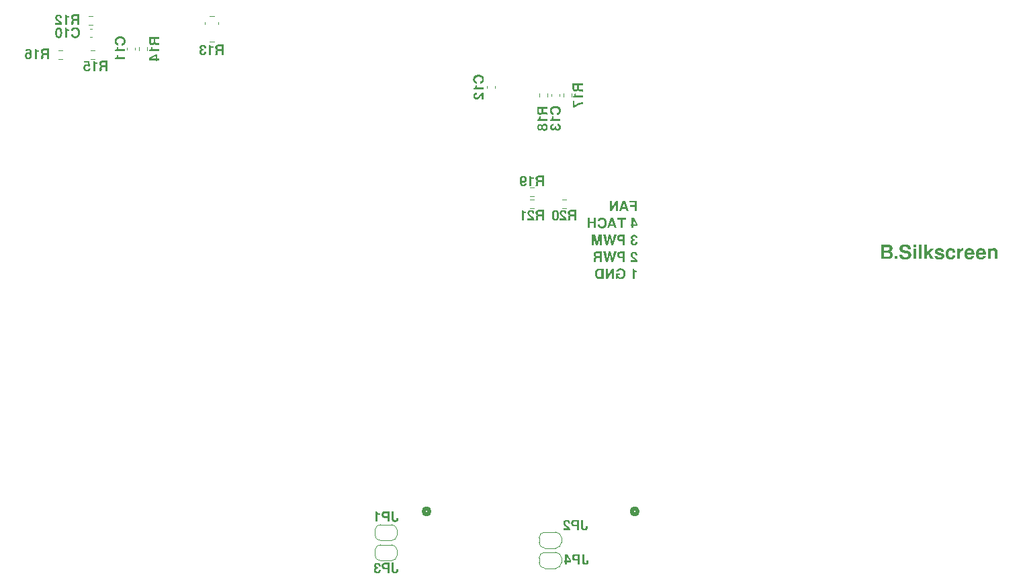
<source format=gbr>
%TF.GenerationSoftware,KiCad,Pcbnew,7.0.9-7.0.9~ubuntu22.04.1*%
%TF.CreationDate,2023-12-27T17:21:20-08:00*%
%TF.ProjectId,NX-J401-Adapter,4e582d4a-3430-4312-9d41-646170746572,1*%
%TF.SameCoordinates,Original*%
%TF.FileFunction,Legend,Bot*%
%TF.FilePolarity,Positive*%
%FSLAX46Y46*%
G04 Gerber Fmt 4.6, Leading zero omitted, Abs format (unit mm)*
G04 Created by KiCad (PCBNEW 7.0.9-7.0.9~ubuntu22.04.1) date 2023-12-27 17:21:20*
%MOMM*%
%LPD*%
G01*
G04 APERTURE LIST*
%ADD10C,0.300000*%
%ADD11C,0.200000*%
%ADD12C,0.150000*%
%ADD13C,0.508000*%
%ADD14C,0.120000*%
G04 APERTURE END LIST*
D10*
G36*
X359809182Y-110269462D02*
G01*
X359829867Y-110270047D01*
X359850193Y-110271023D01*
X359870158Y-110272388D01*
X359889765Y-110274144D01*
X359909012Y-110276290D01*
X359927899Y-110278826D01*
X359946426Y-110281752D01*
X359964594Y-110285068D01*
X359982402Y-110288775D01*
X359999851Y-110292871D01*
X360016940Y-110297358D01*
X360033669Y-110302235D01*
X360058089Y-110310282D01*
X360081699Y-110319207D01*
X360104433Y-110328827D01*
X360126060Y-110338958D01*
X360146581Y-110349600D01*
X360165994Y-110360754D01*
X360184300Y-110372419D01*
X360201500Y-110384596D01*
X360217593Y-110397284D01*
X360232579Y-110410484D01*
X360246458Y-110424195D01*
X360259230Y-110438418D01*
X360267130Y-110448184D01*
X360278313Y-110462891D01*
X360288901Y-110477537D01*
X360298893Y-110492122D01*
X360311290Y-110511474D01*
X360322628Y-110530717D01*
X360332908Y-110549852D01*
X360342129Y-110568878D01*
X360350292Y-110587796D01*
X360355720Y-110601913D01*
X360362234Y-110620654D01*
X360367879Y-110639314D01*
X360372656Y-110657892D01*
X360376564Y-110676389D01*
X360379604Y-110694805D01*
X360381775Y-110713139D01*
X360383078Y-110731391D01*
X360383513Y-110749563D01*
X360383005Y-110771354D01*
X360381482Y-110792595D01*
X360378944Y-110813287D01*
X360375390Y-110833430D01*
X360370822Y-110853023D01*
X360365238Y-110872066D01*
X360358639Y-110890559D01*
X360351024Y-110908503D01*
X360342394Y-110925897D01*
X360332749Y-110942742D01*
X360325755Y-110953667D01*
X360314324Y-110969781D01*
X360301527Y-110985880D01*
X360287363Y-111001964D01*
X360271832Y-111018033D01*
X360254935Y-111034086D01*
X360236672Y-111050124D01*
X360217042Y-111066147D01*
X360203197Y-111076820D01*
X360188744Y-111087487D01*
X360173684Y-111098147D01*
X360158016Y-111108800D01*
X360141742Y-111119446D01*
X360133377Y-111124767D01*
X360151999Y-111135953D01*
X360170029Y-111147309D01*
X360187469Y-111158836D01*
X360204318Y-111170534D01*
X360220575Y-111182402D01*
X360236241Y-111194440D01*
X360251316Y-111206649D01*
X360265800Y-111219029D01*
X360279693Y-111231579D01*
X360292994Y-111244299D01*
X360305704Y-111257190D01*
X360317823Y-111270252D01*
X360329351Y-111283484D01*
X360350634Y-111310459D01*
X360369551Y-111338116D01*
X360386104Y-111366455D01*
X360400292Y-111395476D01*
X360412116Y-111425179D01*
X360421575Y-111455564D01*
X360428669Y-111486631D01*
X360433398Y-111518380D01*
X360435763Y-111550810D01*
X360436058Y-111567281D01*
X360435583Y-111589782D01*
X360434159Y-111612119D01*
X360431784Y-111634294D01*
X360428459Y-111656305D01*
X360424184Y-111678154D01*
X360418959Y-111699840D01*
X360412785Y-111721364D01*
X360405660Y-111742724D01*
X360397599Y-111763867D01*
X360388398Y-111784956D01*
X360380749Y-111800737D01*
X360372459Y-111816488D01*
X360363528Y-111832208D01*
X360353955Y-111847897D01*
X360343742Y-111863556D01*
X360332887Y-111879184D01*
X360321391Y-111894782D01*
X360309253Y-111910350D01*
X360296293Y-111925534D01*
X360282165Y-111940146D01*
X360266868Y-111954185D01*
X360250404Y-111967652D01*
X360232772Y-111980547D01*
X360213972Y-111992868D01*
X360194003Y-112004618D01*
X360172867Y-112015794D01*
X360150564Y-112026399D01*
X360127092Y-112036430D01*
X360110795Y-112042800D01*
X360094042Y-112048848D01*
X360076895Y-112054505D01*
X360059355Y-112059772D01*
X360041421Y-112064649D01*
X360023094Y-112069136D01*
X360004373Y-112073233D01*
X359985259Y-112076939D01*
X359965751Y-112080255D01*
X359945849Y-112083182D01*
X359925554Y-112085718D01*
X359904866Y-112087864D01*
X359883784Y-112089619D01*
X359862308Y-112090985D01*
X359840439Y-112091960D01*
X359818176Y-112092545D01*
X359795519Y-112092741D01*
X358975195Y-112092741D01*
X358975195Y-111307157D01*
X359350399Y-111307157D01*
X359350399Y-111780071D01*
X359798125Y-111780071D01*
X359831728Y-111779153D01*
X359863163Y-111776400D01*
X359892430Y-111771811D01*
X359919529Y-111765387D01*
X359944460Y-111757128D01*
X359967223Y-111747033D01*
X359987819Y-111735102D01*
X360006246Y-111721336D01*
X360022505Y-111705735D01*
X360036597Y-111688298D01*
X360048520Y-111669026D01*
X360058276Y-111647919D01*
X360065864Y-111624976D01*
X360071284Y-111600197D01*
X360074536Y-111573583D01*
X360075620Y-111545134D01*
X360074536Y-111516316D01*
X360071284Y-111489358D01*
X360065864Y-111464259D01*
X360058276Y-111441019D01*
X360048520Y-111419638D01*
X360036597Y-111400117D01*
X360022505Y-111382455D01*
X360006246Y-111366651D01*
X359987819Y-111352708D01*
X359967223Y-111340623D01*
X359944460Y-111330397D01*
X359919529Y-111322031D01*
X359892430Y-111315524D01*
X359863163Y-111310876D01*
X359831728Y-111308087D01*
X359798125Y-111307157D01*
X359350399Y-111307157D01*
X358975195Y-111307157D01*
X358975195Y-110581937D01*
X359350399Y-110581937D01*
X359350399Y-110994487D01*
X359758173Y-110994487D01*
X359790251Y-110993687D01*
X359820259Y-110991285D01*
X359848198Y-110987281D01*
X359874067Y-110981677D01*
X359897867Y-110974471D01*
X359919597Y-110965663D01*
X359939257Y-110955254D01*
X359956848Y-110943244D01*
X359972370Y-110929633D01*
X359985822Y-110914420D01*
X359997204Y-110897606D01*
X360006517Y-110879190D01*
X360013761Y-110859174D01*
X360018935Y-110837555D01*
X360022039Y-110814336D01*
X360023074Y-110789515D01*
X360022039Y-110764378D01*
X360018935Y-110740864D01*
X360013761Y-110718971D01*
X360006517Y-110698699D01*
X359997204Y-110680050D01*
X359985822Y-110663022D01*
X359972370Y-110647616D01*
X359956848Y-110633831D01*
X359939257Y-110621669D01*
X359919597Y-110611127D01*
X359897867Y-110602208D01*
X359874067Y-110594910D01*
X359848198Y-110589234D01*
X359820259Y-110585180D01*
X359790251Y-110582748D01*
X359758173Y-110581937D01*
X359350399Y-110581937D01*
X358975195Y-110581937D01*
X358975195Y-110269267D01*
X359788137Y-110269267D01*
X359809182Y-110269462D01*
G37*
G36*
X361026223Y-111727525D02*
G01*
X361026223Y-112092741D01*
X360651019Y-112092741D01*
X360651019Y-111727525D01*
X361026223Y-111727525D01*
G37*
G36*
X362685979Y-110824690D02*
G01*
X362335963Y-110824690D01*
X362334379Y-110807137D01*
X362329206Y-110773702D01*
X362321355Y-110742496D01*
X362310827Y-110713519D01*
X362297623Y-110686771D01*
X362281742Y-110662252D01*
X362263184Y-110639962D01*
X362241949Y-110619901D01*
X362218037Y-110602069D01*
X362191449Y-110586466D01*
X362162184Y-110573092D01*
X362130241Y-110561948D01*
X362113267Y-110557211D01*
X362095623Y-110553032D01*
X362077309Y-110549409D01*
X362058327Y-110546345D01*
X362038675Y-110543837D01*
X362018354Y-110541887D01*
X361997364Y-110540493D01*
X361975705Y-110539658D01*
X361953376Y-110539379D01*
X361935480Y-110539618D01*
X361918051Y-110540336D01*
X361892787Y-110542309D01*
X361868576Y-110545359D01*
X361845418Y-110549484D01*
X361823314Y-110554687D01*
X361802263Y-110560965D01*
X361782266Y-110568320D01*
X361763322Y-110576752D01*
X361745432Y-110586259D01*
X361728595Y-110596843D01*
X361723216Y-110600610D01*
X361708005Y-110612454D01*
X361694290Y-110625022D01*
X361682072Y-110638316D01*
X361671349Y-110652335D01*
X361662123Y-110667079D01*
X361652148Y-110687866D01*
X361646413Y-110704302D01*
X361642174Y-110721464D01*
X361639431Y-110739351D01*
X361638184Y-110757962D01*
X361638101Y-110764328D01*
X361638738Y-110782682D01*
X361640650Y-110800129D01*
X361645183Y-110821978D01*
X361651982Y-110842212D01*
X361661047Y-110860831D01*
X361672379Y-110877835D01*
X361685977Y-110893224D01*
X361701841Y-110906999D01*
X361710623Y-110913280D01*
X361730748Y-110925311D01*
X361748460Y-110934164D01*
X361768417Y-110942873D01*
X361790618Y-110951436D01*
X361815063Y-110959855D01*
X361832607Y-110965387D01*
X361851148Y-110970854D01*
X361870686Y-110976257D01*
X361891222Y-110981595D01*
X361912755Y-110986869D01*
X361935286Y-110992079D01*
X361958815Y-110997224D01*
X361983340Y-111002304D01*
X362268217Y-111057021D01*
X362299272Y-111063586D01*
X362329252Y-111070687D01*
X362358156Y-111078324D01*
X362385984Y-111086497D01*
X362412737Y-111095206D01*
X362438415Y-111104451D01*
X362463017Y-111114232D01*
X362486543Y-111124549D01*
X362508995Y-111135403D01*
X362530370Y-111146792D01*
X362550670Y-111158717D01*
X362569895Y-111171178D01*
X362588044Y-111184176D01*
X362605118Y-111197709D01*
X362621116Y-111211779D01*
X362636039Y-111226384D01*
X362649974Y-111241580D01*
X362663011Y-111257529D01*
X362675148Y-111274231D01*
X362686386Y-111291687D01*
X362696725Y-111309895D01*
X362706166Y-111328857D01*
X362714707Y-111348572D01*
X362722349Y-111369040D01*
X362729092Y-111390261D01*
X362734936Y-111412236D01*
X362739880Y-111434963D01*
X362743926Y-111458444D01*
X362747073Y-111482678D01*
X362749321Y-111507665D01*
X362750669Y-111533405D01*
X362751119Y-111559899D01*
X362750347Y-111594112D01*
X362748031Y-111627379D01*
X362744172Y-111659700D01*
X362738769Y-111691074D01*
X362731823Y-111721501D01*
X362723333Y-111750982D01*
X362713299Y-111779516D01*
X362701721Y-111807103D01*
X362688600Y-111833745D01*
X362673935Y-111859439D01*
X362657727Y-111884187D01*
X362639974Y-111907988D01*
X362620678Y-111930843D01*
X362599839Y-111952751D01*
X362577456Y-111973713D01*
X362553529Y-111993728D01*
X362528224Y-112012660D01*
X362501709Y-112030369D01*
X362473982Y-112046858D01*
X362445044Y-112062125D01*
X362414895Y-112076171D01*
X362383535Y-112088995D01*
X362350963Y-112100598D01*
X362334223Y-112105941D01*
X362317181Y-112110980D01*
X362299835Y-112115712D01*
X362282187Y-112120140D01*
X362264236Y-112124262D01*
X362245982Y-112128079D01*
X362227425Y-112131590D01*
X362208565Y-112134796D01*
X362189403Y-112137697D01*
X362169938Y-112140292D01*
X362150170Y-112142582D01*
X362130099Y-112144567D01*
X362109726Y-112146247D01*
X362089050Y-112147621D01*
X362068071Y-112148689D01*
X362046789Y-112149453D01*
X362025204Y-112149911D01*
X362003316Y-112150063D01*
X361981593Y-112149912D01*
X361960173Y-112149458D01*
X361939059Y-112148701D01*
X361918248Y-112147641D01*
X361897742Y-112146278D01*
X361877541Y-112144613D01*
X361857644Y-112142645D01*
X361838052Y-112140374D01*
X361818764Y-112137800D01*
X361799781Y-112134923D01*
X361781102Y-112131744D01*
X361762728Y-112128262D01*
X361744658Y-112124477D01*
X361726892Y-112120389D01*
X361709431Y-112115999D01*
X361692275Y-112111305D01*
X361675423Y-112106309D01*
X361658876Y-112101010D01*
X361626694Y-112089504D01*
X361595731Y-112076786D01*
X361565986Y-112062858D01*
X361537458Y-112047718D01*
X361510149Y-112031367D01*
X361484057Y-112013805D01*
X361459184Y-111995031D01*
X361435661Y-111975114D01*
X361413512Y-111954122D01*
X361392736Y-111932054D01*
X361373335Y-111908911D01*
X361355308Y-111884693D01*
X361338655Y-111859398D01*
X361323376Y-111833029D01*
X361309471Y-111805584D01*
X361296941Y-111777063D01*
X361285784Y-111747467D01*
X361276001Y-111716795D01*
X361267592Y-111685048D01*
X361260557Y-111652226D01*
X361254897Y-111618328D01*
X361252582Y-111600975D01*
X361250610Y-111583354D01*
X361248982Y-111565464D01*
X361247697Y-111547305D01*
X361612913Y-111547305D01*
X361614533Y-111565488D01*
X361616896Y-111583125D01*
X361620002Y-111600216D01*
X361626054Y-111624828D01*
X361633778Y-111648210D01*
X361643174Y-111670364D01*
X361654241Y-111691289D01*
X361666980Y-111710985D01*
X361681391Y-111729452D01*
X361697474Y-111746690D01*
X361715228Y-111762698D01*
X361727993Y-111772688D01*
X361748446Y-111786502D01*
X361770395Y-111798958D01*
X361793840Y-111810054D01*
X361810301Y-111816697D01*
X361827428Y-111822736D01*
X361845219Y-111828171D01*
X361863675Y-111833002D01*
X361882796Y-111837230D01*
X361902583Y-111840853D01*
X361923034Y-111843873D01*
X361944150Y-111846288D01*
X361965931Y-111848100D01*
X361988377Y-111849308D01*
X362011488Y-111849912D01*
X362023293Y-111849987D01*
X362044292Y-111849734D01*
X362064731Y-111848976D01*
X362084610Y-111847712D01*
X362103930Y-111845943D01*
X362122690Y-111843668D01*
X362140890Y-111840888D01*
X362158530Y-111837602D01*
X362175611Y-111833811D01*
X362200182Y-111827176D01*
X362223493Y-111819404D01*
X362245545Y-111810494D01*
X362266338Y-111800447D01*
X362285871Y-111789263D01*
X362292102Y-111785282D01*
X362309796Y-111772629D01*
X362325751Y-111759099D01*
X362339964Y-111744690D01*
X362352437Y-111729404D01*
X362363170Y-111713240D01*
X362372162Y-111696198D01*
X362379414Y-111678279D01*
X362384926Y-111659481D01*
X362388697Y-111639805D01*
X362390727Y-111619252D01*
X362391114Y-111605062D01*
X362390431Y-111584823D01*
X362388381Y-111565470D01*
X362384965Y-111547002D01*
X362380183Y-111529419D01*
X362374034Y-111512722D01*
X362366519Y-111496910D01*
X362354373Y-111477206D01*
X362343669Y-111463460D01*
X362331600Y-111450600D01*
X362318163Y-111438626D01*
X362313381Y-111434831D01*
X362297918Y-111423812D01*
X362280516Y-111413228D01*
X362261175Y-111403079D01*
X362239895Y-111393365D01*
X362216677Y-111384087D01*
X362200120Y-111378143D01*
X362182702Y-111372392D01*
X362164422Y-111366835D01*
X362145281Y-111361471D01*
X362125278Y-111356301D01*
X362104413Y-111351324D01*
X362082686Y-111346540D01*
X362060097Y-111341950D01*
X362048480Y-111339727D01*
X361793133Y-111289787D01*
X361775945Y-111286444D01*
X361742507Y-111279408D01*
X361710317Y-111271903D01*
X361679376Y-111263930D01*
X361649683Y-111255489D01*
X361621239Y-111246580D01*
X361594043Y-111237203D01*
X361568096Y-111227357D01*
X361543397Y-111217043D01*
X361519947Y-111206261D01*
X361497745Y-111195011D01*
X361476792Y-111183293D01*
X361457087Y-111171106D01*
X361438631Y-111158452D01*
X361421423Y-111145329D01*
X361405464Y-111131738D01*
X361397953Y-111124767D01*
X361383702Y-111110315D01*
X361370370Y-111095081D01*
X361357958Y-111079062D01*
X361346465Y-111062260D01*
X361335892Y-111044674D01*
X361326238Y-111026304D01*
X361317504Y-111007151D01*
X361309689Y-110987213D01*
X361302793Y-110966493D01*
X361296817Y-110944988D01*
X361291760Y-110922700D01*
X361287623Y-110899628D01*
X361284405Y-110875772D01*
X361282106Y-110851133D01*
X361280727Y-110825710D01*
X361280267Y-110799503D01*
X361280975Y-110766538D01*
X361283097Y-110734519D01*
X361286634Y-110703448D01*
X361291585Y-110673322D01*
X361297952Y-110644143D01*
X361305733Y-110615911D01*
X361314929Y-110588625D01*
X361325539Y-110562286D01*
X361337565Y-110536894D01*
X361351005Y-110512448D01*
X361365860Y-110488948D01*
X361382129Y-110466395D01*
X361399814Y-110444789D01*
X361418913Y-110424129D01*
X361439427Y-110404416D01*
X361461355Y-110385650D01*
X361484617Y-110367928D01*
X361509022Y-110351350D01*
X361534571Y-110335914D01*
X361561263Y-110321623D01*
X361589098Y-110308474D01*
X361618077Y-110296469D01*
X361648199Y-110285608D01*
X361679464Y-110275889D01*
X361711873Y-110267314D01*
X361745425Y-110259883D01*
X361762630Y-110256596D01*
X361780120Y-110253594D01*
X361797897Y-110250879D01*
X361815959Y-110248449D01*
X361834307Y-110246306D01*
X361852941Y-110244448D01*
X361871860Y-110242876D01*
X361891066Y-110241589D01*
X361910557Y-110240589D01*
X361930335Y-110239874D01*
X361950398Y-110239446D01*
X361970747Y-110239303D01*
X361988521Y-110239413D01*
X362006182Y-110239745D01*
X362023727Y-110240299D01*
X362041158Y-110241074D01*
X362064222Y-110242451D01*
X362087082Y-110244222D01*
X362109738Y-110246387D01*
X362132191Y-110248945D01*
X362154440Y-110251896D01*
X362176866Y-110255357D01*
X362199631Y-110259659D01*
X362216927Y-110263437D01*
X362234414Y-110267689D01*
X362252092Y-110272414D01*
X362269961Y-110277613D01*
X362288021Y-110283285D01*
X362306271Y-110289430D01*
X362324713Y-110296048D01*
X362343345Y-110303139D01*
X362361910Y-110310585D01*
X362379986Y-110318427D01*
X362397574Y-110326666D01*
X362414673Y-110335302D01*
X362431283Y-110344335D01*
X362447405Y-110353765D01*
X362463039Y-110363592D01*
X362478184Y-110373816D01*
X362492840Y-110384437D01*
X362507008Y-110395454D01*
X362516182Y-110403020D01*
X362529570Y-110414921D01*
X362542538Y-110427661D01*
X362555086Y-110441241D01*
X362567215Y-110455661D01*
X362578923Y-110470920D01*
X362590212Y-110487020D01*
X362601081Y-110503958D01*
X362611530Y-110521737D01*
X362621559Y-110540355D01*
X362631169Y-110559813D01*
X362637342Y-110573252D01*
X362646034Y-110593909D01*
X362653871Y-110615170D01*
X362660853Y-110637034D01*
X362666980Y-110659500D01*
X362672252Y-110682570D01*
X362676670Y-110706243D01*
X362680232Y-110730519D01*
X362682939Y-110755398D01*
X362684792Y-110780880D01*
X362685789Y-110806965D01*
X362685979Y-110824690D01*
G37*
G36*
X363366905Y-110742180D02*
G01*
X363366905Y-112092741D01*
X363016454Y-112092741D01*
X363016454Y-110742180D01*
X363366905Y-110742180D01*
G37*
G36*
X363366905Y-110269267D02*
G01*
X363366905Y-110581937D01*
X363016454Y-110581937D01*
X363016454Y-110269267D01*
X363366905Y-110269267D01*
G37*
G36*
X364050870Y-110269267D02*
G01*
X364050870Y-112092741D01*
X363700419Y-112092741D01*
X363700419Y-110269267D01*
X364050870Y-110269267D01*
G37*
G36*
X364723111Y-111267205D02*
G01*
X365165625Y-110742180D01*
X365563411Y-110742180D01*
X365103091Y-111252440D01*
X365595981Y-112092741D01*
X365185601Y-112092741D01*
X364862943Y-111497365D01*
X364723111Y-111649791D01*
X364723111Y-112092741D01*
X364372660Y-112092741D01*
X364372660Y-110269267D01*
X364723111Y-110269267D01*
X364723111Y-111267205D01*
G37*
G36*
X366031547Y-111700166D02*
G01*
X366036460Y-111720821D01*
X366042512Y-111740227D01*
X366049705Y-111758385D01*
X366058037Y-111775294D01*
X366067510Y-111790954D01*
X366078122Y-111805366D01*
X366089874Y-111818530D01*
X366102767Y-111830445D01*
X366117735Y-111840929D01*
X366135716Y-111850014D01*
X366156710Y-111857702D01*
X366174433Y-111862551D01*
X366193850Y-111866613D01*
X366214962Y-111869889D01*
X366237768Y-111872379D01*
X366262269Y-111874082D01*
X366288465Y-111875000D01*
X366306871Y-111875174D01*
X366329359Y-111874869D01*
X366350901Y-111873953D01*
X366371496Y-111872426D01*
X366391145Y-111870289D01*
X366409847Y-111867541D01*
X366427603Y-111864182D01*
X366449804Y-111858754D01*
X366470323Y-111852240D01*
X366489160Y-111844640D01*
X366497947Y-111840433D01*
X366514130Y-111831212D01*
X366531324Y-111818483D01*
X366545147Y-111804418D01*
X366555599Y-111789018D01*
X366562679Y-111772281D01*
X366566388Y-111754209D01*
X366566995Y-111742724D01*
X366565339Y-111723508D01*
X366560372Y-111706246D01*
X366552094Y-111690938D01*
X366540504Y-111677584D01*
X366525034Y-111665316D01*
X366507489Y-111655116D01*
X366489474Y-111646770D01*
X366472362Y-111640095D01*
X366453342Y-111633674D01*
X366449309Y-111632421D01*
X366031547Y-111502576D01*
X366013471Y-111497691D01*
X366001149Y-111493891D01*
X365984238Y-111488134D01*
X365967298Y-111481938D01*
X365962499Y-111479994D01*
X365945449Y-111472742D01*
X365928539Y-111466220D01*
X365921244Y-111463492D01*
X365903831Y-111456351D01*
X365887714Y-111448299D01*
X365874778Y-111440042D01*
X365860218Y-111428806D01*
X365845547Y-111417732D01*
X365833523Y-111408775D01*
X365819113Y-111396536D01*
X365806823Y-111383703D01*
X365795753Y-111368901D01*
X365794874Y-111367520D01*
X365785413Y-111351277D01*
X365776456Y-111335263D01*
X365768105Y-111319836D01*
X365766212Y-111316277D01*
X365758456Y-111299258D01*
X365751800Y-111280934D01*
X365746806Y-111263549D01*
X365743630Y-111249834D01*
X365740401Y-111230673D01*
X365738094Y-111210968D01*
X365736832Y-111193281D01*
X365736277Y-111175178D01*
X365736248Y-111169930D01*
X365736830Y-111144268D01*
X365738575Y-111119284D01*
X365741485Y-111094979D01*
X365745557Y-111071352D01*
X365750794Y-111048404D01*
X365757194Y-111026134D01*
X365764758Y-111004543D01*
X365773486Y-110983631D01*
X365783377Y-110963397D01*
X365794432Y-110943841D01*
X365806651Y-110924964D01*
X365820034Y-110906766D01*
X365834580Y-110889246D01*
X365850290Y-110872405D01*
X365867163Y-110856242D01*
X365885200Y-110840758D01*
X365904244Y-110826086D01*
X365924135Y-110812361D01*
X365944874Y-110799583D01*
X365966462Y-110787751D01*
X365988898Y-110776865D01*
X366012182Y-110766926D01*
X366036314Y-110757934D01*
X366061294Y-110749888D01*
X366087123Y-110742789D01*
X366113800Y-110736636D01*
X366141324Y-110731430D01*
X366169697Y-110727171D01*
X366198919Y-110723858D01*
X366228988Y-110721492D01*
X366259906Y-110720072D01*
X366291671Y-110719598D01*
X366325301Y-110720072D01*
X366358012Y-110721492D01*
X366389803Y-110723858D01*
X366420675Y-110727171D01*
X366450627Y-110731430D01*
X366479660Y-110736636D01*
X366507774Y-110742789D01*
X366534968Y-110749888D01*
X366561242Y-110757934D01*
X366586597Y-110766926D01*
X366611033Y-110776865D01*
X366634550Y-110787751D01*
X366657147Y-110799583D01*
X366678824Y-110812361D01*
X366699582Y-110826086D01*
X366719421Y-110840758D01*
X366738215Y-110856271D01*
X366755838Y-110872520D01*
X366772291Y-110889506D01*
X366787573Y-110907228D01*
X366801685Y-110925685D01*
X366814627Y-110944880D01*
X366826398Y-110964810D01*
X366836998Y-110985476D01*
X366846428Y-111006879D01*
X366854688Y-111029018D01*
X366861777Y-111051893D01*
X366867695Y-111075505D01*
X366872443Y-111099852D01*
X366876021Y-111124936D01*
X366878428Y-111150756D01*
X366879664Y-111177312D01*
X366541807Y-111177312D01*
X366540515Y-111155173D01*
X366537288Y-111134463D01*
X366532128Y-111115180D01*
X366525034Y-111097326D01*
X366516006Y-111080901D01*
X366505044Y-111065903D01*
X366492149Y-111052334D01*
X366477319Y-111040194D01*
X366460556Y-111029481D01*
X366441859Y-111020197D01*
X366421228Y-111012341D01*
X366398663Y-111005914D01*
X366374164Y-111000915D01*
X366347732Y-110997344D01*
X366319366Y-110995202D01*
X366289066Y-110994487D01*
X366266525Y-110995017D01*
X366245151Y-110996604D01*
X366224944Y-110999251D01*
X366205904Y-111002956D01*
X366188032Y-111007719D01*
X366171326Y-111013541D01*
X366152085Y-111022307D01*
X366141416Y-111028360D01*
X366125653Y-111039518D01*
X366112561Y-111051820D01*
X366100378Y-111068095D01*
X366092042Y-111086019D01*
X366087554Y-111105591D01*
X366086699Y-111119555D01*
X366088246Y-111138554D01*
X366093685Y-111157073D01*
X366103040Y-111172569D01*
X366111452Y-111181221D01*
X366127004Y-111191752D01*
X366142551Y-111199792D01*
X366161426Y-111207955D01*
X366179698Y-111214851D01*
X366200281Y-111221831D01*
X366209161Y-111224647D01*
X366651676Y-111352321D01*
X366683806Y-111362758D01*
X366713864Y-111374638D01*
X366741848Y-111387959D01*
X366767760Y-111402722D01*
X366791599Y-111418928D01*
X366813365Y-111436575D01*
X366833057Y-111455664D01*
X366850677Y-111476194D01*
X366866224Y-111498167D01*
X366879698Y-111521582D01*
X366891100Y-111546438D01*
X366900428Y-111572737D01*
X366907683Y-111600477D01*
X366912865Y-111629659D01*
X366915975Y-111660283D01*
X366917011Y-111692349D01*
X366916577Y-111711722D01*
X366915274Y-111730972D01*
X366913103Y-111750100D01*
X366910063Y-111769105D01*
X366906155Y-111787989D01*
X366901378Y-111806751D01*
X366895732Y-111825390D01*
X366889218Y-111843907D01*
X366881849Y-111862343D01*
X366873422Y-111880738D01*
X366863936Y-111899093D01*
X366853392Y-111917406D01*
X366841789Y-111935680D01*
X366829127Y-111953912D01*
X366815407Y-111972103D01*
X366804422Y-111985720D01*
X366800628Y-111990254D01*
X366788609Y-112003596D01*
X366775514Y-112016427D01*
X366761342Y-112028746D01*
X366746094Y-112040554D01*
X366729770Y-112051851D01*
X366712369Y-112062636D01*
X366693892Y-112072909D01*
X366674339Y-112082671D01*
X366653709Y-112091922D01*
X366632003Y-112100661D01*
X366616935Y-112106203D01*
X366593576Y-112114041D01*
X366569424Y-112121108D01*
X366544477Y-112127405D01*
X366527405Y-112131174D01*
X366509980Y-112134601D01*
X366492203Y-112137685D01*
X366474072Y-112140426D01*
X366455589Y-112142825D01*
X366436753Y-112144881D01*
X366417564Y-112146594D01*
X366398022Y-112147965D01*
X366378127Y-112148993D01*
X366357880Y-112149678D01*
X366337279Y-112150020D01*
X366326847Y-112150063D01*
X366288493Y-112149624D01*
X366251327Y-112148306D01*
X366215350Y-112146109D01*
X366180561Y-112143034D01*
X366146960Y-112139079D01*
X366114548Y-112134247D01*
X366083324Y-112128535D01*
X366053288Y-112121945D01*
X366024440Y-112114476D01*
X365996781Y-112106128D01*
X365970310Y-112096902D01*
X365945027Y-112086797D01*
X365920933Y-112075813D01*
X365898026Y-112063950D01*
X365876309Y-112051209D01*
X365855779Y-112037589D01*
X365836438Y-112023090D01*
X365818285Y-112007713D01*
X365801320Y-111991457D01*
X365785544Y-111974322D01*
X365770956Y-111956309D01*
X365757556Y-111937417D01*
X365745344Y-111917646D01*
X365734321Y-111896996D01*
X365724486Y-111875468D01*
X365715839Y-111853061D01*
X365708381Y-111829775D01*
X365702111Y-111805611D01*
X365697029Y-111780568D01*
X365693135Y-111754646D01*
X365690430Y-111727845D01*
X365688913Y-111700166D01*
X366031547Y-111700166D01*
G37*
G36*
X367731690Y-111002304D02*
G01*
X367714163Y-111002736D01*
X367680779Y-111006193D01*
X367649621Y-111013108D01*
X367620688Y-111023479D01*
X367593981Y-111037308D01*
X367569499Y-111054593D01*
X367547243Y-111075336D01*
X367527213Y-111099536D01*
X367509408Y-111127194D01*
X367493829Y-111158308D01*
X367486874Y-111175161D01*
X367480475Y-111192879D01*
X367474633Y-111211462D01*
X367469347Y-111230908D01*
X367464618Y-111251219D01*
X367460445Y-111272394D01*
X367456828Y-111294433D01*
X367453768Y-111317337D01*
X367451264Y-111341105D01*
X367449317Y-111365737D01*
X367447926Y-111391233D01*
X367447091Y-111417594D01*
X367446813Y-111444819D01*
X367447110Y-111469187D01*
X367448000Y-111492893D01*
X367449485Y-111515938D01*
X367451563Y-111538321D01*
X367454234Y-111560043D01*
X367457500Y-111581103D01*
X367461359Y-111601502D01*
X367465812Y-111621239D01*
X367470859Y-111640314D01*
X367476499Y-111658728D01*
X367482733Y-111676480D01*
X367489561Y-111693571D01*
X367496982Y-111710000D01*
X367504998Y-111725767D01*
X367513606Y-111740873D01*
X367522809Y-111755318D01*
X367537632Y-111775418D01*
X367553440Y-111793541D01*
X367570233Y-111809687D01*
X367588010Y-111823857D01*
X367606772Y-111836049D01*
X367626518Y-111846264D01*
X367647250Y-111854501D01*
X367668966Y-111860762D01*
X367691667Y-111865046D01*
X367715353Y-111867353D01*
X367731690Y-111867792D01*
X367750587Y-111867296D01*
X367768682Y-111865807D01*
X367785976Y-111863326D01*
X367807788Y-111858475D01*
X367828174Y-111851859D01*
X367847136Y-111843479D01*
X367864673Y-111833335D01*
X367880785Y-111821427D01*
X367891933Y-111811338D01*
X367905972Y-111796077D01*
X367919211Y-111778524D01*
X367928614Y-111763853D01*
X367937567Y-111747893D01*
X367946069Y-111730642D01*
X367954121Y-111712102D01*
X367961723Y-111692271D01*
X367968874Y-111671150D01*
X367975575Y-111648739D01*
X367981826Y-111625038D01*
X368317078Y-111625038D01*
X368313459Y-111654986D01*
X368308793Y-111684139D01*
X368303078Y-111712498D01*
X368296314Y-111740064D01*
X368288503Y-111766836D01*
X368279643Y-111792814D01*
X368269734Y-111817997D01*
X368258778Y-111842387D01*
X368246773Y-111865984D01*
X368233719Y-111888786D01*
X368219618Y-111910794D01*
X368204468Y-111932009D01*
X368188269Y-111952429D01*
X368171022Y-111972056D01*
X368152727Y-111990889D01*
X368133384Y-112008928D01*
X368113181Y-112026018D01*
X368092305Y-112042006D01*
X368070758Y-112056892D01*
X368048540Y-112070674D01*
X368025649Y-112083355D01*
X368002087Y-112094932D01*
X367977853Y-112105407D01*
X367952947Y-112114779D01*
X367927370Y-112123049D01*
X367901121Y-112130216D01*
X367874200Y-112136281D01*
X367846607Y-112141242D01*
X367818343Y-112145102D01*
X367789406Y-112147858D01*
X367759798Y-112149512D01*
X367729519Y-112150063D01*
X367710868Y-112149883D01*
X367692479Y-112149341D01*
X367674352Y-112148437D01*
X367656488Y-112147173D01*
X367638885Y-112145547D01*
X367621545Y-112143560D01*
X367587650Y-112138501D01*
X367554804Y-112131997D01*
X367523006Y-112124048D01*
X367492256Y-112114654D01*
X367462555Y-112103814D01*
X367433902Y-112091529D01*
X367406298Y-112077799D01*
X367379741Y-112062624D01*
X367354233Y-112046003D01*
X367329774Y-112027937D01*
X367306363Y-112008425D01*
X367284000Y-111987469D01*
X367262685Y-111965067D01*
X367242544Y-111941355D01*
X367223703Y-111916470D01*
X367206161Y-111890411D01*
X367189919Y-111863178D01*
X367174976Y-111834771D01*
X367161332Y-111805190D01*
X367148988Y-111774435D01*
X367137943Y-111742507D01*
X367128197Y-111709404D01*
X367123812Y-111692413D01*
X367119751Y-111675128D01*
X367116016Y-111657550D01*
X367112605Y-111639678D01*
X367109519Y-111621513D01*
X367106757Y-111603054D01*
X367104321Y-111584302D01*
X367102209Y-111565256D01*
X367100423Y-111545917D01*
X367098961Y-111526284D01*
X367097824Y-111506358D01*
X367097012Y-111486138D01*
X367096525Y-111465625D01*
X367096362Y-111444819D01*
X367096526Y-111423393D01*
X367097017Y-111402271D01*
X367097835Y-111381453D01*
X367098981Y-111360938D01*
X367100455Y-111340727D01*
X367102255Y-111320820D01*
X367104383Y-111301216D01*
X367106839Y-111281916D01*
X367109622Y-111262919D01*
X367112732Y-111244226D01*
X367116169Y-111225837D01*
X367119934Y-111207752D01*
X367124027Y-111189970D01*
X367128447Y-111172491D01*
X367133194Y-111155317D01*
X367138269Y-111138446D01*
X367143671Y-111121879D01*
X367155457Y-111089655D01*
X367168553Y-111058646D01*
X367182958Y-111028851D01*
X367198673Y-111000271D01*
X367215697Y-110972906D01*
X367234031Y-110946755D01*
X367253675Y-110921819D01*
X367263988Y-110909806D01*
X367285469Y-110886773D01*
X367308005Y-110865226D01*
X367331596Y-110845165D01*
X367356242Y-110826590D01*
X367381943Y-110809501D01*
X367408700Y-110793898D01*
X367436511Y-110779781D01*
X367465378Y-110767150D01*
X367495300Y-110756005D01*
X367526276Y-110746346D01*
X367558308Y-110738173D01*
X367591396Y-110731486D01*
X367625538Y-110726285D01*
X367643005Y-110724242D01*
X367660735Y-110722570D01*
X367678730Y-110721270D01*
X367696988Y-110720341D01*
X367715510Y-110719784D01*
X367734296Y-110719598D01*
X367765512Y-110720146D01*
X367795975Y-110721790D01*
X367825684Y-110724530D01*
X367854641Y-110728365D01*
X367882844Y-110733296D01*
X367910295Y-110739323D01*
X367936992Y-110746446D01*
X367962935Y-110754665D01*
X367988126Y-110763980D01*
X368012564Y-110774390D01*
X368036248Y-110785897D01*
X368059179Y-110798499D01*
X368081357Y-110812197D01*
X368102782Y-110826990D01*
X368123454Y-110842880D01*
X368143372Y-110859866D01*
X368162371Y-110877765D01*
X368180284Y-110896507D01*
X368197112Y-110916089D01*
X368212854Y-110936513D01*
X368227511Y-110957779D01*
X368241081Y-110979885D01*
X368253567Y-111002833D01*
X368264966Y-111026623D01*
X368275280Y-111051254D01*
X368284508Y-111076726D01*
X368292650Y-111103040D01*
X368299707Y-111130195D01*
X368305678Y-111158191D01*
X368310564Y-111187029D01*
X368314363Y-111216708D01*
X368317078Y-111247229D01*
X367981826Y-111247229D01*
X367975975Y-111223066D01*
X367969658Y-111200247D01*
X367962876Y-111178771D01*
X367955628Y-111158639D01*
X367947914Y-111139850D01*
X367939735Y-111122405D01*
X367931090Y-111106304D01*
X367918839Y-111086925D01*
X367905760Y-111069934D01*
X367895407Y-111058758D01*
X367880595Y-111045527D01*
X367864168Y-111034060D01*
X367846125Y-111024357D01*
X367826468Y-111016418D01*
X367805196Y-111010243D01*
X367782309Y-111005833D01*
X367764084Y-111003682D01*
X367744950Y-111002525D01*
X367731690Y-111002304D01*
G37*
G36*
X368546803Y-110742180D02*
G01*
X368897254Y-110742180D01*
X368897254Y-111007081D01*
X368904323Y-110990119D01*
X368911741Y-110973650D01*
X368919508Y-110957672D01*
X368927625Y-110942186D01*
X368940456Y-110919879D01*
X368954073Y-110898680D01*
X368968476Y-110878587D01*
X368983666Y-110859601D01*
X368999641Y-110841722D01*
X369016403Y-110824950D01*
X369033952Y-110809284D01*
X369052286Y-110794726D01*
X369071193Y-110781300D01*
X369090459Y-110769194D01*
X369110084Y-110758409D01*
X369130067Y-110748945D01*
X369150409Y-110740801D01*
X369171110Y-110733978D01*
X369192170Y-110728476D01*
X369213588Y-110724294D01*
X369235365Y-110721433D01*
X369257501Y-110719892D01*
X369272458Y-110719598D01*
X369290376Y-110720028D01*
X369308710Y-110721453D01*
X369315016Y-110722204D01*
X369315016Y-111076998D01*
X369295834Y-111074120D01*
X369277374Y-111071730D01*
X369259634Y-111069828D01*
X369239299Y-111068190D01*
X369220001Y-111067253D01*
X369204713Y-111067009D01*
X369185797Y-111067310D01*
X369167481Y-111068212D01*
X369149767Y-111069716D01*
X369116138Y-111074526D01*
X369084912Y-111081743D01*
X369056088Y-111091364D01*
X369029665Y-111103391D01*
X369005645Y-111117824D01*
X368984027Y-111134662D01*
X368964811Y-111153905D01*
X368947997Y-111175554D01*
X368933585Y-111199608D01*
X368921574Y-111226067D01*
X368911966Y-111254932D01*
X368904760Y-111286203D01*
X368899956Y-111319879D01*
X368898455Y-111337619D01*
X368897554Y-111355960D01*
X368897254Y-111374902D01*
X368897254Y-112092741D01*
X368546803Y-112092741D01*
X368546803Y-110742180D01*
G37*
G36*
X370105946Y-110719911D02*
G01*
X370127632Y-110720847D01*
X370149155Y-110722408D01*
X370170515Y-110724592D01*
X370191713Y-110727402D01*
X370212748Y-110730835D01*
X370233619Y-110734893D01*
X370254328Y-110739575D01*
X370275017Y-110745077D01*
X370295828Y-110751598D01*
X370316761Y-110759137D01*
X370337816Y-110767693D01*
X370353687Y-110774778D01*
X370369627Y-110782436D01*
X370385636Y-110790666D01*
X370401713Y-110799469D01*
X370417860Y-110808844D01*
X370423257Y-110812097D01*
X370439258Y-110822201D01*
X370454855Y-110832809D01*
X370470047Y-110843921D01*
X370484834Y-110855537D01*
X370499217Y-110867656D01*
X370513195Y-110880279D01*
X370526769Y-110893407D01*
X370539938Y-110907038D01*
X370552703Y-110921172D01*
X370565063Y-110935811D01*
X370573078Y-110945850D01*
X370584837Y-110961542D01*
X370596177Y-110978165D01*
X370607097Y-110995720D01*
X370617597Y-111014206D01*
X370627677Y-111033623D01*
X370637337Y-111053971D01*
X370646578Y-111075251D01*
X370655398Y-111097462D01*
X370663799Y-111120605D01*
X370671780Y-111144678D01*
X370676867Y-111161245D01*
X370681758Y-111178115D01*
X370686333Y-111195287D01*
X370690592Y-111212761D01*
X370694536Y-111230537D01*
X370698165Y-111248615D01*
X370701478Y-111266995D01*
X370704475Y-111285677D01*
X370707157Y-111304660D01*
X370709523Y-111323946D01*
X370711574Y-111343534D01*
X370713310Y-111363423D01*
X370714729Y-111383615D01*
X370715834Y-111404108D01*
X370716622Y-111424904D01*
X370717096Y-111446001D01*
X370717254Y-111467401D01*
X370716999Y-111486128D01*
X370716236Y-111504856D01*
X370714963Y-111523584D01*
X370714648Y-111527329D01*
X369809208Y-111527329D01*
X369809988Y-111546430D01*
X369811026Y-111564866D01*
X369812322Y-111582637D01*
X369814305Y-111603915D01*
X369816691Y-111624155D01*
X369819479Y-111643355D01*
X369822670Y-111661517D01*
X369826623Y-111678970D01*
X369831423Y-111696317D01*
X369837072Y-111713558D01*
X369843569Y-111730693D01*
X369850914Y-111747723D01*
X369859108Y-111764646D01*
X369862622Y-111771385D01*
X369872372Y-111787598D01*
X369883437Y-111802581D01*
X369895816Y-111816334D01*
X369909509Y-111828857D01*
X369924518Y-111840151D01*
X369940841Y-111850214D01*
X369947738Y-111853895D01*
X369966080Y-111862152D01*
X369985821Y-111869010D01*
X370002622Y-111873488D01*
X370020318Y-111877071D01*
X370038910Y-111879758D01*
X370058397Y-111881549D01*
X370078781Y-111882445D01*
X370089308Y-111882557D01*
X370113813Y-111881892D01*
X370137281Y-111879897D01*
X370159710Y-111876572D01*
X370181101Y-111871917D01*
X370201453Y-111865933D01*
X370220768Y-111858618D01*
X370239044Y-111849973D01*
X370256283Y-111839999D01*
X370272483Y-111828695D01*
X370287644Y-111816060D01*
X370301768Y-111802096D01*
X370314854Y-111786802D01*
X370326901Y-111770178D01*
X370337911Y-111752223D01*
X370347882Y-111732939D01*
X370356815Y-111712325D01*
X370702054Y-111712325D01*
X370694448Y-111737033D01*
X370685959Y-111761105D01*
X370676589Y-111784544D01*
X370666336Y-111807348D01*
X370655201Y-111829517D01*
X370643184Y-111851052D01*
X370630285Y-111871953D01*
X370616504Y-111892219D01*
X370601841Y-111911851D01*
X370586296Y-111930848D01*
X370569868Y-111949211D01*
X370552559Y-111966940D01*
X370534367Y-111984034D01*
X370515294Y-112000493D01*
X370495338Y-112016319D01*
X370474500Y-112031509D01*
X370452997Y-112045865D01*
X370431047Y-112059295D01*
X370408648Y-112071799D01*
X370385802Y-112083377D01*
X370362508Y-112094028D01*
X370338765Y-112103753D01*
X370314576Y-112112552D01*
X370289938Y-112120425D01*
X370264852Y-112127371D01*
X370239319Y-112133392D01*
X370213338Y-112138486D01*
X370186909Y-112142654D01*
X370160032Y-112145895D01*
X370132707Y-112148211D01*
X370104935Y-112149600D01*
X370076714Y-112150063D01*
X370058866Y-112149881D01*
X370041256Y-112149336D01*
X370023884Y-112148426D01*
X369989855Y-112145515D01*
X369956780Y-112141149D01*
X369924658Y-112135327D01*
X369893489Y-112128049D01*
X369863274Y-112119317D01*
X369834012Y-112109128D01*
X369805704Y-112097485D01*
X369778348Y-112084386D01*
X369751947Y-112069831D01*
X369726498Y-112053821D01*
X369702003Y-112036355D01*
X369678461Y-112017434D01*
X369655873Y-111997058D01*
X369634237Y-111975226D01*
X369623777Y-111963764D01*
X369603794Y-111939934D01*
X369585101Y-111915018D01*
X369567696Y-111889017D01*
X369551581Y-111861929D01*
X369536755Y-111833756D01*
X369523218Y-111804498D01*
X369510971Y-111774154D01*
X369500012Y-111742724D01*
X369490343Y-111710208D01*
X369481963Y-111676607D01*
X369478257Y-111659400D01*
X369474872Y-111641920D01*
X369471810Y-111624170D01*
X369469071Y-111606148D01*
X369466654Y-111587855D01*
X369464559Y-111569290D01*
X369462786Y-111550454D01*
X369461336Y-111531346D01*
X369460207Y-111511967D01*
X369459402Y-111492317D01*
X369458918Y-111472395D01*
X369458757Y-111452201D01*
X369458921Y-111431090D01*
X369459412Y-111410259D01*
X369460230Y-111389709D01*
X369461376Y-111369440D01*
X369462849Y-111349452D01*
X369464650Y-111329744D01*
X369466778Y-111310317D01*
X369468743Y-111294998D01*
X369813985Y-111294998D01*
X370352038Y-111294998D01*
X370350243Y-111276806D01*
X370348007Y-111259144D01*
X370343827Y-111233643D01*
X370338654Y-111209333D01*
X370332488Y-111186213D01*
X370325330Y-111164285D01*
X370317180Y-111143547D01*
X370308038Y-111124000D01*
X370297903Y-111105644D01*
X370286776Y-111088478D01*
X370274656Y-111072504D01*
X370270396Y-111067444D01*
X370257058Y-111053086D01*
X370242773Y-111040141D01*
X370227541Y-111028608D01*
X370211363Y-111018487D01*
X370194239Y-111009779D01*
X370176168Y-111002482D01*
X370157150Y-110996598D01*
X370137186Y-110992126D01*
X370116275Y-110989066D01*
X370094417Y-110987419D01*
X370079320Y-110987105D01*
X370051312Y-110988308D01*
X370024827Y-110991916D01*
X369999865Y-110997929D01*
X369976427Y-111006348D01*
X369954512Y-111017173D01*
X369934120Y-111030402D01*
X369915251Y-111046038D01*
X369897906Y-111064078D01*
X369882085Y-111084524D01*
X369867786Y-111107376D01*
X369855011Y-111132632D01*
X369843759Y-111160295D01*
X369834031Y-111190362D01*
X369825825Y-111222836D01*
X369822294Y-111239974D01*
X369819143Y-111257714D01*
X369816374Y-111276055D01*
X369813985Y-111294998D01*
X369468743Y-111294998D01*
X369469234Y-111291171D01*
X369472017Y-111272306D01*
X369475127Y-111253721D01*
X369478564Y-111235417D01*
X369482329Y-111217394D01*
X369486422Y-111199651D01*
X369490842Y-111182189D01*
X369495589Y-111165008D01*
X369500664Y-111148108D01*
X369506066Y-111131489D01*
X369517852Y-111099092D01*
X369530947Y-111067818D01*
X369545353Y-111037667D01*
X369561068Y-111008640D01*
X369578092Y-110980735D01*
X369596426Y-110953953D01*
X369616070Y-110928294D01*
X369626383Y-110915886D01*
X369647814Y-110892116D01*
X369670203Y-110869881D01*
X369693548Y-110849179D01*
X369717850Y-110830010D01*
X369743108Y-110812375D01*
X369769324Y-110796273D01*
X369796496Y-110781705D01*
X369824624Y-110768670D01*
X369853710Y-110757169D01*
X369883752Y-110747201D01*
X369914751Y-110738767D01*
X369946707Y-110731866D01*
X369979619Y-110726499D01*
X370013488Y-110722665D01*
X370048314Y-110720365D01*
X370066086Y-110719790D01*
X370084097Y-110719598D01*
X370105946Y-110719911D01*
G37*
G36*
X371556387Y-110719911D02*
G01*
X371578073Y-110720847D01*
X371599596Y-110722408D01*
X371620956Y-110724592D01*
X371642154Y-110727402D01*
X371663189Y-110730835D01*
X371684060Y-110734893D01*
X371704769Y-110739575D01*
X371725458Y-110745077D01*
X371746269Y-110751598D01*
X371767202Y-110759137D01*
X371788257Y-110767693D01*
X371804128Y-110774778D01*
X371820068Y-110782436D01*
X371836077Y-110790666D01*
X371852154Y-110799469D01*
X371868301Y-110808844D01*
X371873698Y-110812097D01*
X371889699Y-110822201D01*
X371905296Y-110832809D01*
X371920488Y-110843921D01*
X371935275Y-110855537D01*
X371949658Y-110867656D01*
X371963636Y-110880279D01*
X371977210Y-110893407D01*
X371990379Y-110907038D01*
X372003144Y-110921172D01*
X372015504Y-110935811D01*
X372023519Y-110945850D01*
X372035278Y-110961542D01*
X372046618Y-110978165D01*
X372057538Y-110995720D01*
X372068038Y-111014206D01*
X372078118Y-111033623D01*
X372087778Y-111053971D01*
X372097019Y-111075251D01*
X372105839Y-111097462D01*
X372114240Y-111120605D01*
X372122221Y-111144678D01*
X372127308Y-111161245D01*
X372132199Y-111178115D01*
X372136774Y-111195287D01*
X372141033Y-111212761D01*
X372144977Y-111230537D01*
X372148606Y-111248615D01*
X372151919Y-111266995D01*
X372154916Y-111285677D01*
X372157598Y-111304660D01*
X372159964Y-111323946D01*
X372162015Y-111343534D01*
X372163751Y-111363423D01*
X372165170Y-111383615D01*
X372166275Y-111404108D01*
X372167064Y-111424904D01*
X372167537Y-111446001D01*
X372167695Y-111467401D01*
X372167440Y-111486128D01*
X372166677Y-111504856D01*
X372165404Y-111523584D01*
X372165089Y-111527329D01*
X371259649Y-111527329D01*
X371260429Y-111546430D01*
X371261467Y-111564866D01*
X371262763Y-111582637D01*
X371264746Y-111603915D01*
X371267132Y-111624155D01*
X371269920Y-111643355D01*
X371273111Y-111661517D01*
X371277064Y-111678970D01*
X371281864Y-111696317D01*
X371287513Y-111713558D01*
X371294010Y-111730693D01*
X371301355Y-111747723D01*
X371309549Y-111764646D01*
X371313063Y-111771385D01*
X371322813Y-111787598D01*
X371333878Y-111802581D01*
X371346257Y-111816334D01*
X371359950Y-111828857D01*
X371374959Y-111840151D01*
X371391282Y-111850214D01*
X371398179Y-111853895D01*
X371416521Y-111862152D01*
X371436262Y-111869010D01*
X371453063Y-111873488D01*
X371470759Y-111877071D01*
X371489351Y-111879758D01*
X371508838Y-111881549D01*
X371529222Y-111882445D01*
X371539749Y-111882557D01*
X371564254Y-111881892D01*
X371587722Y-111879897D01*
X371610151Y-111876572D01*
X371631542Y-111871917D01*
X371651894Y-111865933D01*
X371671209Y-111858618D01*
X371689485Y-111849973D01*
X371706724Y-111839999D01*
X371722924Y-111828695D01*
X371738086Y-111816060D01*
X371752209Y-111802096D01*
X371765295Y-111786802D01*
X371777342Y-111770178D01*
X371788352Y-111752223D01*
X371798323Y-111732939D01*
X371807256Y-111712325D01*
X372152495Y-111712325D01*
X372144889Y-111737033D01*
X372136400Y-111761105D01*
X372127030Y-111784544D01*
X372116777Y-111807348D01*
X372105642Y-111829517D01*
X372093625Y-111851052D01*
X372080726Y-111871953D01*
X372066945Y-111892219D01*
X372052282Y-111911851D01*
X372036737Y-111930848D01*
X372020309Y-111949211D01*
X372003000Y-111966940D01*
X371984808Y-111984034D01*
X371965735Y-112000493D01*
X371945779Y-112016319D01*
X371924941Y-112031509D01*
X371903438Y-112045865D01*
X371881488Y-112059295D01*
X371859089Y-112071799D01*
X371836243Y-112083377D01*
X371812949Y-112094028D01*
X371789207Y-112103753D01*
X371765017Y-112112552D01*
X371740379Y-112120425D01*
X371715293Y-112127371D01*
X371689760Y-112133392D01*
X371663779Y-112138486D01*
X371637350Y-112142654D01*
X371610473Y-112145895D01*
X371583148Y-112148211D01*
X371555376Y-112149600D01*
X371527155Y-112150063D01*
X371509307Y-112149881D01*
X371491697Y-112149336D01*
X371474325Y-112148426D01*
X371440296Y-112145515D01*
X371407221Y-112141149D01*
X371375099Y-112135327D01*
X371343931Y-112128049D01*
X371313715Y-112119317D01*
X371284453Y-112109128D01*
X371256145Y-112097485D01*
X371228790Y-112084386D01*
X371202388Y-112069831D01*
X371176939Y-112053821D01*
X371152444Y-112036355D01*
X371128902Y-112017434D01*
X371106314Y-111997058D01*
X371084678Y-111975226D01*
X371074218Y-111963764D01*
X371054235Y-111939934D01*
X371035542Y-111915018D01*
X371018137Y-111889017D01*
X371002022Y-111861929D01*
X370987196Y-111833756D01*
X370973659Y-111804498D01*
X370961412Y-111774154D01*
X370950453Y-111742724D01*
X370940784Y-111710208D01*
X370932404Y-111676607D01*
X370928698Y-111659400D01*
X370925313Y-111641920D01*
X370922251Y-111624170D01*
X370919512Y-111606148D01*
X370917095Y-111587855D01*
X370915000Y-111569290D01*
X370913227Y-111550454D01*
X370911777Y-111531346D01*
X370910648Y-111511967D01*
X370909843Y-111492317D01*
X370909359Y-111472395D01*
X370909198Y-111452201D01*
X370909362Y-111431090D01*
X370909853Y-111410259D01*
X370910671Y-111389709D01*
X370911817Y-111369440D01*
X370913291Y-111349452D01*
X370915091Y-111329744D01*
X370917219Y-111310317D01*
X370919184Y-111294998D01*
X371264426Y-111294998D01*
X371802479Y-111294998D01*
X371800684Y-111276806D01*
X371798448Y-111259144D01*
X371794268Y-111233643D01*
X371789095Y-111209333D01*
X371782929Y-111186213D01*
X371775771Y-111164285D01*
X371767621Y-111143547D01*
X371758479Y-111124000D01*
X371748344Y-111105644D01*
X371737217Y-111088478D01*
X371725097Y-111072504D01*
X371720837Y-111067444D01*
X371707499Y-111053086D01*
X371693214Y-111040141D01*
X371677982Y-111028608D01*
X371661804Y-111018487D01*
X371644680Y-111009779D01*
X371626609Y-111002482D01*
X371607591Y-110996598D01*
X371587627Y-110992126D01*
X371566716Y-110989066D01*
X371544859Y-110987419D01*
X371529761Y-110987105D01*
X371501753Y-110988308D01*
X371475268Y-110991916D01*
X371450306Y-110997929D01*
X371426868Y-111006348D01*
X371404953Y-111017173D01*
X371384561Y-111030402D01*
X371365692Y-111046038D01*
X371348347Y-111064078D01*
X371332526Y-111084524D01*
X371318227Y-111107376D01*
X371305452Y-111132632D01*
X371294200Y-111160295D01*
X371284472Y-111190362D01*
X371276266Y-111222836D01*
X371272735Y-111239974D01*
X371269584Y-111257714D01*
X371266815Y-111276055D01*
X371264426Y-111294998D01*
X370919184Y-111294998D01*
X370919675Y-111291171D01*
X370922458Y-111272306D01*
X370925568Y-111253721D01*
X370929005Y-111235417D01*
X370932770Y-111217394D01*
X370936863Y-111199651D01*
X370941283Y-111182189D01*
X370946030Y-111165008D01*
X370951105Y-111148108D01*
X370956507Y-111131489D01*
X370968293Y-111099092D01*
X370981389Y-111067818D01*
X370995794Y-111037667D01*
X371011509Y-111008640D01*
X371028533Y-110980735D01*
X371046867Y-110953953D01*
X371066511Y-110928294D01*
X371076824Y-110915886D01*
X371098256Y-110892116D01*
X371120644Y-110869881D01*
X371143989Y-110849179D01*
X371168291Y-110830010D01*
X371193549Y-110812375D01*
X371219765Y-110796273D01*
X371246937Y-110781705D01*
X371275065Y-110768670D01*
X371304151Y-110757169D01*
X371334193Y-110747201D01*
X371365192Y-110738767D01*
X371397148Y-110731866D01*
X371430060Y-110726499D01*
X371463929Y-110722665D01*
X371498755Y-110720365D01*
X371516527Y-110719790D01*
X371534538Y-110719598D01*
X371556387Y-110719911D01*
G37*
G36*
X372422173Y-110742180D02*
G01*
X372772624Y-110742180D01*
X372772624Y-110937165D01*
X372791204Y-110910819D01*
X372810683Y-110886173D01*
X372831061Y-110863226D01*
X372852339Y-110841979D01*
X372874515Y-110822432D01*
X372897590Y-110804585D01*
X372921565Y-110788438D01*
X372946438Y-110773990D01*
X372972211Y-110761242D01*
X372998882Y-110750194D01*
X373026453Y-110740845D01*
X373054923Y-110733196D01*
X373084291Y-110727247D01*
X373114559Y-110722998D01*
X373145726Y-110720448D01*
X373177792Y-110719598D01*
X373204286Y-110720077D01*
X373230026Y-110721512D01*
X373255013Y-110723904D01*
X373279247Y-110727252D01*
X373302728Y-110731558D01*
X373325455Y-110736820D01*
X373347430Y-110743038D01*
X373368651Y-110750214D01*
X373389119Y-110758346D01*
X373408834Y-110767435D01*
X373427796Y-110777481D01*
X373446004Y-110788484D01*
X373463460Y-110800443D01*
X373480162Y-110813359D01*
X373496111Y-110827231D01*
X373511307Y-110842061D01*
X373525715Y-110857760D01*
X373539195Y-110874244D01*
X373551744Y-110891511D01*
X373563364Y-110909562D01*
X373574054Y-110928396D01*
X373583815Y-110948014D01*
X373592646Y-110968416D01*
X373600548Y-110989602D01*
X373607520Y-111011571D01*
X373613562Y-111034324D01*
X373618675Y-111057861D01*
X373622858Y-111082182D01*
X373626112Y-111107286D01*
X373628436Y-111133174D01*
X373629830Y-111159845D01*
X373630295Y-111187301D01*
X373630295Y-112092741D01*
X373280278Y-112092741D01*
X373280278Y-111259823D01*
X373279400Y-111230427D01*
X373276764Y-111202927D01*
X373272370Y-111177324D01*
X373266219Y-111153618D01*
X373258311Y-111131808D01*
X373248645Y-111111895D01*
X373237222Y-111093878D01*
X373224041Y-111077757D01*
X373209103Y-111063534D01*
X373192408Y-111051206D01*
X373173955Y-111040776D01*
X373153745Y-111032241D01*
X373131777Y-111025603D01*
X373108052Y-111020862D01*
X373082570Y-111018017D01*
X373055330Y-111017069D01*
X373031830Y-111017707D01*
X373009208Y-111019619D01*
X372987464Y-111022806D01*
X372966597Y-111027268D01*
X372946609Y-111033004D01*
X372927498Y-111040016D01*
X372909266Y-111048302D01*
X372891911Y-111057863D01*
X372875434Y-111068699D01*
X372859835Y-111080809D01*
X372849923Y-111089591D01*
X372836109Y-111103609D01*
X372823653Y-111118466D01*
X372812557Y-111134163D01*
X372802819Y-111150700D01*
X372794440Y-111168077D01*
X372787419Y-111186293D01*
X372781758Y-111205349D01*
X372777455Y-111225244D01*
X372774511Y-111245980D01*
X372772926Y-111267554D01*
X372772624Y-111282404D01*
X372772624Y-112092741D01*
X372422173Y-112092741D01*
X372422173Y-110742180D01*
G37*
D11*
G36*
X327884000Y-105496569D02*
G01*
X327884000Y-106057700D01*
X328152003Y-106057700D01*
X328152003Y-104755218D01*
X327237257Y-104755218D01*
X327237257Y-104978554D01*
X327884000Y-104978554D01*
X327884000Y-105273233D01*
X327314184Y-105273233D01*
X327314184Y-105496569D01*
X327884000Y-105496569D01*
G37*
G36*
X327154127Y-106057700D02*
G01*
X326880851Y-106057700D01*
X326793377Y-105794970D01*
X326305451Y-105794970D01*
X326219839Y-106057700D01*
X325944702Y-106057700D01*
X326112666Y-105571634D01*
X326378966Y-105571634D01*
X326718312Y-105571634D01*
X326548639Y-105062615D01*
X326378966Y-105571634D01*
X326112666Y-105571634D01*
X326394785Y-104755218D01*
X326691636Y-104755218D01*
X327154127Y-106057700D01*
G37*
G36*
X324999558Y-106057700D02*
G01*
X325522846Y-105157223D01*
X325522846Y-106057700D01*
X325790848Y-106057700D01*
X325790848Y-104755218D01*
X325515711Y-104755218D01*
X324999558Y-105641427D01*
X324999558Y-104755218D01*
X324731555Y-104755218D01*
X324731555Y-106057700D01*
X324999558Y-106057700D01*
G37*
G36*
X328252193Y-107699961D02*
G01*
X328252193Y-107910889D01*
X327744725Y-107910889D01*
X327744725Y-108191300D01*
X327494713Y-108191300D01*
X327494713Y-107910889D01*
X327362263Y-107910889D01*
X327362263Y-107703683D01*
X327494713Y-107703683D01*
X327494713Y-107162094D01*
X327744725Y-107162094D01*
X327744725Y-107703683D01*
X328075386Y-107703683D01*
X327744725Y-107162094D01*
X327494713Y-107162094D01*
X327494713Y-106924490D01*
X327789392Y-106924490D01*
X328252193Y-107699961D01*
G37*
G36*
X326097004Y-107112154D02*
G01*
X326097004Y-108191300D01*
X326365007Y-108191300D01*
X326365007Y-107112154D01*
X326759877Y-107112154D01*
X326759877Y-106888818D01*
X325716403Y-106888818D01*
X325716403Y-107112154D01*
X326097004Y-107112154D01*
G37*
G36*
X325651574Y-108191300D02*
G01*
X325378298Y-108191300D01*
X325290825Y-107928570D01*
X324802898Y-107928570D01*
X324717286Y-108191300D01*
X324442149Y-108191300D01*
X324610113Y-107705234D01*
X324876413Y-107705234D01*
X325215759Y-107705234D01*
X325046086Y-107196215D01*
X324876413Y-107705234D01*
X324610113Y-107705234D01*
X324892233Y-106888818D01*
X325189083Y-106888818D01*
X325651574Y-108191300D01*
G37*
G36*
X323475292Y-107330216D02*
G01*
X323478607Y-107315808D01*
X323482270Y-107301857D01*
X323486281Y-107288364D01*
X323490641Y-107275328D01*
X323495350Y-107262749D01*
X323500406Y-107250628D01*
X323505811Y-107238964D01*
X323511565Y-107227757D01*
X323524116Y-107206717D01*
X323538061Y-107187506D01*
X323553400Y-107170124D01*
X323570132Y-107154572D01*
X323588257Y-107140850D01*
X323607776Y-107128957D01*
X323628689Y-107118895D01*
X323650994Y-107110661D01*
X323674693Y-107104258D01*
X323687065Y-107101742D01*
X323699786Y-107099683D01*
X323712855Y-107098083D01*
X323726272Y-107096939D01*
X323740037Y-107096253D01*
X323754151Y-107096024D01*
X323773769Y-107096499D01*
X323792842Y-107097924D01*
X323811370Y-107100299D01*
X323829353Y-107103624D01*
X323846790Y-107107899D01*
X323863682Y-107113123D01*
X323880028Y-107119298D01*
X323895830Y-107126423D01*
X323911086Y-107134497D01*
X323925797Y-107143522D01*
X323939963Y-107153496D01*
X323953583Y-107164421D01*
X323966658Y-107176295D01*
X323979188Y-107189120D01*
X323991173Y-107202894D01*
X324002612Y-107217618D01*
X324013430Y-107233149D01*
X324023550Y-107249422D01*
X324032972Y-107266436D01*
X324041696Y-107284192D01*
X324049722Y-107302690D01*
X324057050Y-107321929D01*
X324063681Y-107341909D01*
X324069613Y-107362631D01*
X324074847Y-107384095D01*
X324079384Y-107406300D01*
X324083222Y-107429247D01*
X324086363Y-107452935D01*
X324088806Y-107477365D01*
X324089765Y-107489857D01*
X324090551Y-107502536D01*
X324091161Y-107515400D01*
X324091598Y-107528449D01*
X324091859Y-107541683D01*
X324091946Y-107555103D01*
X324091862Y-107568312D01*
X324091608Y-107581338D01*
X324091186Y-107594183D01*
X324090594Y-107606846D01*
X324089834Y-107619328D01*
X324087805Y-107643745D01*
X324085101Y-107667436D01*
X324081720Y-107690400D01*
X324077664Y-107712636D01*
X324072931Y-107734146D01*
X324067522Y-107754929D01*
X324061437Y-107774984D01*
X324054676Y-107794313D01*
X324047238Y-107812914D01*
X324039125Y-107830789D01*
X324030336Y-107847937D01*
X324020870Y-107864357D01*
X324010728Y-107880051D01*
X324005404Y-107887625D01*
X323994280Y-107902124D01*
X323982620Y-107915687D01*
X323970424Y-107928315D01*
X323957693Y-107940008D01*
X323944426Y-107950765D01*
X323930624Y-107960587D01*
X323916287Y-107969474D01*
X323901413Y-107977425D01*
X323886004Y-107984440D01*
X323870060Y-107990520D01*
X323853580Y-107995665D01*
X323836564Y-107999874D01*
X323819013Y-108003148D01*
X323800927Y-108005487D01*
X323782305Y-108006890D01*
X323763147Y-108007358D01*
X323747716Y-108007092D01*
X323732676Y-108006296D01*
X323718025Y-108004970D01*
X323703765Y-108003112D01*
X323689895Y-108000724D01*
X323676415Y-107997805D01*
X323663325Y-107994355D01*
X323650626Y-107990375D01*
X323638317Y-107985864D01*
X323626397Y-107980822D01*
X323614868Y-107975250D01*
X323603729Y-107969146D01*
X323592981Y-107962513D01*
X323582622Y-107955348D01*
X323572653Y-107947653D01*
X323563075Y-107939427D01*
X323553936Y-107930712D01*
X323545283Y-107921552D01*
X323537118Y-107911946D01*
X323529439Y-107901894D01*
X323522248Y-107891396D01*
X323515544Y-107880452D01*
X323509327Y-107869062D01*
X323503597Y-107857227D01*
X323498354Y-107844945D01*
X323493598Y-107832218D01*
X323489329Y-107819044D01*
X323485547Y-107805425D01*
X323482253Y-107791360D01*
X323479446Y-107776849D01*
X323477125Y-107761892D01*
X323475292Y-107746489D01*
X323214423Y-107746489D01*
X323215352Y-107760358D01*
X323216550Y-107774046D01*
X323218016Y-107787555D01*
X323219750Y-107800884D01*
X323221753Y-107814033D01*
X323224024Y-107827001D01*
X323226563Y-107839790D01*
X323229371Y-107852399D01*
X323232447Y-107864828D01*
X323235791Y-107877077D01*
X323239404Y-107889147D01*
X323243285Y-107901036D01*
X323247435Y-107912745D01*
X323256540Y-107935624D01*
X323266718Y-107957783D01*
X323277969Y-107979222D01*
X323290294Y-107999942D01*
X323303693Y-108019942D01*
X323318165Y-108039222D01*
X323333711Y-108057782D01*
X323350330Y-108075623D01*
X323368023Y-108092744D01*
X323377272Y-108101035D01*
X323386727Y-108109107D01*
X323396365Y-108116923D01*
X323416186Y-108131787D01*
X323436738Y-108145625D01*
X323447287Y-108152160D01*
X323458018Y-108158439D01*
X323468932Y-108164461D01*
X323480028Y-108170227D01*
X323491307Y-108175737D01*
X323502768Y-108180991D01*
X323514411Y-108185988D01*
X323526237Y-108190729D01*
X323538245Y-108195214D01*
X323550435Y-108199442D01*
X323562808Y-108203414D01*
X323575363Y-108207130D01*
X323588100Y-108210590D01*
X323601020Y-108213793D01*
X323614122Y-108216740D01*
X323627407Y-108219431D01*
X323640873Y-108221865D01*
X323654523Y-108224044D01*
X323668354Y-108225966D01*
X323682368Y-108227632D01*
X323696564Y-108229041D01*
X323710943Y-108230194D01*
X323725504Y-108231091D01*
X323740247Y-108231732D01*
X323755173Y-108232116D01*
X323770281Y-108232244D01*
X323787135Y-108232066D01*
X323803769Y-108231529D01*
X323820184Y-108230636D01*
X323836380Y-108229385D01*
X323852357Y-108227776D01*
X323868114Y-108225810D01*
X323883652Y-108223487D01*
X323898970Y-108220806D01*
X323914070Y-108217768D01*
X323928950Y-108214372D01*
X323943610Y-108210619D01*
X323958052Y-108206508D01*
X323972274Y-108202040D01*
X323986276Y-108197215D01*
X324000060Y-108192032D01*
X324013624Y-108186492D01*
X324026969Y-108180594D01*
X324040094Y-108174338D01*
X324053000Y-108167726D01*
X324065687Y-108160756D01*
X324078155Y-108153428D01*
X324090403Y-108145743D01*
X324102432Y-108137701D01*
X324114241Y-108129301D01*
X324125832Y-108120543D01*
X324137202Y-108111428D01*
X324148354Y-108101956D01*
X324159286Y-108092126D01*
X324169999Y-108081939D01*
X324180493Y-108071395D01*
X324190768Y-108060493D01*
X324200823Y-108049233D01*
X324210613Y-108037667D01*
X324220092Y-108025843D01*
X324229260Y-108013763D01*
X324238118Y-108001425D01*
X324246665Y-107988831D01*
X324254901Y-107975980D01*
X324262826Y-107962872D01*
X324270441Y-107949508D01*
X324277744Y-107935886D01*
X324284737Y-107922007D01*
X324291419Y-107907872D01*
X324297790Y-107893480D01*
X324303851Y-107878831D01*
X324309601Y-107863925D01*
X324315039Y-107848762D01*
X324320168Y-107833342D01*
X324324985Y-107817665D01*
X324329491Y-107801732D01*
X324333687Y-107785542D01*
X324337572Y-107769094D01*
X324341146Y-107752390D01*
X324344410Y-107735429D01*
X324347362Y-107718211D01*
X324350004Y-107700737D01*
X324352335Y-107683005D01*
X324354355Y-107665016D01*
X324356064Y-107646771D01*
X324357463Y-107628269D01*
X324358551Y-107609510D01*
X324359328Y-107590494D01*
X324359794Y-107571221D01*
X324359949Y-107551691D01*
X324359792Y-107532046D01*
X324359322Y-107512659D01*
X324358537Y-107493532D01*
X324357439Y-107474662D01*
X324356026Y-107456052D01*
X324354300Y-107437700D01*
X324352261Y-107419607D01*
X324349907Y-107401773D01*
X324347239Y-107384197D01*
X324344258Y-107366880D01*
X324340963Y-107349822D01*
X324337354Y-107333023D01*
X324333431Y-107316482D01*
X324329195Y-107300200D01*
X324324644Y-107284176D01*
X324319780Y-107268411D01*
X324314602Y-107252905D01*
X324309110Y-107237658D01*
X324303304Y-107222669D01*
X324297185Y-107207939D01*
X324290751Y-107193468D01*
X324284004Y-107179255D01*
X324276943Y-107165301D01*
X324269568Y-107151606D01*
X324261879Y-107138170D01*
X324253877Y-107124992D01*
X324245561Y-107112073D01*
X324236930Y-107099412D01*
X324227987Y-107087010D01*
X324218729Y-107074867D01*
X324209157Y-107062983D01*
X324199272Y-107051357D01*
X324189098Y-107040040D01*
X324178702Y-107029083D01*
X324168083Y-107018485D01*
X324157241Y-107008246D01*
X324146176Y-106998366D01*
X324134888Y-106988846D01*
X324123377Y-106979684D01*
X324111643Y-106970883D01*
X324099687Y-106962440D01*
X324087507Y-106954357D01*
X324075104Y-106946632D01*
X324062479Y-106939268D01*
X324049630Y-106932262D01*
X324036558Y-106925616D01*
X324023264Y-106919329D01*
X324009747Y-106913401D01*
X323996006Y-106907832D01*
X323982043Y-106902623D01*
X323967857Y-106897773D01*
X323953447Y-106893282D01*
X323938815Y-106889151D01*
X323923960Y-106885378D01*
X323908882Y-106881965D01*
X323893581Y-106878912D01*
X323878057Y-106876217D01*
X323862310Y-106873882D01*
X323846340Y-106871906D01*
X323830147Y-106870289D01*
X323813732Y-106869032D01*
X323797093Y-106868134D01*
X323780231Y-106867595D01*
X323763147Y-106867415D01*
X323748824Y-106867536D01*
X323734663Y-106867898D01*
X323720664Y-106868500D01*
X323706828Y-106869344D01*
X323693154Y-106870429D01*
X323679643Y-106871756D01*
X323666294Y-106873323D01*
X323653107Y-106875131D01*
X323640083Y-106877181D01*
X323627221Y-106879471D01*
X323614522Y-106882003D01*
X323601984Y-106884776D01*
X323589610Y-106887790D01*
X323577397Y-106891045D01*
X323565347Y-106894542D01*
X323553459Y-106898279D01*
X323530171Y-106906477D01*
X323507532Y-106915640D01*
X323485543Y-106925767D01*
X323464203Y-106936859D01*
X323443512Y-106948915D01*
X323423471Y-106961936D01*
X323404079Y-106975921D01*
X323385337Y-106990870D01*
X323367389Y-107006627D01*
X323350456Y-107023111D01*
X323334538Y-107040321D01*
X323319635Y-107058259D01*
X323305748Y-107076923D01*
X323292877Y-107096315D01*
X323281021Y-107116434D01*
X323270180Y-107137279D01*
X323260354Y-107158852D01*
X323251544Y-107181152D01*
X323243750Y-107204178D01*
X323236970Y-107227932D01*
X323233961Y-107240081D01*
X323231206Y-107252412D01*
X323228705Y-107264925D01*
X323226458Y-107277620D01*
X323224464Y-107290497D01*
X323222725Y-107303555D01*
X323221239Y-107316795D01*
X323220007Y-107330216D01*
X323475292Y-107330216D01*
G37*
G36*
X322222441Y-107599770D02*
G01*
X322738594Y-107599770D01*
X322738594Y-108191300D01*
X323006597Y-108191300D01*
X323006597Y-106888818D01*
X322738594Y-106888818D01*
X322738594Y-107376435D01*
X322223992Y-107376435D01*
X322223992Y-106888818D01*
X321954438Y-106888818D01*
X321954438Y-108191300D01*
X322222441Y-108191300D01*
X322222441Y-107599770D01*
G37*
G36*
X328227068Y-109435279D02*
G01*
X328226826Y-109417047D01*
X328226098Y-109399223D01*
X328224884Y-109381809D01*
X328223186Y-109364803D01*
X328221002Y-109348207D01*
X328218333Y-109332019D01*
X328215179Y-109316240D01*
X328211539Y-109300871D01*
X328207415Y-109285910D01*
X328202804Y-109271358D01*
X328199461Y-109261884D01*
X328194160Y-109248093D01*
X328188607Y-109234868D01*
X328182804Y-109222211D01*
X328176750Y-109210121D01*
X328170445Y-109198598D01*
X328163889Y-109187642D01*
X328157083Y-109177253D01*
X328147617Y-109164283D01*
X328137705Y-109152322D01*
X328129979Y-109144012D01*
X328119200Y-109133505D01*
X328107956Y-109123540D01*
X328096246Y-109114118D01*
X328084071Y-109105239D01*
X328071431Y-109096902D01*
X328058326Y-109089109D01*
X328044755Y-109081858D01*
X328030719Y-109075150D01*
X328016475Y-109068908D01*
X328002434Y-109063208D01*
X327988596Y-109058051D01*
X327974963Y-109053437D01*
X327961532Y-109049366D01*
X327948306Y-109045838D01*
X327935283Y-109042852D01*
X327922463Y-109040409D01*
X327909673Y-109038301D01*
X327896737Y-109036474D01*
X327883656Y-109034928D01*
X327870429Y-109033663D01*
X327857057Y-109032679D01*
X327843540Y-109031976D01*
X327829877Y-109031554D01*
X327816069Y-109031414D01*
X327793369Y-109031781D01*
X327771256Y-109032882D01*
X327749729Y-109034718D01*
X327728789Y-109037288D01*
X327708436Y-109040592D01*
X327688668Y-109044631D01*
X327669488Y-109049404D01*
X327650893Y-109054911D01*
X327632885Y-109061152D01*
X327615464Y-109068128D01*
X327598629Y-109075837D01*
X327582380Y-109084282D01*
X327566718Y-109093460D01*
X327551643Y-109103373D01*
X327537153Y-109114020D01*
X327523251Y-109125401D01*
X327510029Y-109137358D01*
X327497660Y-109149809D01*
X327486144Y-109162754D01*
X327475482Y-109176194D01*
X327465672Y-109190128D01*
X327456715Y-109204557D01*
X327448612Y-109219480D01*
X327441361Y-109234897D01*
X327434963Y-109250809D01*
X327429419Y-109267215D01*
X327424727Y-109284116D01*
X327420889Y-109301510D01*
X327417903Y-109319400D01*
X327415770Y-109337783D01*
X327414491Y-109356661D01*
X327414064Y-109376033D01*
X327414411Y-109392280D01*
X327415449Y-109408101D01*
X327417181Y-109423497D01*
X327419604Y-109438468D01*
X327422720Y-109453014D01*
X327426529Y-109467134D01*
X327431030Y-109480829D01*
X327436223Y-109494099D01*
X327442109Y-109506943D01*
X327448688Y-109519362D01*
X327453458Y-109527405D01*
X327461267Y-109539199D01*
X327469921Y-109550851D01*
X327479421Y-109562361D01*
X327489765Y-109573730D01*
X327500954Y-109584957D01*
X327512989Y-109596042D01*
X327525869Y-109606985D01*
X327539594Y-109617786D01*
X327554164Y-109628446D01*
X327569579Y-109638964D01*
X327580325Y-109645897D01*
X327567134Y-109652467D01*
X327554391Y-109659225D01*
X327542096Y-109666173D01*
X327530249Y-109673310D01*
X327518851Y-109680636D01*
X327507901Y-109688151D01*
X327497400Y-109695854D01*
X327487346Y-109703747D01*
X327477741Y-109711829D01*
X327464175Y-109724306D01*
X327451617Y-109737209D01*
X327440067Y-109750537D01*
X327429527Y-109764290D01*
X327423060Y-109773695D01*
X327414135Y-109788249D01*
X327406088Y-109803415D01*
X327398919Y-109819191D01*
X327392627Y-109835577D01*
X327387214Y-109852575D01*
X327382678Y-109870183D01*
X327379021Y-109888401D01*
X327377070Y-109900886D01*
X327375509Y-109913643D01*
X327374339Y-109926671D01*
X327373558Y-109939970D01*
X327373168Y-109953541D01*
X327373120Y-109960428D01*
X327373591Y-109983357D01*
X327375005Y-110005691D01*
X327377362Y-110027432D01*
X327380661Y-110048580D01*
X327384903Y-110069133D01*
X327390088Y-110089093D01*
X327396215Y-110108459D01*
X327403285Y-110127232D01*
X327411298Y-110145411D01*
X327420254Y-110162996D01*
X327430152Y-110179987D01*
X327440993Y-110196385D01*
X327452776Y-110212188D01*
X327465502Y-110227399D01*
X327479171Y-110242015D01*
X327493783Y-110256038D01*
X327509146Y-110269335D01*
X327525146Y-110281774D01*
X327541783Y-110293355D01*
X327559058Y-110304078D01*
X327576970Y-110313944D01*
X327595520Y-110322951D01*
X327614707Y-110331101D01*
X327634531Y-110338393D01*
X327654992Y-110344827D01*
X327676091Y-110350403D01*
X327697827Y-110355121D01*
X327720201Y-110358981D01*
X327743212Y-110361984D01*
X327766860Y-110364129D01*
X327791146Y-110365415D01*
X327816069Y-110365844D01*
X327840108Y-110365408D01*
X327863527Y-110364100D01*
X327886326Y-110361919D01*
X327908505Y-110358865D01*
X327930063Y-110354939D01*
X327951001Y-110350141D01*
X327971318Y-110344470D01*
X327991015Y-110337927D01*
X328010091Y-110330512D01*
X328028548Y-110322224D01*
X328046383Y-110313064D01*
X328063599Y-110303031D01*
X328080194Y-110292126D01*
X328096169Y-110280349D01*
X328111523Y-110267699D01*
X328126257Y-110254177D01*
X328140200Y-110239915D01*
X328153258Y-110225048D01*
X328165432Y-110209575D01*
X328176721Y-110193496D01*
X328187125Y-110176811D01*
X328196646Y-110159521D01*
X328205281Y-110141624D01*
X328213032Y-110123122D01*
X328219899Y-110104014D01*
X328225881Y-110084300D01*
X328230978Y-110063980D01*
X328235191Y-110043055D01*
X328238520Y-110021523D01*
X328240964Y-109999386D01*
X328242523Y-109976643D01*
X328243198Y-109953294D01*
X328000321Y-109953294D01*
X327998308Y-109977296D01*
X327994984Y-109999749D01*
X327990350Y-110020654D01*
X327984404Y-110040011D01*
X327977147Y-110057819D01*
X327968580Y-110074078D01*
X327958701Y-110088789D01*
X327947511Y-110101952D01*
X327935010Y-110113565D01*
X327921198Y-110123631D01*
X327906075Y-110132148D01*
X327889641Y-110139116D01*
X327871896Y-110144536D01*
X327852840Y-110148407D01*
X327832473Y-110150730D01*
X327810795Y-110151504D01*
X327795642Y-110151035D01*
X327781006Y-110149629D01*
X327766889Y-110147284D01*
X327753289Y-110144001D01*
X327740208Y-110139781D01*
X327727644Y-110134623D01*
X327715599Y-110128527D01*
X327704071Y-110121493D01*
X327693062Y-110113522D01*
X327682570Y-110104612D01*
X327675863Y-110098152D01*
X327666440Y-110087823D01*
X327657943Y-110076960D01*
X327650373Y-110065562D01*
X327643730Y-110053630D01*
X327638014Y-110041164D01*
X327633225Y-110028163D01*
X327629362Y-110014628D01*
X327626427Y-110000559D01*
X327624419Y-109985955D01*
X327623337Y-109970817D01*
X327623131Y-109960428D01*
X327623461Y-109947508D01*
X327624451Y-109934921D01*
X327626797Y-109918656D01*
X327630315Y-109902981D01*
X327635007Y-109887899D01*
X327640872Y-109873407D01*
X327647909Y-109859507D01*
X327656119Y-109846198D01*
X327660664Y-109839765D01*
X327670440Y-109827561D01*
X327681001Y-109816384D01*
X327692347Y-109806235D01*
X327704478Y-109797114D01*
X327717395Y-109789020D01*
X327731096Y-109781953D01*
X327745583Y-109775914D01*
X327760855Y-109770903D01*
X327774067Y-109767995D01*
X327788733Y-109765475D01*
X327804853Y-109763342D01*
X327817898Y-109761997D01*
X327831760Y-109760870D01*
X327846440Y-109759962D01*
X327861938Y-109759271D01*
X327878253Y-109758798D01*
X327895387Y-109758544D01*
X327907264Y-109758495D01*
X327907264Y-109590684D01*
X327885861Y-109590684D01*
X327872235Y-109590497D01*
X327859042Y-109589936D01*
X327846281Y-109589001D01*
X327822057Y-109586011D01*
X327799564Y-109581525D01*
X327778801Y-109575545D01*
X327759768Y-109568069D01*
X327742465Y-109559097D01*
X327726892Y-109548631D01*
X327713050Y-109536669D01*
X327700938Y-109523212D01*
X327690557Y-109508260D01*
X327681905Y-109491813D01*
X327674984Y-109473871D01*
X327669794Y-109454433D01*
X327666333Y-109433500D01*
X327664603Y-109411072D01*
X327664386Y-109399297D01*
X327664749Y-109384888D01*
X327665837Y-109371090D01*
X327667650Y-109357902D01*
X327670188Y-109345324D01*
X327674700Y-109329505D01*
X327680502Y-109314771D01*
X327687592Y-109301123D01*
X327695972Y-109288560D01*
X327705642Y-109277083D01*
X327716411Y-109266832D01*
X327728246Y-109257948D01*
X327741148Y-109250431D01*
X327755117Y-109244281D01*
X327770151Y-109239497D01*
X327786252Y-109236080D01*
X327799027Y-109234414D01*
X327812402Y-109233517D01*
X327821652Y-109233346D01*
X327839485Y-109233834D01*
X327856228Y-109235298D01*
X327871881Y-109237738D01*
X327886443Y-109241154D01*
X327899914Y-109245547D01*
X327912295Y-109250915D01*
X327923585Y-109257259D01*
X327933785Y-109264579D01*
X327945689Y-109275857D01*
X327955653Y-109288870D01*
X327962058Y-109299727D01*
X327967896Y-109311593D01*
X327973167Y-109324467D01*
X327977871Y-109338350D01*
X327982007Y-109353242D01*
X327985577Y-109369142D01*
X327988579Y-109386052D01*
X327991015Y-109403969D01*
X327992323Y-109416475D01*
X327993380Y-109429429D01*
X327994185Y-109442831D01*
X327994737Y-109456682D01*
X328227068Y-109456682D01*
X328227068Y-109435279D01*
G37*
G36*
X326670543Y-110324900D02*
G01*
X326402540Y-110324900D01*
X326402540Y-109860237D01*
X326068467Y-109860237D01*
X326046413Y-109859777D01*
X326024920Y-109858396D01*
X326003985Y-109856093D01*
X325983611Y-109852870D01*
X325963797Y-109848726D01*
X325944542Y-109843662D01*
X325925847Y-109837676D01*
X325907712Y-109830769D01*
X325890137Y-109822942D01*
X325873121Y-109814194D01*
X325856665Y-109804525D01*
X325840769Y-109793934D01*
X325825433Y-109782424D01*
X325810657Y-109769992D01*
X325796440Y-109756639D01*
X325782784Y-109742366D01*
X325769787Y-109727318D01*
X325757629Y-109711642D01*
X325746310Y-109695339D01*
X325735829Y-109678409D01*
X325726186Y-109660850D01*
X325717382Y-109642664D01*
X325709417Y-109623851D01*
X325702290Y-109604409D01*
X325696001Y-109584340D01*
X325690551Y-109563644D01*
X325685939Y-109542320D01*
X325682166Y-109520368D01*
X325679231Y-109497788D01*
X325677135Y-109474581D01*
X325675878Y-109450746D01*
X325675735Y-109442413D01*
X325943461Y-109442413D01*
X325944278Y-109465965D01*
X325946728Y-109487997D01*
X325950811Y-109508509D01*
X325956528Y-109527502D01*
X325963878Y-109544976D01*
X325972861Y-109560930D01*
X325983478Y-109575364D01*
X325995728Y-109588280D01*
X326009611Y-109599675D01*
X326025128Y-109609552D01*
X326042278Y-109617909D01*
X326061061Y-109624746D01*
X326081478Y-109630064D01*
X326103528Y-109633863D01*
X326127211Y-109636142D01*
X326139666Y-109636712D01*
X326152528Y-109636902D01*
X326402540Y-109636902D01*
X326402540Y-109245754D01*
X326152528Y-109245754D01*
X326145875Y-109245801D01*
X326132901Y-109246179D01*
X326120367Y-109246935D01*
X326102394Y-109248778D01*
X326085413Y-109251472D01*
X326069424Y-109255016D01*
X326054428Y-109259411D01*
X326040424Y-109264656D01*
X326027413Y-109270752D01*
X326015393Y-109277699D01*
X326004366Y-109285496D01*
X325994332Y-109294143D01*
X325988172Y-109300357D01*
X325979677Y-109310440D01*
X325972076Y-109321440D01*
X325965369Y-109333356D01*
X325959557Y-109346187D01*
X325954639Y-109359935D01*
X325950615Y-109374599D01*
X325947485Y-109390178D01*
X325945250Y-109406674D01*
X325943908Y-109424086D01*
X325943461Y-109442413D01*
X325675735Y-109442413D01*
X325675458Y-109426284D01*
X325675881Y-109402065D01*
X325677150Y-109378573D01*
X325679264Y-109355808D01*
X325682224Y-109333770D01*
X325686030Y-109312459D01*
X325690682Y-109291875D01*
X325696179Y-109272018D01*
X325702522Y-109252888D01*
X325709711Y-109234485D01*
X325717746Y-109216810D01*
X325726626Y-109199861D01*
X325736352Y-109183639D01*
X325746924Y-109168144D01*
X325758342Y-109153376D01*
X325770605Y-109139335D01*
X325783714Y-109126021D01*
X325797580Y-109113476D01*
X325812193Y-109101739D01*
X325827552Y-109090812D01*
X325843658Y-109080695D01*
X325860510Y-109071387D01*
X325878108Y-109062888D01*
X325896453Y-109055199D01*
X325915544Y-109048319D01*
X325935382Y-109042249D01*
X325955966Y-109036988D01*
X325977296Y-109032536D01*
X325999373Y-109028894D01*
X326022196Y-109026061D01*
X326045765Y-109024037D01*
X326070081Y-109022823D01*
X326082519Y-109022520D01*
X326095143Y-109022418D01*
X326670543Y-109022418D01*
X326670543Y-110324900D01*
G37*
G36*
X324293259Y-110324900D02*
G01*
X324534275Y-110324900D01*
X324752338Y-109308412D01*
X324965127Y-110324900D01*
X325206143Y-110324900D01*
X325574337Y-109022418D01*
X325290204Y-109022418D01*
X325088272Y-109997961D01*
X324886339Y-109022418D01*
X324622058Y-109022418D01*
X324411130Y-109999822D01*
X324216332Y-109022418D01*
X323932199Y-109022418D01*
X324293259Y-110324900D01*
G37*
G36*
X323494213Y-109309963D02*
G01*
X323494213Y-110324900D01*
X323762216Y-110324900D01*
X323762216Y-109022418D01*
X323362073Y-109022418D01*
X323126330Y-110058758D01*
X322897411Y-109022418D01*
X322493856Y-109022418D01*
X322493856Y-110324900D01*
X322761859Y-110324900D01*
X322761859Y-109309963D01*
X322992329Y-110324900D01*
X323260331Y-110324900D01*
X323494213Y-109309963D01*
G37*
G36*
X327374981Y-111567018D02*
G01*
X327375159Y-111580125D01*
X327375693Y-111593079D01*
X327376584Y-111605880D01*
X327377831Y-111618529D01*
X327379434Y-111631025D01*
X327381393Y-111643368D01*
X327383708Y-111655559D01*
X327387850Y-111673558D01*
X327392792Y-111691215D01*
X327398536Y-111708527D01*
X327405082Y-111725496D01*
X327412430Y-111742122D01*
X327420578Y-111758404D01*
X327429285Y-111774214D01*
X327438423Y-111789538D01*
X327447991Y-111804377D01*
X327457990Y-111818731D01*
X327468420Y-111832600D01*
X327479280Y-111845983D01*
X327490572Y-111858881D01*
X327502294Y-111871293D01*
X327514446Y-111883221D01*
X327527030Y-111894663D01*
X327535658Y-111902021D01*
X327548774Y-111912821D01*
X327561950Y-111923468D01*
X327575186Y-111933962D01*
X327588482Y-111944304D01*
X327601838Y-111954493D01*
X327615254Y-111964529D01*
X327628730Y-111974413D01*
X327642266Y-111984144D01*
X327655862Y-111993722D01*
X327669518Y-112003148D01*
X327678655Y-112009347D01*
X327692335Y-112018615D01*
X327705921Y-112028042D01*
X327719416Y-112037626D01*
X327732817Y-112047369D01*
X327746126Y-112057270D01*
X327759342Y-112067329D01*
X327772465Y-112077546D01*
X327785496Y-112087921D01*
X327798434Y-112098455D01*
X327811279Y-112109146D01*
X327819791Y-112116362D01*
X327832182Y-112127262D01*
X327843880Y-112138212D01*
X327854886Y-112149210D01*
X327865200Y-112160258D01*
X327874821Y-112171355D01*
X327883749Y-112182501D01*
X327891985Y-112193696D01*
X327899529Y-112204940D01*
X327906380Y-112216233D01*
X327912538Y-112227575D01*
X327916259Y-112235164D01*
X327380254Y-112235164D01*
X327380254Y-112458500D01*
X328241337Y-112458500D01*
X328240008Y-112436914D01*
X328238269Y-112415892D01*
X328236121Y-112395436D01*
X328233563Y-112375543D01*
X328230595Y-112356216D01*
X328227218Y-112337453D01*
X328223432Y-112319255D01*
X328219236Y-112301622D01*
X328214630Y-112284553D01*
X328209615Y-112268049D01*
X328204191Y-112252109D01*
X328198356Y-112236734D01*
X328192113Y-112221924D01*
X328185459Y-112207678D01*
X328178397Y-112193997D01*
X328170924Y-112180881D01*
X328162822Y-112167970D01*
X328153946Y-112154985D01*
X328144298Y-112141924D01*
X328133876Y-112128789D01*
X328122681Y-112115578D01*
X328110714Y-112102292D01*
X328097973Y-112088931D01*
X328084459Y-112075494D01*
X328070172Y-112061983D01*
X328055112Y-112048396D01*
X328039279Y-112034735D01*
X328022673Y-112020998D01*
X328005294Y-112007186D01*
X327987142Y-111993299D01*
X327968217Y-111979337D01*
X327948519Y-111965300D01*
X327935601Y-111956224D01*
X327922979Y-111947296D01*
X327910655Y-111938516D01*
X327898627Y-111929885D01*
X327886896Y-111921403D01*
X327875462Y-111913068D01*
X327864325Y-111904883D01*
X327853485Y-111896845D01*
X327842942Y-111888956D01*
X327832695Y-111881216D01*
X327822746Y-111873624D01*
X327803737Y-111858885D01*
X327785915Y-111844740D01*
X327769282Y-111831189D01*
X327753835Y-111818231D01*
X327739576Y-111805867D01*
X327726505Y-111794097D01*
X327714621Y-111782920D01*
X327703924Y-111772338D01*
X327694415Y-111762349D01*
X327686093Y-111752953D01*
X327682377Y-111748478D01*
X327672122Y-111734912D01*
X327662875Y-111720736D01*
X327654638Y-111705948D01*
X327647408Y-111690551D01*
X327641188Y-111674542D01*
X327635976Y-111657923D01*
X327631773Y-111640693D01*
X327628579Y-111622852D01*
X327626394Y-111604401D01*
X327625497Y-111591760D01*
X327625049Y-111578849D01*
X327624993Y-111572291D01*
X327625410Y-111554904D01*
X327626661Y-111538220D01*
X327628747Y-111522240D01*
X327631666Y-111506963D01*
X327635420Y-111492389D01*
X327640009Y-111478519D01*
X327645431Y-111465352D01*
X327651688Y-111452888D01*
X327658779Y-111441128D01*
X327666704Y-111430071D01*
X327672451Y-111423091D01*
X327681616Y-111413334D01*
X327691430Y-111404537D01*
X327701892Y-111396700D01*
X327713004Y-111389823D01*
X327724764Y-111383905D01*
X327737173Y-111378947D01*
X327750231Y-111374948D01*
X327763938Y-111371909D01*
X327778293Y-111369830D01*
X327793298Y-111368711D01*
X327803661Y-111368497D01*
X327819378Y-111369018D01*
X327834424Y-111370580D01*
X327848800Y-111373184D01*
X327862505Y-111376829D01*
X327875539Y-111381515D01*
X327887903Y-111387243D01*
X327899596Y-111394013D01*
X327910618Y-111401823D01*
X327920970Y-111410675D01*
X327930650Y-111420569D01*
X327936732Y-111427743D01*
X327945213Y-111439200D01*
X327952860Y-111451469D01*
X327959673Y-111464551D01*
X327965652Y-111478445D01*
X327970797Y-111493151D01*
X327975107Y-111508670D01*
X327978583Y-111525001D01*
X327981225Y-111542145D01*
X327983032Y-111560101D01*
X327983774Y-111572523D01*
X327984144Y-111585306D01*
X327984191Y-111591833D01*
X327984191Y-111633088D01*
X328223656Y-111633088D01*
X328224474Y-111620329D01*
X328224951Y-111607914D01*
X328225183Y-111594615D01*
X328225207Y-111588421D01*
X328225100Y-111576003D01*
X328224242Y-111551685D01*
X328222526Y-111528057D01*
X328219953Y-111505120D01*
X328216521Y-111482874D01*
X328212232Y-111461318D01*
X328207085Y-111440453D01*
X328201080Y-111420279D01*
X328194217Y-111400795D01*
X328186496Y-111382002D01*
X328177917Y-111363899D01*
X328168481Y-111346488D01*
X328158186Y-111329767D01*
X328147034Y-111313736D01*
X328135024Y-111298396D01*
X328122156Y-111283747D01*
X328115400Y-111276682D01*
X328101335Y-111263159D01*
X328086592Y-111250509D01*
X328071169Y-111238732D01*
X328055069Y-111227827D01*
X328038290Y-111217794D01*
X328020832Y-111208634D01*
X328002695Y-111200346D01*
X327983881Y-111192931D01*
X327964387Y-111186388D01*
X327944215Y-111180717D01*
X327923365Y-111175919D01*
X327901836Y-111171993D01*
X327879628Y-111168940D01*
X327856742Y-111166759D01*
X327833177Y-111165450D01*
X327808934Y-111165014D01*
X327796511Y-111165120D01*
X327772151Y-111165971D01*
X327748441Y-111167672D01*
X327725381Y-111170224D01*
X327702970Y-111173626D01*
X327681208Y-111177879D01*
X327660096Y-111182983D01*
X327639633Y-111188937D01*
X327619820Y-111195742D01*
X327600656Y-111203397D01*
X327582142Y-111211903D01*
X327564277Y-111221259D01*
X327547061Y-111231467D01*
X327530495Y-111242524D01*
X327514579Y-111254433D01*
X327499312Y-111267192D01*
X327491922Y-111273890D01*
X327477761Y-111287794D01*
X327464514Y-111302287D01*
X327452180Y-111317368D01*
X327440760Y-111333039D01*
X327430254Y-111349298D01*
X327420661Y-111366147D01*
X327411982Y-111383584D01*
X327404216Y-111401610D01*
X327397364Y-111420225D01*
X327391425Y-111439429D01*
X327386401Y-111459221D01*
X327382289Y-111479603D01*
X327379092Y-111500573D01*
X327376808Y-111522133D01*
X327375437Y-111544281D01*
X327374981Y-111567018D01*
G37*
G36*
X326670543Y-112458500D02*
G01*
X326402540Y-112458500D01*
X326402540Y-111993837D01*
X326068467Y-111993837D01*
X326046413Y-111993377D01*
X326024920Y-111991996D01*
X326003985Y-111989693D01*
X325983611Y-111986470D01*
X325963797Y-111982326D01*
X325944542Y-111977262D01*
X325925847Y-111971276D01*
X325907712Y-111964369D01*
X325890137Y-111956542D01*
X325873121Y-111947794D01*
X325856665Y-111938125D01*
X325840769Y-111927534D01*
X325825433Y-111916024D01*
X325810657Y-111903592D01*
X325796440Y-111890239D01*
X325782784Y-111875966D01*
X325769787Y-111860918D01*
X325757629Y-111845242D01*
X325746310Y-111828939D01*
X325735829Y-111812009D01*
X325726186Y-111794450D01*
X325717382Y-111776264D01*
X325709417Y-111757451D01*
X325702290Y-111738009D01*
X325696001Y-111717940D01*
X325690551Y-111697244D01*
X325685939Y-111675920D01*
X325682166Y-111653968D01*
X325679231Y-111631388D01*
X325677135Y-111608181D01*
X325675878Y-111584346D01*
X325675735Y-111576013D01*
X325943461Y-111576013D01*
X325944278Y-111599565D01*
X325946728Y-111621597D01*
X325950811Y-111642109D01*
X325956528Y-111661102D01*
X325963878Y-111678576D01*
X325972861Y-111694530D01*
X325983478Y-111708964D01*
X325995728Y-111721880D01*
X326009611Y-111733275D01*
X326025128Y-111743152D01*
X326042278Y-111751509D01*
X326061061Y-111758346D01*
X326081478Y-111763664D01*
X326103528Y-111767463D01*
X326127211Y-111769742D01*
X326139666Y-111770312D01*
X326152528Y-111770502D01*
X326402540Y-111770502D01*
X326402540Y-111379354D01*
X326152528Y-111379354D01*
X326145875Y-111379401D01*
X326132901Y-111379779D01*
X326120367Y-111380535D01*
X326102394Y-111382378D01*
X326085413Y-111385072D01*
X326069424Y-111388616D01*
X326054428Y-111393011D01*
X326040424Y-111398256D01*
X326027413Y-111404352D01*
X326015393Y-111411299D01*
X326004366Y-111419096D01*
X325994332Y-111427743D01*
X325988172Y-111433957D01*
X325979677Y-111444040D01*
X325972076Y-111455040D01*
X325965369Y-111466956D01*
X325959557Y-111479787D01*
X325954639Y-111493535D01*
X325950615Y-111508199D01*
X325947485Y-111523778D01*
X325945250Y-111540274D01*
X325943908Y-111557686D01*
X325943461Y-111576013D01*
X325675735Y-111576013D01*
X325675458Y-111559884D01*
X325675881Y-111535665D01*
X325677150Y-111512173D01*
X325679264Y-111489408D01*
X325682224Y-111467370D01*
X325686030Y-111446059D01*
X325690682Y-111425475D01*
X325696179Y-111405618D01*
X325702522Y-111386488D01*
X325709711Y-111368085D01*
X325717746Y-111350410D01*
X325726626Y-111333461D01*
X325736352Y-111317239D01*
X325746924Y-111301744D01*
X325758342Y-111286976D01*
X325770605Y-111272935D01*
X325783714Y-111259621D01*
X325797580Y-111247076D01*
X325812193Y-111235339D01*
X325827552Y-111224412D01*
X325843658Y-111214295D01*
X325860510Y-111204987D01*
X325878108Y-111196488D01*
X325896453Y-111188799D01*
X325915544Y-111181919D01*
X325935382Y-111175849D01*
X325955966Y-111170588D01*
X325977296Y-111166136D01*
X325999373Y-111162494D01*
X326022196Y-111159661D01*
X326045765Y-111157637D01*
X326070081Y-111156423D01*
X326082519Y-111156120D01*
X326095143Y-111156018D01*
X326670543Y-111156018D01*
X326670543Y-112458500D01*
G37*
G36*
X324293259Y-112458500D02*
G01*
X324534275Y-112458500D01*
X324752338Y-111442012D01*
X324965127Y-112458500D01*
X325206143Y-112458500D01*
X325574337Y-111156018D01*
X325290204Y-111156018D01*
X325088272Y-112131561D01*
X324886339Y-111156018D01*
X324622058Y-111156018D01*
X324411130Y-112133422D01*
X324216332Y-111156018D01*
X323932199Y-111156018D01*
X324293259Y-112458500D01*
G37*
G36*
X323762216Y-112458500D02*
G01*
X323494213Y-112458500D01*
X323494213Y-111942036D01*
X323186817Y-111942036D01*
X323181397Y-111942072D01*
X323165704Y-111942613D01*
X323150863Y-111943802D01*
X323136871Y-111945641D01*
X323123731Y-111948128D01*
X323111441Y-111951264D01*
X323096377Y-111956455D01*
X323082826Y-111962799D01*
X323070787Y-111970297D01*
X323060260Y-111978948D01*
X323051027Y-111988806D01*
X323043025Y-112000080D01*
X323036254Y-112012768D01*
X323030714Y-112026872D01*
X323026406Y-112042391D01*
X323023982Y-112054960D01*
X323022251Y-112068324D01*
X323021212Y-112082484D01*
X323020866Y-112097440D01*
X323021013Y-112111091D01*
X323021391Y-112124172D01*
X323022002Y-112138145D01*
X323022727Y-112151103D01*
X323022822Y-112153025D01*
X323023331Y-112165515D01*
X323023731Y-112179641D01*
X323023981Y-112192662D01*
X323024155Y-112206819D01*
X323024254Y-112222112D01*
X323024278Y-112235164D01*
X323024207Y-112251838D01*
X323023994Y-112267661D01*
X323023640Y-112282634D01*
X323023144Y-112296756D01*
X323022506Y-112310027D01*
X323021435Y-112326399D01*
X323020112Y-112341259D01*
X323018536Y-112354607D01*
X323016213Y-112369165D01*
X323013935Y-112379925D01*
X323010352Y-112393538D01*
X323005950Y-112407333D01*
X323000731Y-112421310D01*
X322994694Y-112435468D01*
X322989275Y-112446926D01*
X322983333Y-112458500D01*
X322695478Y-112458500D01*
X322695478Y-112410110D01*
X322705734Y-112403741D01*
X322717838Y-112394069D01*
X322728149Y-112383050D01*
X322736668Y-112370684D01*
X322743392Y-112356970D01*
X322748324Y-112341909D01*
X322750846Y-112329729D01*
X322752359Y-112316791D01*
X322752863Y-112303095D01*
X322753096Y-112289694D01*
X322753328Y-112276710D01*
X322753561Y-112264142D01*
X322753910Y-112246073D01*
X322754259Y-112228941D01*
X322754608Y-112212747D01*
X322754957Y-112197490D01*
X322755306Y-112183172D01*
X322755655Y-112169792D01*
X322756120Y-112153410D01*
X322756585Y-112138695D01*
X322757075Y-112124790D01*
X322757768Y-112110836D01*
X322758665Y-112096834D01*
X322759765Y-112082784D01*
X322761069Y-112068685D01*
X322762576Y-112054537D01*
X322764287Y-112040341D01*
X322766201Y-112026097D01*
X322768217Y-112012386D01*
X322770234Y-111999789D01*
X322772754Y-111985611D01*
X322775274Y-111973175D01*
X322778299Y-111960550D01*
X322782331Y-111947619D01*
X322784599Y-111942186D01*
X322790648Y-111930825D01*
X322797594Y-111920344D01*
X322806085Y-111909358D01*
X322814591Y-111899540D01*
X322820552Y-111893036D01*
X322829458Y-111884188D01*
X322839793Y-111875244D01*
X322850068Y-111867784D01*
X322861739Y-111861077D01*
X322871347Y-111856373D01*
X322882721Y-111851102D01*
X322895861Y-111845264D01*
X322908161Y-111839966D01*
X322921688Y-111834274D01*
X322933393Y-111829437D01*
X322919862Y-111823940D01*
X322906761Y-111818149D01*
X322894090Y-111812066D01*
X322881848Y-111805689D01*
X322870036Y-111799018D01*
X322858653Y-111792055D01*
X322847700Y-111784798D01*
X322837176Y-111777248D01*
X322827082Y-111769405D01*
X322817417Y-111761269D01*
X322808182Y-111752839D01*
X322791001Y-111735100D01*
X322775537Y-111716188D01*
X322761792Y-111696104D01*
X322749765Y-111674846D01*
X322739456Y-111652416D01*
X322734946Y-111640760D01*
X322730865Y-111628812D01*
X322727214Y-111616571D01*
X322723993Y-111604036D01*
X322721201Y-111591208D01*
X322718838Y-111578087D01*
X322716905Y-111564672D01*
X322715402Y-111550965D01*
X322714992Y-111545615D01*
X322981472Y-111545615D01*
X322981657Y-111558482D01*
X322982631Y-111576741D01*
X322984438Y-111593752D01*
X322987080Y-111609515D01*
X322990556Y-111624028D01*
X322994866Y-111637294D01*
X323000011Y-111649310D01*
X323008168Y-111663390D01*
X323017808Y-111675250D01*
X323028931Y-111684890D01*
X323038191Y-111690932D01*
X323051844Y-111698064D01*
X323066990Y-111704139D01*
X323079329Y-111708002D01*
X323092508Y-111711271D01*
X323106526Y-111713946D01*
X323121384Y-111716026D01*
X323137082Y-111717511D01*
X323153620Y-111718403D01*
X323170997Y-111718700D01*
X323494213Y-111718700D01*
X323494213Y-111379354D01*
X323170997Y-111379354D01*
X323159134Y-111379484D01*
X323142070Y-111380164D01*
X323125884Y-111381428D01*
X323110576Y-111383276D01*
X323096146Y-111385707D01*
X323082594Y-111388721D01*
X323069919Y-111392319D01*
X323054386Y-111398023D01*
X323040413Y-111404765D01*
X323028000Y-111412544D01*
X323022366Y-111416917D01*
X323012188Y-111427241D01*
X323003464Y-111439667D01*
X322996194Y-111454198D01*
X322991695Y-111466476D01*
X322988015Y-111479937D01*
X322985152Y-111494582D01*
X322983108Y-111510410D01*
X322981881Y-111527421D01*
X322981472Y-111545615D01*
X322714992Y-111545615D01*
X322714328Y-111536964D01*
X322713684Y-111522670D01*
X322713469Y-111508082D01*
X322713721Y-111492956D01*
X322714477Y-111477975D01*
X322715737Y-111463139D01*
X322717502Y-111448448D01*
X322719770Y-111433904D01*
X322722542Y-111419504D01*
X322725819Y-111405250D01*
X322729599Y-111391141D01*
X322733951Y-111377047D01*
X322738943Y-111362992D01*
X322744575Y-111348975D01*
X322750847Y-111334997D01*
X322757758Y-111321058D01*
X322765309Y-111307158D01*
X322773500Y-111293296D01*
X322782331Y-111279473D01*
X322787046Y-111272618D01*
X322794640Y-111262652D01*
X322802862Y-111253069D01*
X322811710Y-111243866D01*
X322821186Y-111235046D01*
X322831288Y-111226607D01*
X322842018Y-111218550D01*
X322853375Y-111210875D01*
X322865358Y-111203581D01*
X322877969Y-111196669D01*
X322891207Y-111190139D01*
X322905004Y-111184041D01*
X322919291Y-111178543D01*
X322934069Y-111173645D01*
X322949338Y-111169347D01*
X322965098Y-111165648D01*
X322981348Y-111162549D01*
X322998089Y-111160050D01*
X323015321Y-111158151D01*
X323033044Y-111156851D01*
X323051257Y-111156152D01*
X323063672Y-111156018D01*
X323762216Y-111156018D01*
X323762216Y-112458500D01*
G37*
G36*
X327869731Y-113718299D02*
G01*
X328173406Y-113718299D01*
X328173406Y-113552348D01*
X328153119Y-113552126D01*
X328133360Y-113551461D01*
X328114128Y-113550352D01*
X328095422Y-113548800D01*
X328077244Y-113546805D01*
X328059593Y-113544365D01*
X328042469Y-113541483D01*
X328025872Y-113538157D01*
X328009802Y-113534387D01*
X327994260Y-113530174D01*
X327979244Y-113525518D01*
X327964755Y-113520418D01*
X327950794Y-113514875D01*
X327937360Y-113508888D01*
X327924452Y-113502457D01*
X327912072Y-113495583D01*
X327900219Y-113488266D01*
X327888893Y-113480505D01*
X327878094Y-113472301D01*
X327867822Y-113463653D01*
X327858077Y-113454562D01*
X327848859Y-113445028D01*
X327840168Y-113435049D01*
X327832005Y-113424628D01*
X327824368Y-113413763D01*
X327817258Y-113402454D01*
X327810676Y-113390702D01*
X327804621Y-113378507D01*
X327799092Y-113365868D01*
X327794091Y-113352785D01*
X327789617Y-113339259D01*
X327785670Y-113325290D01*
X327619719Y-113325290D01*
X327619719Y-114592100D01*
X327869731Y-114592100D01*
X327869731Y-113718299D01*
G37*
G36*
X325798603Y-113702479D02*
G01*
X325803245Y-113689617D01*
X325808215Y-113677162D01*
X325813513Y-113665117D01*
X325819139Y-113653479D01*
X325825092Y-113642250D01*
X325831373Y-113631429D01*
X325844918Y-113611012D01*
X325859774Y-113592229D01*
X325875942Y-113575079D01*
X325893420Y-113559562D01*
X325912210Y-113545679D01*
X325932310Y-113533429D01*
X325953722Y-113522812D01*
X325976444Y-113513829D01*
X325988297Y-113509950D01*
X326000478Y-113506479D01*
X326012986Y-113503416D01*
X326025822Y-113500762D01*
X326038986Y-113498516D01*
X326052478Y-113496679D01*
X326066297Y-113495250D01*
X326080444Y-113494229D01*
X326094919Y-113493616D01*
X326109722Y-113493412D01*
X326130649Y-113493880D01*
X326151011Y-113495283D01*
X326170809Y-113497621D01*
X326190042Y-113500895D01*
X326208710Y-113505105D01*
X326226813Y-113510250D01*
X326244352Y-113516330D01*
X326261327Y-113523345D01*
X326277736Y-113531296D01*
X326293581Y-113540183D01*
X326308862Y-113550005D01*
X326323578Y-113560762D01*
X326337729Y-113572454D01*
X326351315Y-113585083D01*
X326364337Y-113598646D01*
X326376794Y-113613145D01*
X326388589Y-113628430D01*
X326399622Y-113644430D01*
X326409895Y-113661145D01*
X326419406Y-113678575D01*
X326428157Y-113696720D01*
X326436147Y-113715580D01*
X326443376Y-113735154D01*
X326449844Y-113755444D01*
X326455551Y-113776448D01*
X326460497Y-113798167D01*
X326464682Y-113820602D01*
X326468106Y-113843751D01*
X326470769Y-113867614D01*
X326472672Y-113892193D01*
X326473337Y-113904751D01*
X326473813Y-113917487D01*
X326474098Y-113930402D01*
X326474193Y-113943496D01*
X326474091Y-113955930D01*
X326473275Y-113980382D01*
X326471641Y-114004276D01*
X326469191Y-114027613D01*
X326465925Y-114050392D01*
X326461841Y-114072614D01*
X326456941Y-114094279D01*
X326451225Y-114115387D01*
X326444691Y-114135937D01*
X326437341Y-114155929D01*
X326429175Y-114175364D01*
X326420191Y-114194242D01*
X326410391Y-114212563D01*
X326399775Y-114230326D01*
X326388341Y-114247532D01*
X326376091Y-114264180D01*
X326369660Y-114272295D01*
X326356367Y-114287883D01*
X326342620Y-114302466D01*
X326328421Y-114316043D01*
X326313768Y-114328614D01*
X326298662Y-114340179D01*
X326283103Y-114350739D01*
X326267091Y-114360293D01*
X326250625Y-114368841D01*
X326233707Y-114376384D01*
X326216335Y-114382921D01*
X326198510Y-114388452D01*
X326180232Y-114392978D01*
X326161501Y-114396498D01*
X326142316Y-114399012D01*
X326122679Y-114400521D01*
X326102588Y-114401023D01*
X326089540Y-114400636D01*
X326075524Y-114399472D01*
X326062464Y-114397819D01*
X326048662Y-114395571D01*
X326044583Y-114394820D01*
X326031667Y-114391952D01*
X326017814Y-114388233D01*
X326005554Y-114384484D01*
X325992642Y-114380145D01*
X325979079Y-114375215D01*
X325964864Y-114369694D01*
X325953348Y-114364790D01*
X325942065Y-114359536D01*
X325928289Y-114352478D01*
X325914875Y-114344874D01*
X325901826Y-114336726D01*
X325889139Y-114328032D01*
X325879252Y-114320685D01*
X325869544Y-114312707D01*
X325860117Y-114303973D01*
X325850972Y-114294483D01*
X325842107Y-114284237D01*
X325833524Y-114273236D01*
X325825221Y-114261477D01*
X325817200Y-114248963D01*
X325809460Y-114235693D01*
X325802224Y-114221812D01*
X325795714Y-114207466D01*
X325789932Y-114192654D01*
X325784877Y-114177378D01*
X325780549Y-114161636D01*
X325777780Y-114149524D01*
X325775420Y-114137150D01*
X325773469Y-114124515D01*
X325771927Y-114111618D01*
X326068467Y-114111618D01*
X326068467Y-113888282D01*
X325546730Y-113888282D01*
X325546730Y-114592100D01*
X325707718Y-114592100D01*
X325739667Y-114420565D01*
X325749121Y-114433946D01*
X325758715Y-114446868D01*
X325768449Y-114459333D01*
X325778325Y-114471339D01*
X325788340Y-114482888D01*
X325798497Y-114493978D01*
X325808793Y-114504611D01*
X325819231Y-114514785D01*
X325829809Y-114524501D01*
X325840527Y-114533760D01*
X325851386Y-114542560D01*
X325862386Y-114550903D01*
X325873526Y-114558787D01*
X325884806Y-114566213D01*
X325896228Y-114573182D01*
X325907789Y-114579692D01*
X325919537Y-114585739D01*
X325931592Y-114591397D01*
X325943954Y-114596664D01*
X325956625Y-114601541D01*
X325969603Y-114606028D01*
X325982889Y-114610124D01*
X325996483Y-114613831D01*
X326010384Y-114617147D01*
X326024594Y-114620073D01*
X326039111Y-114622609D01*
X326053935Y-114624755D01*
X326069068Y-114626511D01*
X326084508Y-114627877D01*
X326100257Y-114628852D01*
X326116312Y-114629437D01*
X326132676Y-114629632D01*
X326149123Y-114629444D01*
X326165390Y-114628879D01*
X326181477Y-114627937D01*
X326197384Y-114626618D01*
X326213111Y-114624922D01*
X326228659Y-114622849D01*
X326244026Y-114620400D01*
X326259214Y-114617574D01*
X326274221Y-114614371D01*
X326289049Y-114610791D01*
X326303696Y-114606834D01*
X326318164Y-114602501D01*
X326332452Y-114597790D01*
X326346559Y-114592703D01*
X326360487Y-114587239D01*
X326374235Y-114581398D01*
X326387803Y-114575180D01*
X326401191Y-114568586D01*
X326414400Y-114561614D01*
X326427428Y-114554266D01*
X326440276Y-114546541D01*
X326452944Y-114538439D01*
X326465433Y-114529961D01*
X326477741Y-114521105D01*
X326489870Y-114511873D01*
X326501818Y-114502264D01*
X326513587Y-114492278D01*
X326525176Y-114481915D01*
X326536585Y-114471175D01*
X326547814Y-114460059D01*
X326558863Y-114448565D01*
X326569732Y-114436695D01*
X326580342Y-114424535D01*
X326590616Y-114412173D01*
X326600553Y-114399609D01*
X326610153Y-114386842D01*
X326619416Y-114373873D01*
X326628343Y-114360701D01*
X326636932Y-114347328D01*
X326645185Y-114333751D01*
X326653101Y-114319973D01*
X326660680Y-114305992D01*
X326667922Y-114291809D01*
X326674827Y-114277423D01*
X326681396Y-114262835D01*
X326687627Y-114248045D01*
X326693522Y-114233052D01*
X326699080Y-114217857D01*
X326704301Y-114202460D01*
X326709185Y-114186860D01*
X326713733Y-114171058D01*
X326717943Y-114155054D01*
X326721817Y-114138847D01*
X326725354Y-114122438D01*
X326728554Y-114105826D01*
X326731417Y-114089013D01*
X326733944Y-114071997D01*
X326736133Y-114054778D01*
X326737986Y-114037357D01*
X326739502Y-114019734D01*
X326740680Y-114001908D01*
X326741523Y-113983881D01*
X326742028Y-113965650D01*
X326742196Y-113947218D01*
X326742025Y-113928331D01*
X326741513Y-113909668D01*
X326740659Y-113891229D01*
X326739463Y-113873015D01*
X326737925Y-113855025D01*
X326736046Y-113837258D01*
X326733825Y-113819716D01*
X326731262Y-113802399D01*
X326728358Y-113785305D01*
X326725112Y-113768435D01*
X326721524Y-113751790D01*
X326717594Y-113735369D01*
X326713323Y-113719172D01*
X326708710Y-113703199D01*
X326703756Y-113687450D01*
X326698460Y-113671926D01*
X326692822Y-113656625D01*
X326686842Y-113641549D01*
X326680521Y-113626697D01*
X326673858Y-113612069D01*
X326666853Y-113597665D01*
X326659507Y-113583486D01*
X326651819Y-113569530D01*
X326643789Y-113555799D01*
X326635418Y-113542292D01*
X326626704Y-113529009D01*
X326617650Y-113515950D01*
X326608253Y-113503115D01*
X326598515Y-113490505D01*
X326588435Y-113478118D01*
X326578013Y-113465956D01*
X326567250Y-113454018D01*
X326556194Y-113442358D01*
X326544931Y-113431068D01*
X326533463Y-113420148D01*
X326521788Y-113409598D01*
X326509908Y-113399419D01*
X326497821Y-113389609D01*
X326485529Y-113380170D01*
X326473030Y-113371101D01*
X326460326Y-113362402D01*
X326447416Y-113354073D01*
X326434299Y-113346115D01*
X326420977Y-113338526D01*
X326407448Y-113331308D01*
X326393714Y-113324460D01*
X326379774Y-113317982D01*
X326365628Y-113311874D01*
X326351275Y-113306137D01*
X326336717Y-113300769D01*
X326321953Y-113295772D01*
X326306983Y-113291145D01*
X326291806Y-113286888D01*
X326276424Y-113283001D01*
X326260836Y-113279485D01*
X326245042Y-113276338D01*
X326229042Y-113273562D01*
X326212836Y-113271156D01*
X326196423Y-113269120D01*
X326179805Y-113267454D01*
X326162981Y-113266159D01*
X326145951Y-113265233D01*
X326128715Y-113264678D01*
X326111273Y-113264493D01*
X326096621Y-113264608D01*
X326082134Y-113264955D01*
X326067810Y-113265532D01*
X326053651Y-113266340D01*
X326039656Y-113267378D01*
X326025825Y-113268648D01*
X326012158Y-113270148D01*
X325998655Y-113271879D01*
X325985317Y-113273841D01*
X325972143Y-113276034D01*
X325959133Y-113278458D01*
X325946287Y-113281112D01*
X325933605Y-113283998D01*
X325921088Y-113287114D01*
X325908734Y-113290461D01*
X325896545Y-113294039D01*
X325884520Y-113297847D01*
X325872659Y-113301887D01*
X325860963Y-113306157D01*
X325838062Y-113315390D01*
X325815818Y-113325546D01*
X325794231Y-113336626D01*
X325773301Y-113348628D01*
X325753027Y-113361554D01*
X325733410Y-113375404D01*
X325723848Y-113382675D01*
X325705344Y-113397737D01*
X325687832Y-113413456D01*
X325671311Y-113429832D01*
X325655781Y-113446864D01*
X325641242Y-113464554D01*
X325627694Y-113482900D01*
X325615138Y-113501902D01*
X325603572Y-113521562D01*
X325592998Y-113541878D01*
X325583415Y-113562851D01*
X325574823Y-113584480D01*
X325567222Y-113606767D01*
X325560612Y-113629710D01*
X325554994Y-113653309D01*
X325550366Y-113677566D01*
X325548424Y-113689940D01*
X325546730Y-113702479D01*
X325798603Y-113702479D01*
G37*
G36*
X324511942Y-114592100D02*
G01*
X325035229Y-113691623D01*
X325035229Y-114592100D01*
X325303232Y-114592100D01*
X325303232Y-113289618D01*
X325028095Y-113289618D01*
X324511942Y-114175827D01*
X324511942Y-113289618D01*
X324243939Y-113289618D01*
X324243939Y-114592100D01*
X324511942Y-114592100D01*
G37*
G36*
X323964459Y-114592100D02*
G01*
X323455440Y-114592100D01*
X323437835Y-114591951D01*
X323420538Y-114591506D01*
X323403547Y-114590764D01*
X323386864Y-114589725D01*
X323370488Y-114588389D01*
X323354419Y-114586756D01*
X323338657Y-114584826D01*
X323323203Y-114582600D01*
X323308055Y-114580077D01*
X323293215Y-114577256D01*
X323278682Y-114574139D01*
X323264456Y-114570726D01*
X323250537Y-114567015D01*
X323236925Y-114563007D01*
X323223621Y-114558703D01*
X323210624Y-114554101D01*
X323197933Y-114549203D01*
X323185550Y-114544008D01*
X323173475Y-114538516D01*
X323161706Y-114532727D01*
X323150244Y-114526642D01*
X323139090Y-114520259D01*
X323128243Y-114513580D01*
X323117703Y-114506604D01*
X323107470Y-114499331D01*
X323097544Y-114491761D01*
X323078614Y-114475730D01*
X323060913Y-114458512D01*
X323044440Y-114440107D01*
X323034650Y-114428369D01*
X323025171Y-114416380D01*
X323016003Y-114404140D01*
X323007145Y-114391650D01*
X322998598Y-114378909D01*
X322990362Y-114365916D01*
X322982437Y-114352673D01*
X322974822Y-114339180D01*
X322967519Y-114325435D01*
X322960526Y-114311440D01*
X322953844Y-114297193D01*
X322947472Y-114282696D01*
X322941412Y-114267948D01*
X322935662Y-114252950D01*
X322930223Y-114237700D01*
X322925095Y-114222200D01*
X322920278Y-114206449D01*
X322915771Y-114190447D01*
X322911576Y-114174194D01*
X322907691Y-114157690D01*
X322904117Y-114140936D01*
X322900853Y-114123931D01*
X322897901Y-114106675D01*
X322895259Y-114089168D01*
X322892928Y-114071410D01*
X322890908Y-114053402D01*
X322889198Y-114035142D01*
X322887800Y-114016632D01*
X322886712Y-113997871D01*
X322885935Y-113978859D01*
X322885469Y-113959597D01*
X322885326Y-113941634D01*
X323153316Y-113941634D01*
X323153611Y-113967913D01*
X323154496Y-113993357D01*
X323155972Y-114017967D01*
X323158037Y-114041743D01*
X323160692Y-114064684D01*
X323163938Y-114086792D01*
X323167773Y-114108065D01*
X323172199Y-114128504D01*
X323177215Y-114148108D01*
X323182821Y-114166878D01*
X323189016Y-114184815D01*
X323195802Y-114201916D01*
X323203178Y-114218184D01*
X323211145Y-114233617D01*
X323219701Y-114248217D01*
X323228847Y-114261981D01*
X323238584Y-114274912D01*
X323248910Y-114287009D01*
X323259827Y-114298271D01*
X323271333Y-114308699D01*
X323283430Y-114318292D01*
X323296117Y-114327052D01*
X323309394Y-114334977D01*
X323323261Y-114342068D01*
X323337718Y-114348325D01*
X323352765Y-114353748D01*
X323368402Y-114358336D01*
X323384630Y-114362090D01*
X323401447Y-114365010D01*
X323418855Y-114367095D01*
X323436852Y-114368347D01*
X323455440Y-114368764D01*
X323696456Y-114368764D01*
X323696456Y-113512954D01*
X323455440Y-113512954D01*
X323436852Y-113513373D01*
X323418855Y-113514629D01*
X323401447Y-113516722D01*
X323384630Y-113519652D01*
X323368402Y-113523420D01*
X323352765Y-113528025D01*
X323337718Y-113533467D01*
X323323261Y-113539747D01*
X323309394Y-113546863D01*
X323296117Y-113554817D01*
X323283430Y-113563609D01*
X323271333Y-113573237D01*
X323259827Y-113583703D01*
X323248910Y-113595006D01*
X323238584Y-113607146D01*
X323228847Y-113620124D01*
X323219701Y-113633939D01*
X323211145Y-113648591D01*
X323203178Y-113664081D01*
X323195802Y-113680407D01*
X323189016Y-113697571D01*
X323182821Y-113715572D01*
X323177215Y-113734411D01*
X323172199Y-113754087D01*
X323167773Y-113774600D01*
X323163938Y-113795950D01*
X323160692Y-113818138D01*
X323158037Y-113841162D01*
X323155972Y-113865025D01*
X323154496Y-113889724D01*
X323153611Y-113915261D01*
X323153316Y-113941634D01*
X322885326Y-113941634D01*
X322885314Y-113940083D01*
X322885469Y-113920758D01*
X322885935Y-113901670D01*
X322886712Y-113882820D01*
X322887800Y-113864208D01*
X322889198Y-113845835D01*
X322890908Y-113827700D01*
X322892928Y-113809802D01*
X322895259Y-113792143D01*
X322897901Y-113774722D01*
X322900853Y-113757539D01*
X322904117Y-113740594D01*
X322907691Y-113723887D01*
X322911576Y-113707418D01*
X322915771Y-113691188D01*
X322920278Y-113675195D01*
X322925095Y-113659440D01*
X322930223Y-113643924D01*
X322935662Y-113628646D01*
X322941412Y-113613606D01*
X322947472Y-113598803D01*
X322953844Y-113584239D01*
X322960526Y-113569914D01*
X322967519Y-113555826D01*
X322974822Y-113541976D01*
X322982437Y-113528364D01*
X322990362Y-113514991D01*
X322998598Y-113501855D01*
X323007145Y-113488958D01*
X323016003Y-113476299D01*
X323025171Y-113463878D01*
X323034650Y-113451695D01*
X323044440Y-113439750D01*
X323052821Y-113430069D01*
X323061447Y-113420726D01*
X323070318Y-113411720D01*
X323079433Y-113403050D01*
X323088793Y-113394718D01*
X323098398Y-113386722D01*
X323108248Y-113379063D01*
X323118343Y-113371741D01*
X323128682Y-113364755D01*
X323139266Y-113358107D01*
X323150094Y-113351795D01*
X323161168Y-113345821D01*
X323172486Y-113340183D01*
X323184049Y-113334882D01*
X323195857Y-113329917D01*
X323207909Y-113325290D01*
X323220290Y-113320970D01*
X323233083Y-113316929D01*
X323246288Y-113313167D01*
X323259905Y-113309684D01*
X323273934Y-113306479D01*
X323288374Y-113303553D01*
X323303227Y-113300905D01*
X323318492Y-113298536D01*
X323334168Y-113296446D01*
X323350257Y-113294635D01*
X323366757Y-113293102D01*
X323383670Y-113291848D01*
X323400994Y-113290872D01*
X323418731Y-113290176D01*
X323436879Y-113289758D01*
X323455440Y-113289618D01*
X323964459Y-113289618D01*
X323964459Y-114592100D01*
G37*
D12*
G36*
X297687734Y-151697994D02*
G01*
X297701405Y-151697836D01*
X297714967Y-151697362D01*
X297728420Y-151696571D01*
X297741764Y-151695464D01*
X297755000Y-151694041D01*
X297768126Y-151692302D01*
X297781143Y-151690246D01*
X297794051Y-151687874D01*
X297806850Y-151685186D01*
X297819539Y-151682182D01*
X297827939Y-151680003D01*
X297840463Y-151676476D01*
X297852911Y-151672523D01*
X297865283Y-151668144D01*
X297877579Y-151663341D01*
X297889798Y-151658112D01*
X297901940Y-151652457D01*
X297914007Y-151646378D01*
X297925997Y-151639873D01*
X297937911Y-151632943D01*
X297949748Y-151625587D01*
X297957597Y-151620447D01*
X297969070Y-151612249D01*
X297980105Y-151603359D01*
X297990705Y-151593776D01*
X298000869Y-151583501D01*
X298010596Y-151572533D01*
X298019887Y-151560873D01*
X298028742Y-151548520D01*
X298037161Y-151535475D01*
X298045143Y-151521737D01*
X298052690Y-151507307D01*
X298057478Y-151497302D01*
X298064186Y-151481736D01*
X298070233Y-151465631D01*
X298075621Y-151448985D01*
X298080350Y-151431799D01*
X298084418Y-151414074D01*
X298087827Y-151395809D01*
X298089733Y-151383332D01*
X298091346Y-151370616D01*
X298092665Y-151357660D01*
X298093691Y-151344463D01*
X298094424Y-151331027D01*
X298094864Y-151317351D01*
X298095011Y-151303435D01*
X298095011Y-151174707D01*
X297827008Y-151174707D01*
X297827008Y-151299712D01*
X297826711Y-151316032D01*
X297825819Y-151331490D01*
X297824334Y-151346086D01*
X297822254Y-151359821D01*
X297819579Y-151372695D01*
X297816310Y-151384706D01*
X297811027Y-151399382D01*
X297804688Y-151412527D01*
X297797292Y-151424139D01*
X297793198Y-151429371D01*
X297784003Y-151438750D01*
X297773481Y-151446877D01*
X297761631Y-151453755D01*
X297748453Y-151459382D01*
X297733947Y-151463758D01*
X297718113Y-151466885D01*
X297705365Y-151468409D01*
X297691871Y-151469229D01*
X297682460Y-151469386D01*
X297669658Y-151469042D01*
X297653470Y-151467515D01*
X297638290Y-151464767D01*
X297624118Y-151460798D01*
X297610955Y-151455607D01*
X297598799Y-151449195D01*
X297587652Y-151441561D01*
X297577512Y-151432706D01*
X297575135Y-151430302D01*
X297566338Y-151419925D01*
X297558715Y-151408492D01*
X297552264Y-151396002D01*
X297546986Y-151382455D01*
X297542880Y-151367852D01*
X297539948Y-151352192D01*
X297538519Y-151339754D01*
X297537749Y-151326722D01*
X297537602Y-151317703D01*
X297537602Y-150354568D01*
X297269600Y-150354568D01*
X297269600Y-151317703D01*
X297270026Y-151340140D01*
X297271306Y-151361929D01*
X297273438Y-151383072D01*
X297276424Y-151403567D01*
X297280262Y-151423416D01*
X297284954Y-151442617D01*
X297290498Y-151461172D01*
X297296896Y-151479079D01*
X297304147Y-151496339D01*
X297312250Y-151512952D01*
X297321207Y-151528919D01*
X297331017Y-151544238D01*
X297341680Y-151558910D01*
X297353195Y-151572935D01*
X297365564Y-151586313D01*
X297378786Y-151599044D01*
X297392752Y-151611027D01*
X297407430Y-151622236D01*
X297422820Y-151632672D01*
X297438924Y-151642335D01*
X297455739Y-151651225D01*
X297473267Y-151659342D01*
X297491508Y-151666686D01*
X297510461Y-151673257D01*
X297530126Y-151679055D01*
X297550504Y-151684080D01*
X297571595Y-151688331D01*
X297593397Y-151691810D01*
X297615913Y-151694516D01*
X297639141Y-151696448D01*
X297663081Y-151697608D01*
X297687734Y-151697994D01*
G37*
G36*
X296989499Y-151657050D02*
G01*
X296721497Y-151657050D01*
X296721497Y-151192387D01*
X296387424Y-151192387D01*
X296365370Y-151191927D01*
X296343876Y-151190546D01*
X296322942Y-151188243D01*
X296302568Y-151185020D01*
X296282753Y-151180876D01*
X296263499Y-151175812D01*
X296244804Y-151169826D01*
X296226669Y-151162919D01*
X296209093Y-151155092D01*
X296192078Y-151146344D01*
X296175622Y-151136675D01*
X296159726Y-151126084D01*
X296144390Y-151114574D01*
X296129613Y-151102142D01*
X296115397Y-151088789D01*
X296101740Y-151074516D01*
X296088744Y-151059468D01*
X296076586Y-151043792D01*
X296065266Y-151027489D01*
X296054785Y-151010559D01*
X296045143Y-150993000D01*
X296036339Y-150974814D01*
X296028373Y-150956001D01*
X296021246Y-150936559D01*
X296014958Y-150916490D01*
X296009508Y-150895794D01*
X296004896Y-150874470D01*
X296001123Y-150852518D01*
X295998188Y-150829938D01*
X295996092Y-150806731D01*
X295994834Y-150782896D01*
X295994691Y-150774563D01*
X296262418Y-150774563D01*
X296263234Y-150798115D01*
X296265684Y-150820147D01*
X296269768Y-150840659D01*
X296275484Y-150859652D01*
X296282834Y-150877126D01*
X296291818Y-150893080D01*
X296302434Y-150907514D01*
X296314684Y-150920430D01*
X296328568Y-150931825D01*
X296344085Y-150941702D01*
X296361235Y-150950059D01*
X296380018Y-150956896D01*
X296400435Y-150962214D01*
X296422485Y-150966013D01*
X296446168Y-150968292D01*
X296458622Y-150968862D01*
X296471485Y-150969052D01*
X296721497Y-150969052D01*
X296721497Y-150577904D01*
X296471485Y-150577904D01*
X296464832Y-150577951D01*
X296451857Y-150578329D01*
X296439324Y-150579085D01*
X296421351Y-150580928D01*
X296404370Y-150583622D01*
X296388381Y-150587166D01*
X296373385Y-150591561D01*
X296359381Y-150596806D01*
X296346369Y-150602902D01*
X296334350Y-150609849D01*
X296323323Y-150617646D01*
X296313289Y-150626293D01*
X296307128Y-150632507D01*
X296298633Y-150642590D01*
X296291033Y-150653590D01*
X296284326Y-150665506D01*
X296278514Y-150678337D01*
X296273595Y-150692085D01*
X296269571Y-150706749D01*
X296266442Y-150722328D01*
X296264206Y-150738824D01*
X296262865Y-150756236D01*
X296262418Y-150774563D01*
X295994691Y-150774563D01*
X295994415Y-150758434D01*
X295994838Y-150734215D01*
X295996106Y-150710723D01*
X295998221Y-150687958D01*
X296001181Y-150665920D01*
X296004987Y-150644609D01*
X296009638Y-150624025D01*
X296015136Y-150604168D01*
X296021479Y-150585038D01*
X296028668Y-150566635D01*
X296036702Y-150548960D01*
X296045583Y-150532011D01*
X296055309Y-150515789D01*
X296065881Y-150500294D01*
X296077298Y-150485526D01*
X296089562Y-150471485D01*
X296102671Y-150458171D01*
X296116537Y-150445626D01*
X296131150Y-150433889D01*
X296146509Y-150422962D01*
X296162615Y-150412845D01*
X296179467Y-150403537D01*
X296197065Y-150395038D01*
X296215410Y-150387349D01*
X296234501Y-150380469D01*
X296254338Y-150374399D01*
X296274922Y-150369138D01*
X296296253Y-150364686D01*
X296318329Y-150361044D01*
X296341152Y-150358211D01*
X296364722Y-150356187D01*
X296389038Y-150354973D01*
X296401475Y-150354670D01*
X296414100Y-150354568D01*
X296989499Y-150354568D01*
X296989499Y-151657050D01*
G37*
G36*
X295861034Y-150767429D02*
G01*
X295860791Y-150749197D01*
X295860063Y-150731373D01*
X295858850Y-150713959D01*
X295857152Y-150696953D01*
X295854968Y-150680357D01*
X295852299Y-150664169D01*
X295849145Y-150648390D01*
X295845505Y-150633021D01*
X295841380Y-150618060D01*
X295836770Y-150603508D01*
X295833427Y-150594034D01*
X295828125Y-150580243D01*
X295822573Y-150567018D01*
X295816770Y-150554361D01*
X295810716Y-150542271D01*
X295804411Y-150530748D01*
X295797855Y-150519792D01*
X295791048Y-150509403D01*
X295781583Y-150496433D01*
X295771671Y-150484472D01*
X295763945Y-150476162D01*
X295753166Y-150465655D01*
X295741922Y-150455690D01*
X295730212Y-150446268D01*
X295718037Y-150437389D01*
X295705397Y-150429052D01*
X295692291Y-150421259D01*
X295678721Y-150414008D01*
X295664685Y-150407300D01*
X295650440Y-150401058D01*
X295636399Y-150395358D01*
X295622562Y-150390201D01*
X295608928Y-150385587D01*
X295595498Y-150381516D01*
X295582271Y-150377988D01*
X295569248Y-150375002D01*
X295556429Y-150372559D01*
X295543638Y-150370451D01*
X295530703Y-150368624D01*
X295517621Y-150367078D01*
X295504395Y-150365813D01*
X295491023Y-150364829D01*
X295477505Y-150364126D01*
X295463843Y-150363704D01*
X295450034Y-150363564D01*
X295427335Y-150363931D01*
X295405222Y-150365032D01*
X295383695Y-150366868D01*
X295362755Y-150369438D01*
X295342401Y-150372742D01*
X295322634Y-150376781D01*
X295303453Y-150381554D01*
X295284859Y-150387061D01*
X295266851Y-150393302D01*
X295249430Y-150400278D01*
X295232595Y-150407987D01*
X295216346Y-150416432D01*
X295200684Y-150425610D01*
X295185608Y-150435523D01*
X295171119Y-150446170D01*
X295157216Y-150457551D01*
X295143995Y-150469508D01*
X295131626Y-150481959D01*
X295120110Y-150494904D01*
X295109447Y-150508344D01*
X295099638Y-150522278D01*
X295090681Y-150536707D01*
X295082577Y-150551630D01*
X295075327Y-150567047D01*
X295068929Y-150582959D01*
X295063384Y-150599365D01*
X295058693Y-150616266D01*
X295054854Y-150633660D01*
X295051869Y-150651550D01*
X295049736Y-150669933D01*
X295048457Y-150688811D01*
X295048030Y-150708183D01*
X295048376Y-150724430D01*
X295049415Y-150740251D01*
X295051146Y-150755647D01*
X295053570Y-150770618D01*
X295056686Y-150785164D01*
X295060495Y-150799284D01*
X295064996Y-150812979D01*
X295070189Y-150826249D01*
X295076075Y-150839093D01*
X295082654Y-150851512D01*
X295087424Y-150859555D01*
X295095233Y-150871349D01*
X295103887Y-150883001D01*
X295113386Y-150894511D01*
X295123731Y-150905880D01*
X295134920Y-150917107D01*
X295146955Y-150928192D01*
X295159835Y-150939135D01*
X295173559Y-150949936D01*
X295188130Y-150960596D01*
X295203545Y-150971114D01*
X295214291Y-150978047D01*
X295201100Y-150984617D01*
X295188356Y-150991375D01*
X295176062Y-150998323D01*
X295164215Y-151005460D01*
X295152817Y-151012786D01*
X295141867Y-151020301D01*
X295131365Y-151028004D01*
X295121312Y-151035897D01*
X295111707Y-151043979D01*
X295098140Y-151056456D01*
X295085582Y-151069359D01*
X295074033Y-151082687D01*
X295063492Y-151096440D01*
X295057026Y-151105845D01*
X295048101Y-151120399D01*
X295040054Y-151135565D01*
X295032884Y-151151341D01*
X295026593Y-151167727D01*
X295021180Y-151184725D01*
X295016644Y-151202333D01*
X295012986Y-151220551D01*
X295011036Y-151233036D01*
X295009475Y-151245793D01*
X295008304Y-151258821D01*
X295007524Y-151272120D01*
X295007134Y-151285691D01*
X295007085Y-151292578D01*
X295007557Y-151315507D01*
X295008971Y-151337841D01*
X295011327Y-151359582D01*
X295014627Y-151380730D01*
X295018869Y-151401283D01*
X295024053Y-151421243D01*
X295030181Y-151440609D01*
X295037251Y-151459382D01*
X295045264Y-151477561D01*
X295054219Y-151495146D01*
X295064117Y-151512137D01*
X295074958Y-151528535D01*
X295086742Y-151544338D01*
X295099468Y-151559549D01*
X295113137Y-151574165D01*
X295127749Y-151588188D01*
X295143111Y-151601485D01*
X295159111Y-151613924D01*
X295175749Y-151625505D01*
X295193024Y-151636228D01*
X295210936Y-151646094D01*
X295229485Y-151655101D01*
X295248672Y-151663251D01*
X295268497Y-151670543D01*
X295288958Y-151676977D01*
X295310057Y-151682553D01*
X295331793Y-151687271D01*
X295354167Y-151691131D01*
X295377178Y-151694134D01*
X295400826Y-151696279D01*
X295425111Y-151697565D01*
X295450034Y-151697994D01*
X295474074Y-151697558D01*
X295497493Y-151696250D01*
X295520292Y-151694069D01*
X295542470Y-151691015D01*
X295564029Y-151687089D01*
X295584966Y-151682291D01*
X295605284Y-151676620D01*
X295624981Y-151670077D01*
X295644057Y-151662662D01*
X295662513Y-151654374D01*
X295680349Y-151645214D01*
X295697565Y-151635181D01*
X295714160Y-151624276D01*
X295730134Y-151612499D01*
X295745489Y-151599849D01*
X295760223Y-151586327D01*
X295774165Y-151572065D01*
X295787224Y-151557198D01*
X295799397Y-151541725D01*
X295810686Y-151525646D01*
X295821091Y-151508961D01*
X295830611Y-151491671D01*
X295839247Y-151473774D01*
X295846998Y-151455272D01*
X295853864Y-151436164D01*
X295859846Y-151416450D01*
X295864944Y-151396130D01*
X295869157Y-151375205D01*
X295872485Y-151353673D01*
X295874929Y-151331536D01*
X295876489Y-151308793D01*
X295877164Y-151285444D01*
X295634286Y-151285444D01*
X295632274Y-151309446D01*
X295628950Y-151331899D01*
X295624315Y-151352804D01*
X295618370Y-151372161D01*
X295611113Y-151389969D01*
X295602545Y-151406228D01*
X295592666Y-151420939D01*
X295581477Y-151434102D01*
X295568976Y-151445715D01*
X295555164Y-151455781D01*
X295540041Y-151464298D01*
X295523607Y-151471266D01*
X295505862Y-151476686D01*
X295486806Y-151480557D01*
X295466439Y-151482880D01*
X295444761Y-151483654D01*
X295429608Y-151483185D01*
X295414972Y-151481779D01*
X295400855Y-151479434D01*
X295387255Y-151476151D01*
X295374174Y-151471931D01*
X295361610Y-151466773D01*
X295349564Y-151460677D01*
X295338037Y-151453643D01*
X295327027Y-151445672D01*
X295316536Y-151436762D01*
X295309829Y-151430302D01*
X295300405Y-151419973D01*
X295291908Y-151409110D01*
X295284339Y-151397712D01*
X295277696Y-151385780D01*
X295271979Y-151373314D01*
X295267190Y-151360313D01*
X295263328Y-151346778D01*
X295260393Y-151332709D01*
X295258384Y-151318105D01*
X295257303Y-151302967D01*
X295257097Y-151292578D01*
X295257427Y-151279658D01*
X295258417Y-151267071D01*
X295260762Y-151250806D01*
X295264281Y-151235131D01*
X295268973Y-151220049D01*
X295274837Y-151205557D01*
X295281875Y-151191657D01*
X295290085Y-151178348D01*
X295294630Y-151171915D01*
X295304406Y-151159711D01*
X295314967Y-151148534D01*
X295326313Y-151138385D01*
X295338444Y-151129264D01*
X295351360Y-151121170D01*
X295365062Y-151114103D01*
X295379549Y-151108064D01*
X295394821Y-151103053D01*
X295408033Y-151100145D01*
X295422699Y-151097625D01*
X295438819Y-151095492D01*
X295451863Y-151094147D01*
X295465725Y-151093020D01*
X295480405Y-151092112D01*
X295495903Y-151091421D01*
X295512219Y-151090948D01*
X295529353Y-151090694D01*
X295541230Y-151090645D01*
X295541230Y-150922834D01*
X295519827Y-150922834D01*
X295506201Y-150922647D01*
X295493007Y-150922086D01*
X295480247Y-150921151D01*
X295456023Y-150918161D01*
X295433529Y-150913675D01*
X295412766Y-150907695D01*
X295393733Y-150900219D01*
X295376431Y-150891247D01*
X295360858Y-150880781D01*
X295347016Y-150868819D01*
X295334904Y-150855362D01*
X295324522Y-150840410D01*
X295315871Y-150823963D01*
X295308950Y-150806021D01*
X295303759Y-150786583D01*
X295300299Y-150765650D01*
X295298568Y-150743222D01*
X295298352Y-150731447D01*
X295298715Y-150717038D01*
X295299803Y-150703240D01*
X295301615Y-150690052D01*
X295304154Y-150677474D01*
X295308666Y-150661655D01*
X295314467Y-150646921D01*
X295321558Y-150633273D01*
X295329938Y-150620710D01*
X295339607Y-150609233D01*
X295350377Y-150598982D01*
X295362212Y-150590098D01*
X295375114Y-150582581D01*
X295389082Y-150576431D01*
X295404117Y-150571647D01*
X295420217Y-150568230D01*
X295432993Y-150566564D01*
X295446368Y-150565667D01*
X295455618Y-150565496D01*
X295473451Y-150565984D01*
X295490194Y-150567448D01*
X295505846Y-150569888D01*
X295520408Y-150573304D01*
X295533880Y-150577697D01*
X295546261Y-150583065D01*
X295557551Y-150589409D01*
X295567751Y-150596729D01*
X295579654Y-150608007D01*
X295589619Y-150621020D01*
X295596024Y-150631877D01*
X295601862Y-150643743D01*
X295607133Y-150656617D01*
X295611836Y-150670500D01*
X295615973Y-150685392D01*
X295619543Y-150701292D01*
X295622545Y-150718202D01*
X295624981Y-150736119D01*
X295626289Y-150748625D01*
X295627346Y-150761579D01*
X295628150Y-150774981D01*
X295628703Y-150788832D01*
X295861034Y-150788832D01*
X295861034Y-150767429D01*
G37*
G36*
X267989050Y-84379890D02*
G01*
X267472586Y-84379890D01*
X267472586Y-84687287D01*
X267472622Y-84692707D01*
X267473163Y-84708399D01*
X267474352Y-84723241D01*
X267476191Y-84737232D01*
X267478678Y-84750373D01*
X267481814Y-84762663D01*
X267487005Y-84777726D01*
X267493349Y-84791278D01*
X267500847Y-84803317D01*
X267509498Y-84813844D01*
X267519356Y-84823077D01*
X267530630Y-84831079D01*
X267543318Y-84837849D01*
X267557422Y-84843389D01*
X267572941Y-84847698D01*
X267585510Y-84850122D01*
X267598874Y-84851853D01*
X267613034Y-84852891D01*
X267627990Y-84853238D01*
X267641641Y-84853090D01*
X267654722Y-84852712D01*
X267668695Y-84852102D01*
X267681653Y-84851377D01*
X267683575Y-84851281D01*
X267696065Y-84850772D01*
X267710191Y-84850372D01*
X267723212Y-84850122D01*
X267737369Y-84849948D01*
X267752662Y-84849850D01*
X267765714Y-84849826D01*
X267782388Y-84849896D01*
X267798211Y-84850109D01*
X267813184Y-84850464D01*
X267827306Y-84850960D01*
X267840577Y-84851598D01*
X267856949Y-84852669D01*
X267871809Y-84853992D01*
X267885157Y-84855567D01*
X267899715Y-84857891D01*
X267910475Y-84860168D01*
X267924088Y-84863752D01*
X267937883Y-84868153D01*
X267951860Y-84873373D01*
X267966018Y-84879410D01*
X267977476Y-84884828D01*
X267989050Y-84890770D01*
X267989050Y-85178625D01*
X267940660Y-85178625D01*
X267934291Y-85168370D01*
X267924619Y-85156265D01*
X267913600Y-85145954D01*
X267901234Y-85137436D01*
X267887520Y-85130711D01*
X267872459Y-85125780D01*
X267860279Y-85123258D01*
X267847341Y-85121745D01*
X267833645Y-85121240D01*
X267820244Y-85121008D01*
X267807260Y-85120775D01*
X267794692Y-85120543D01*
X267776623Y-85120194D01*
X267759491Y-85119845D01*
X267743297Y-85119496D01*
X267728040Y-85119147D01*
X267713722Y-85118798D01*
X267700342Y-85118449D01*
X267683960Y-85117983D01*
X267669245Y-85117518D01*
X267655340Y-85117029D01*
X267641386Y-85116336D01*
X267627384Y-85115439D01*
X267613334Y-85114339D01*
X267599235Y-85113035D01*
X267585087Y-85111528D01*
X267570891Y-85109817D01*
X267556647Y-85107902D01*
X267542936Y-85105886D01*
X267530339Y-85103870D01*
X267516161Y-85101350D01*
X267503725Y-85098829D01*
X267491100Y-85095805D01*
X267478169Y-85091773D01*
X267472736Y-85089504D01*
X267461375Y-85083456D01*
X267450894Y-85076509D01*
X267439908Y-85068019D01*
X267430090Y-85059513D01*
X267423586Y-85053552D01*
X267414738Y-85044646D01*
X267405794Y-85034311D01*
X267398334Y-85024035D01*
X267391627Y-85012364D01*
X267386923Y-85002757D01*
X267381652Y-84991383D01*
X267375814Y-84978242D01*
X267370516Y-84965942D01*
X267364824Y-84952416D01*
X267359987Y-84940711D01*
X267354490Y-84954241D01*
X267348699Y-84967342D01*
X267342616Y-84980014D01*
X267336239Y-84992255D01*
X267329568Y-85004068D01*
X267322605Y-85015450D01*
X267315348Y-85026404D01*
X267307798Y-85036927D01*
X267299955Y-85047022D01*
X267291819Y-85056686D01*
X267283389Y-85065921D01*
X267265650Y-85083103D01*
X267246738Y-85098566D01*
X267226654Y-85112311D01*
X267205396Y-85124338D01*
X267182966Y-85134647D01*
X267171310Y-85139157D01*
X267159362Y-85143238D01*
X267147121Y-85146889D01*
X267134586Y-85150111D01*
X267121758Y-85152903D01*
X267108637Y-85155265D01*
X267095222Y-85157198D01*
X267081515Y-85158701D01*
X267067514Y-85159775D01*
X267053220Y-85160420D01*
X267038632Y-85160634D01*
X267023506Y-85160382D01*
X267008525Y-85159626D01*
X266993689Y-85158366D01*
X266978998Y-85156602D01*
X266964454Y-85154334D01*
X266950054Y-85151561D01*
X266935800Y-85148285D01*
X266921691Y-85144505D01*
X266907597Y-85140152D01*
X266893542Y-85135160D01*
X266879525Y-85129528D01*
X266865547Y-85123257D01*
X266851608Y-85116345D01*
X266837708Y-85108794D01*
X266823846Y-85100603D01*
X266810023Y-85091773D01*
X266803168Y-85087058D01*
X266793202Y-85079463D01*
X266783619Y-85071242D01*
X266774416Y-85062393D01*
X266765596Y-85052918D01*
X266757157Y-85042815D01*
X266749100Y-85032086D01*
X266741425Y-85020729D01*
X266734131Y-85008745D01*
X266727219Y-84996134D01*
X266720689Y-84982896D01*
X266714591Y-84969100D01*
X266709093Y-84954812D01*
X266704195Y-84940034D01*
X266699897Y-84924765D01*
X266696198Y-84909006D01*
X266693099Y-84892755D01*
X266690600Y-84876014D01*
X266688701Y-84858782D01*
X266687401Y-84841060D01*
X266686702Y-84822846D01*
X266686568Y-84810432D01*
X266686568Y-84379890D01*
X266909904Y-84379890D01*
X266909904Y-84703106D01*
X266910034Y-84714970D01*
X266910714Y-84732034D01*
X266911978Y-84748220D01*
X266913826Y-84763527D01*
X266916257Y-84777958D01*
X266919271Y-84791510D01*
X266922869Y-84804184D01*
X266928573Y-84819718D01*
X266935315Y-84833691D01*
X266943094Y-84846103D01*
X266947467Y-84851738D01*
X266957791Y-84861916D01*
X266970217Y-84870640D01*
X266984748Y-84877910D01*
X266997026Y-84882408D01*
X267010487Y-84886089D01*
X267025132Y-84888951D01*
X267040960Y-84890996D01*
X267057971Y-84892223D01*
X267076165Y-84892632D01*
X267089032Y-84892446D01*
X267107291Y-84891473D01*
X267124302Y-84889665D01*
X267140065Y-84887024D01*
X267154578Y-84883548D01*
X267167844Y-84879237D01*
X267179860Y-84874093D01*
X267193940Y-84865936D01*
X267205800Y-84856296D01*
X267215440Y-84845173D01*
X267221482Y-84835913D01*
X267228614Y-84822259D01*
X267234689Y-84807114D01*
X267238552Y-84794774D01*
X267241821Y-84781596D01*
X267244496Y-84767577D01*
X267246576Y-84752719D01*
X267248061Y-84737021D01*
X267248953Y-84720484D01*
X267249250Y-84703106D01*
X267249250Y-84379890D01*
X266909904Y-84379890D01*
X266686568Y-84379890D01*
X266686568Y-84111887D01*
X267989050Y-84111887D01*
X267989050Y-84379890D01*
G37*
G36*
X267115249Y-85677098D02*
G01*
X267115249Y-85373424D01*
X266949298Y-85373424D01*
X266949076Y-85393710D01*
X266948411Y-85413469D01*
X266947302Y-85432702D01*
X266945750Y-85451407D01*
X266943755Y-85469585D01*
X266941315Y-85487236D01*
X266938433Y-85504360D01*
X266935107Y-85520957D01*
X266931337Y-85537027D01*
X266927124Y-85552570D01*
X266922468Y-85567585D01*
X266917368Y-85582074D01*
X266911825Y-85596035D01*
X266905838Y-85609470D01*
X266899407Y-85622377D01*
X266892533Y-85634757D01*
X266885216Y-85646611D01*
X266877455Y-85657937D01*
X266869251Y-85668736D01*
X266860603Y-85679008D01*
X266851512Y-85688753D01*
X266841978Y-85697970D01*
X266831999Y-85706661D01*
X266821578Y-85714825D01*
X266810713Y-85722461D01*
X266799404Y-85729571D01*
X266787652Y-85736153D01*
X266775457Y-85742209D01*
X266762818Y-85747737D01*
X266749735Y-85752738D01*
X266736209Y-85757212D01*
X266722240Y-85761159D01*
X266722240Y-85927110D01*
X267989050Y-85927110D01*
X267989050Y-85677098D01*
X267115249Y-85677098D01*
G37*
G36*
X267708639Y-86789744D02*
G01*
X267989050Y-86789744D01*
X267989050Y-87039756D01*
X267708639Y-87039756D01*
X267708639Y-87172206D01*
X267501433Y-87172206D01*
X267501433Y-87039756D01*
X266722240Y-87039756D01*
X266722240Y-86789744D01*
X266959844Y-86789744D01*
X267501433Y-86789744D01*
X267501433Y-86459083D01*
X266959844Y-86789744D01*
X266722240Y-86789744D01*
X266722240Y-86745077D01*
X267497711Y-86282276D01*
X267708639Y-86282276D01*
X267708639Y-86789744D01*
G37*
G36*
X307988966Y-89751511D02*
G01*
X307974558Y-89748196D01*
X307960607Y-89744533D01*
X307947114Y-89740522D01*
X307934078Y-89736162D01*
X307921499Y-89731453D01*
X307909378Y-89726397D01*
X307897714Y-89720992D01*
X307886507Y-89715239D01*
X307865467Y-89702687D01*
X307846256Y-89688742D01*
X307828874Y-89673403D01*
X307813322Y-89656671D01*
X307799600Y-89638546D01*
X307787707Y-89619027D01*
X307777645Y-89598115D01*
X307769411Y-89575809D01*
X307763008Y-89552110D01*
X307760492Y-89539738D01*
X307758433Y-89527017D01*
X307756833Y-89513948D01*
X307755689Y-89500531D01*
X307755003Y-89486766D01*
X307754774Y-89472652D01*
X307755249Y-89453034D01*
X307756674Y-89433961D01*
X307759049Y-89415433D01*
X307762374Y-89397451D01*
X307766649Y-89380013D01*
X307771873Y-89363121D01*
X307778048Y-89346775D01*
X307785173Y-89330973D01*
X307793247Y-89315717D01*
X307802272Y-89301006D01*
X307812246Y-89286840D01*
X307823171Y-89273220D01*
X307835045Y-89260145D01*
X307847870Y-89247615D01*
X307861644Y-89235630D01*
X307876368Y-89224191D01*
X307891899Y-89213373D01*
X307908172Y-89203253D01*
X307925186Y-89193831D01*
X307942942Y-89185107D01*
X307961440Y-89177081D01*
X307980679Y-89169753D01*
X308000659Y-89163123D01*
X308021381Y-89157190D01*
X308042845Y-89151956D01*
X308065050Y-89147419D01*
X308087997Y-89143581D01*
X308111685Y-89140440D01*
X308136115Y-89137997D01*
X308148607Y-89137038D01*
X308161286Y-89136252D01*
X308174150Y-89135642D01*
X308187199Y-89135206D01*
X308200433Y-89134944D01*
X308213853Y-89134857D01*
X308227062Y-89134941D01*
X308240088Y-89135195D01*
X308252933Y-89135617D01*
X308265596Y-89136209D01*
X308278078Y-89136969D01*
X308302495Y-89138998D01*
X308326186Y-89141702D01*
X308349150Y-89145083D01*
X308371386Y-89149140D01*
X308392896Y-89153872D01*
X308413679Y-89159281D01*
X308433734Y-89165366D01*
X308453063Y-89172127D01*
X308471664Y-89179565D01*
X308489539Y-89187678D01*
X308506687Y-89196467D01*
X308523107Y-89205933D01*
X308538801Y-89216075D01*
X308546375Y-89221399D01*
X308560874Y-89232524D01*
X308574437Y-89244184D01*
X308587065Y-89256379D01*
X308598758Y-89269110D01*
X308609515Y-89282377D01*
X308619337Y-89296179D01*
X308628224Y-89310517D01*
X308636175Y-89325390D01*
X308643190Y-89340799D01*
X308649270Y-89356743D01*
X308654415Y-89373223D01*
X308658624Y-89390239D01*
X308661898Y-89407790D01*
X308664237Y-89425876D01*
X308665640Y-89444499D01*
X308666108Y-89463656D01*
X308665842Y-89479087D01*
X308665046Y-89494128D01*
X308663720Y-89508778D01*
X308661862Y-89523038D01*
X308659474Y-89536908D01*
X308656555Y-89550388D01*
X308653105Y-89563478D01*
X308649125Y-89576177D01*
X308644614Y-89588487D01*
X308639572Y-89600406D01*
X308634000Y-89611935D01*
X308627896Y-89623074D01*
X308621263Y-89633823D01*
X308614098Y-89644181D01*
X308606403Y-89654150D01*
X308598177Y-89663728D01*
X308589462Y-89672868D01*
X308580302Y-89681520D01*
X308570696Y-89689686D01*
X308560644Y-89697364D01*
X308550146Y-89704555D01*
X308539202Y-89711259D01*
X308527812Y-89717477D01*
X308515977Y-89723207D01*
X308503695Y-89728449D01*
X308490968Y-89733205D01*
X308477794Y-89737474D01*
X308464175Y-89741256D01*
X308450110Y-89744550D01*
X308435599Y-89747358D01*
X308420642Y-89749678D01*
X308405239Y-89751511D01*
X308405239Y-90012380D01*
X308419108Y-90011451D01*
X308432796Y-90010253D01*
X308446305Y-90008787D01*
X308459634Y-90007053D01*
X308472783Y-90005051D01*
X308485751Y-90002780D01*
X308498540Y-90000240D01*
X308511149Y-89997432D01*
X308523578Y-89994356D01*
X308535827Y-89991012D01*
X308547897Y-89987399D01*
X308559786Y-89983518D01*
X308571495Y-89979368D01*
X308594374Y-89970263D01*
X308616533Y-89960085D01*
X308637972Y-89948834D01*
X308658692Y-89936509D01*
X308678692Y-89923110D01*
X308697972Y-89908638D01*
X308716532Y-89893092D01*
X308734373Y-89876473D01*
X308751494Y-89858780D01*
X308759785Y-89849531D01*
X308767857Y-89840076D01*
X308775673Y-89830438D01*
X308790537Y-89810617D01*
X308804375Y-89790065D01*
X308810910Y-89779516D01*
X308817189Y-89768785D01*
X308823211Y-89757871D01*
X308828977Y-89746775D01*
X308834487Y-89735496D01*
X308839741Y-89724035D01*
X308844738Y-89712392D01*
X308849479Y-89700566D01*
X308853964Y-89688558D01*
X308858192Y-89676368D01*
X308862164Y-89663995D01*
X308865880Y-89651440D01*
X308869340Y-89638703D01*
X308872543Y-89625783D01*
X308875490Y-89612681D01*
X308878181Y-89599396D01*
X308880615Y-89585930D01*
X308882794Y-89572280D01*
X308884716Y-89558449D01*
X308886382Y-89544435D01*
X308887791Y-89530239D01*
X308888944Y-89515860D01*
X308889841Y-89501299D01*
X308890482Y-89486556D01*
X308890866Y-89471630D01*
X308890994Y-89456522D01*
X308890816Y-89439668D01*
X308890279Y-89423034D01*
X308889386Y-89406619D01*
X308888135Y-89390423D01*
X308886526Y-89374446D01*
X308884560Y-89358689D01*
X308882237Y-89343151D01*
X308879556Y-89327833D01*
X308876518Y-89312733D01*
X308873122Y-89297853D01*
X308869369Y-89283193D01*
X308865258Y-89268751D01*
X308860790Y-89254529D01*
X308855965Y-89240527D01*
X308850782Y-89226743D01*
X308845242Y-89213179D01*
X308839344Y-89199834D01*
X308833088Y-89186709D01*
X308826476Y-89173803D01*
X308819506Y-89161116D01*
X308812178Y-89148649D01*
X308804493Y-89136400D01*
X308796451Y-89124371D01*
X308788051Y-89112562D01*
X308779293Y-89100972D01*
X308770178Y-89089601D01*
X308760706Y-89078449D01*
X308750876Y-89067517D01*
X308740689Y-89056804D01*
X308730145Y-89046310D01*
X308719243Y-89036036D01*
X308707983Y-89025980D01*
X308696417Y-89016190D01*
X308684593Y-89006711D01*
X308672513Y-88997543D01*
X308660175Y-88988685D01*
X308647581Y-88980138D01*
X308634730Y-88971902D01*
X308621622Y-88963977D01*
X308608258Y-88956363D01*
X308594636Y-88949059D01*
X308580757Y-88942066D01*
X308566622Y-88935384D01*
X308552230Y-88929013D01*
X308537581Y-88922952D01*
X308522675Y-88917203D01*
X308507512Y-88911764D01*
X308492092Y-88906636D01*
X308476415Y-88901818D01*
X308460482Y-88897312D01*
X308444292Y-88893116D01*
X308427844Y-88889231D01*
X308411140Y-88885657D01*
X308394179Y-88882394D01*
X308376961Y-88879441D01*
X308359487Y-88876799D01*
X308341755Y-88874468D01*
X308323766Y-88872448D01*
X308305521Y-88870739D01*
X308287019Y-88869340D01*
X308268260Y-88868252D01*
X308249244Y-88867475D01*
X308229971Y-88867009D01*
X308210441Y-88866854D01*
X308190796Y-88867011D01*
X308171409Y-88867481D01*
X308152282Y-88868266D01*
X308133412Y-88869364D01*
X308114802Y-88870777D01*
X308096450Y-88872503D01*
X308078357Y-88874543D01*
X308060523Y-88876896D01*
X308042947Y-88879564D01*
X308025630Y-88882545D01*
X308008572Y-88885840D01*
X307991773Y-88889449D01*
X307975232Y-88893372D01*
X307958950Y-88897609D01*
X307942926Y-88902159D01*
X307927161Y-88907023D01*
X307911655Y-88912201D01*
X307896408Y-88917693D01*
X307881419Y-88923499D01*
X307866689Y-88929619D01*
X307852218Y-88936052D01*
X307838005Y-88942799D01*
X307824051Y-88949860D01*
X307810356Y-88957235D01*
X307796920Y-88964924D01*
X307783742Y-88972926D01*
X307770823Y-88981242D01*
X307758162Y-88989873D01*
X307745760Y-88998817D01*
X307733617Y-89008074D01*
X307721733Y-89017646D01*
X307710107Y-89027531D01*
X307698790Y-89037705D01*
X307687833Y-89048101D01*
X307677235Y-89058720D01*
X307666996Y-89069562D01*
X307657116Y-89080627D01*
X307647596Y-89091915D01*
X307638434Y-89103426D01*
X307629633Y-89115160D01*
X307621190Y-89127116D01*
X307613107Y-89139296D01*
X307605382Y-89151699D01*
X307598018Y-89164325D01*
X307591012Y-89177173D01*
X307584366Y-89190245D01*
X307578079Y-89203539D01*
X307572151Y-89217057D01*
X307566582Y-89230797D01*
X307561373Y-89244760D01*
X307556523Y-89258947D01*
X307552032Y-89273356D01*
X307547901Y-89287988D01*
X307544128Y-89302843D01*
X307540715Y-89317921D01*
X307537662Y-89333222D01*
X307534967Y-89348746D01*
X307532632Y-89364493D01*
X307530656Y-89380463D01*
X307529039Y-89396656D01*
X307527782Y-89413071D01*
X307526884Y-89429710D01*
X307526345Y-89446572D01*
X307526165Y-89463656D01*
X307526286Y-89477980D01*
X307526648Y-89492140D01*
X307527250Y-89506139D01*
X307528094Y-89519975D01*
X307529179Y-89533649D01*
X307530506Y-89547160D01*
X307532073Y-89560509D01*
X307533881Y-89573696D01*
X307535931Y-89586720D01*
X307538221Y-89599582D01*
X307540753Y-89612281D01*
X307543526Y-89624819D01*
X307546540Y-89637193D01*
X307549795Y-89649406D01*
X307553292Y-89661456D01*
X307557029Y-89673344D01*
X307565227Y-89696632D01*
X307574390Y-89719271D01*
X307584517Y-89741260D01*
X307595609Y-89762600D01*
X307607665Y-89783291D01*
X307620686Y-89803332D01*
X307634671Y-89822724D01*
X307649620Y-89841466D01*
X307665377Y-89859414D01*
X307681861Y-89876347D01*
X307699071Y-89892265D01*
X307717009Y-89907168D01*
X307735673Y-89921055D01*
X307755065Y-89933926D01*
X307775184Y-89945782D01*
X307796029Y-89956623D01*
X307817602Y-89966449D01*
X307839902Y-89975259D01*
X307862928Y-89983054D01*
X307886682Y-89989833D01*
X307898831Y-89992842D01*
X307911162Y-89995597D01*
X307923675Y-89998098D01*
X307936370Y-90000345D01*
X307949247Y-90002339D01*
X307962305Y-90004078D01*
X307975545Y-90005564D01*
X307988966Y-90006796D01*
X307988966Y-89751511D01*
G37*
G36*
X307976249Y-90502477D02*
G01*
X307976249Y-90198803D01*
X307810298Y-90198803D01*
X307810076Y-90219089D01*
X307809411Y-90238849D01*
X307808302Y-90258081D01*
X307806750Y-90276786D01*
X307804755Y-90294964D01*
X307802315Y-90312615D01*
X307799433Y-90329739D01*
X307796107Y-90346336D01*
X307792337Y-90362406D01*
X307788124Y-90377949D01*
X307783468Y-90392964D01*
X307778368Y-90407453D01*
X307772825Y-90421415D01*
X307766838Y-90434849D01*
X307760407Y-90447756D01*
X307753533Y-90460137D01*
X307746216Y-90471990D01*
X307738455Y-90483316D01*
X307730251Y-90494115D01*
X307721603Y-90504387D01*
X307712512Y-90514132D01*
X307702978Y-90523350D01*
X307692999Y-90532040D01*
X307682578Y-90540204D01*
X307671713Y-90547841D01*
X307660404Y-90554950D01*
X307648652Y-90561533D01*
X307636457Y-90567588D01*
X307623818Y-90573116D01*
X307610735Y-90578117D01*
X307597209Y-90582591D01*
X307583240Y-90586538D01*
X307583240Y-90752489D01*
X308850050Y-90752489D01*
X308850050Y-90502477D01*
X307976249Y-90502477D01*
G37*
G36*
X307958568Y-91984868D02*
G01*
X307971675Y-91984690D01*
X307984629Y-91984155D01*
X307997430Y-91983265D01*
X308010079Y-91982018D01*
X308022575Y-91980415D01*
X308034918Y-91978456D01*
X308047109Y-91976140D01*
X308065108Y-91971999D01*
X308082765Y-91967056D01*
X308100077Y-91961312D01*
X308117046Y-91954766D01*
X308133672Y-91947419D01*
X308149954Y-91939270D01*
X308165764Y-91930563D01*
X308181088Y-91921426D01*
X308195927Y-91911857D01*
X308210281Y-91901858D01*
X308224150Y-91891429D01*
X308237533Y-91880568D01*
X308250431Y-91869277D01*
X308262843Y-91857555D01*
X308274771Y-91845402D01*
X308286213Y-91832819D01*
X308293571Y-91824190D01*
X308304371Y-91811074D01*
X308315018Y-91797898D01*
X308325512Y-91784662D01*
X308335854Y-91771366D01*
X308346043Y-91758010D01*
X308356079Y-91744594D01*
X308365963Y-91731118D01*
X308375694Y-91717582D01*
X308385272Y-91703986D01*
X308394698Y-91690331D01*
X308400897Y-91681193D01*
X308410165Y-91667514D01*
X308419592Y-91653927D01*
X308429176Y-91640433D01*
X308438919Y-91627032D01*
X308448820Y-91613723D01*
X308458879Y-91600507D01*
X308469096Y-91587383D01*
X308479471Y-91574353D01*
X308490005Y-91561415D01*
X308500696Y-91548570D01*
X308507912Y-91540058D01*
X308518812Y-91527667D01*
X308529762Y-91515968D01*
X308540760Y-91504962D01*
X308551808Y-91494649D01*
X308562905Y-91485028D01*
X308574051Y-91476099D01*
X308585246Y-91467863D01*
X308596490Y-91460320D01*
X308607783Y-91453469D01*
X308619125Y-91447310D01*
X308626714Y-91443589D01*
X308626714Y-91979595D01*
X308850050Y-91979595D01*
X308850050Y-91118512D01*
X308828464Y-91119841D01*
X308807442Y-91121580D01*
X308786986Y-91123728D01*
X308767093Y-91126286D01*
X308747766Y-91129253D01*
X308729003Y-91132630D01*
X308710805Y-91136416D01*
X308693172Y-91140612D01*
X308676103Y-91145218D01*
X308659599Y-91150233D01*
X308643659Y-91155658D01*
X308628284Y-91161492D01*
X308613474Y-91167736D01*
X308599228Y-91174389D01*
X308585547Y-91181452D01*
X308572431Y-91188924D01*
X308559520Y-91197027D01*
X308546535Y-91205902D01*
X308533474Y-91215551D01*
X308520339Y-91225972D01*
X308507128Y-91237167D01*
X308493842Y-91249135D01*
X308480481Y-91261876D01*
X308467044Y-91275389D01*
X308453533Y-91289676D01*
X308439946Y-91304736D01*
X308426285Y-91320569D01*
X308412548Y-91337175D01*
X308398736Y-91354554D01*
X308384849Y-91372706D01*
X308370887Y-91391631D01*
X308356850Y-91411329D01*
X308347774Y-91424248D01*
X308338846Y-91436869D01*
X308330066Y-91449194D01*
X308321435Y-91461221D01*
X308312953Y-91472952D01*
X308304618Y-91484386D01*
X308296433Y-91495523D01*
X308288395Y-91506363D01*
X308280506Y-91516907D01*
X308272766Y-91527153D01*
X308265174Y-91537103D01*
X308250435Y-91556112D01*
X308236290Y-91573933D01*
X308222739Y-91590567D01*
X308209781Y-91606013D01*
X308197417Y-91620272D01*
X308185647Y-91633344D01*
X308174470Y-91645228D01*
X308163888Y-91655924D01*
X308153899Y-91665434D01*
X308144503Y-91673755D01*
X308140028Y-91677471D01*
X308126462Y-91687726D01*
X308112286Y-91696973D01*
X308097498Y-91705211D01*
X308082101Y-91712440D01*
X308066092Y-91718660D01*
X308049473Y-91723872D01*
X308032243Y-91728075D01*
X308014402Y-91731269D01*
X307995951Y-91733455D01*
X307983310Y-91734352D01*
X307970399Y-91734800D01*
X307963841Y-91734856D01*
X307946454Y-91734439D01*
X307929770Y-91733187D01*
X307913790Y-91731102D01*
X307898513Y-91728182D01*
X307883939Y-91724428D01*
X307870069Y-91719840D01*
X307856902Y-91714417D01*
X307844438Y-91708160D01*
X307832678Y-91701069D01*
X307821621Y-91693144D01*
X307814641Y-91687397D01*
X307804884Y-91678232D01*
X307796087Y-91668419D01*
X307788250Y-91657956D01*
X307781373Y-91646845D01*
X307775455Y-91635085D01*
X307770497Y-91622676D01*
X307766498Y-91609618D01*
X307763459Y-91595911D01*
X307761380Y-91581555D01*
X307760261Y-91566551D01*
X307760047Y-91556187D01*
X307760568Y-91540470D01*
X307762130Y-91525424D01*
X307764734Y-91511049D01*
X307768379Y-91497344D01*
X307773065Y-91484309D01*
X307778793Y-91471946D01*
X307785563Y-91460253D01*
X307793373Y-91449231D01*
X307802225Y-91438879D01*
X307812119Y-91429198D01*
X307819293Y-91423117D01*
X307830750Y-91414635D01*
X307843019Y-91406988D01*
X307856101Y-91400175D01*
X307869995Y-91394196D01*
X307884701Y-91389052D01*
X307900220Y-91384742D01*
X307916551Y-91381266D01*
X307933695Y-91378624D01*
X307951651Y-91376816D01*
X307964073Y-91376075D01*
X307976856Y-91375704D01*
X307983383Y-91375658D01*
X308024638Y-91375658D01*
X308024638Y-91136192D01*
X308011879Y-91135374D01*
X307999464Y-91134897D01*
X307986165Y-91134666D01*
X307979971Y-91134641D01*
X307967553Y-91134749D01*
X307943235Y-91135606D01*
X307919607Y-91137322D01*
X307896670Y-91139896D01*
X307874424Y-91143327D01*
X307852868Y-91147617D01*
X307832003Y-91152764D01*
X307811829Y-91158769D01*
X307792345Y-91165632D01*
X307773552Y-91173352D01*
X307755449Y-91181931D01*
X307738038Y-91191368D01*
X307721317Y-91201662D01*
X307705286Y-91212814D01*
X307689946Y-91224824D01*
X307675297Y-91237692D01*
X307668232Y-91244448D01*
X307654709Y-91258513D01*
X307642059Y-91273257D01*
X307630282Y-91288679D01*
X307619377Y-91304780D01*
X307609344Y-91321559D01*
X307600184Y-91339017D01*
X307591896Y-91357153D01*
X307584481Y-91375968D01*
X307577938Y-91395461D01*
X307572267Y-91415633D01*
X307567469Y-91436484D01*
X307563543Y-91458013D01*
X307560490Y-91480220D01*
X307558309Y-91503106D01*
X307557000Y-91526671D01*
X307556564Y-91550914D01*
X307556670Y-91563337D01*
X307557521Y-91587697D01*
X307559222Y-91611407D01*
X307561774Y-91634468D01*
X307565176Y-91656879D01*
X307569429Y-91678640D01*
X307574533Y-91699753D01*
X307580487Y-91720215D01*
X307587292Y-91740029D01*
X307594947Y-91759192D01*
X307603453Y-91777707D01*
X307612809Y-91795572D01*
X307623017Y-91812787D01*
X307634074Y-91829353D01*
X307645983Y-91845270D01*
X307658742Y-91860537D01*
X307665440Y-91867927D01*
X307679344Y-91882088D01*
X307693837Y-91895335D01*
X307708918Y-91907668D01*
X307724589Y-91919088D01*
X307740848Y-91929595D01*
X307757697Y-91939188D01*
X307775134Y-91947867D01*
X307793160Y-91955633D01*
X307811775Y-91962485D01*
X307830979Y-91968423D01*
X307850771Y-91973448D01*
X307871153Y-91977559D01*
X307892123Y-91980757D01*
X307913683Y-91983041D01*
X307935831Y-91984411D01*
X307958568Y-91984868D01*
G37*
G36*
X321362050Y-90221890D02*
G01*
X320845586Y-90221890D01*
X320845586Y-90529287D01*
X320845622Y-90534707D01*
X320846163Y-90550399D01*
X320847352Y-90565241D01*
X320849191Y-90579232D01*
X320851678Y-90592373D01*
X320854814Y-90604663D01*
X320860005Y-90619726D01*
X320866349Y-90633278D01*
X320873847Y-90645317D01*
X320882498Y-90655844D01*
X320892356Y-90665077D01*
X320903630Y-90673079D01*
X320916318Y-90679849D01*
X320930422Y-90685389D01*
X320945941Y-90689698D01*
X320958510Y-90692122D01*
X320971874Y-90693853D01*
X320986034Y-90694891D01*
X321000990Y-90695238D01*
X321014641Y-90695090D01*
X321027722Y-90694712D01*
X321041695Y-90694102D01*
X321054653Y-90693377D01*
X321056575Y-90693281D01*
X321069065Y-90692772D01*
X321083191Y-90692372D01*
X321096212Y-90692122D01*
X321110369Y-90691948D01*
X321125662Y-90691850D01*
X321138714Y-90691826D01*
X321155388Y-90691896D01*
X321171211Y-90692109D01*
X321186184Y-90692464D01*
X321200306Y-90692960D01*
X321213577Y-90693598D01*
X321229949Y-90694669D01*
X321244809Y-90695992D01*
X321258157Y-90697567D01*
X321272715Y-90699891D01*
X321283475Y-90702168D01*
X321297088Y-90705752D01*
X321310883Y-90710153D01*
X321324860Y-90715373D01*
X321339018Y-90721410D01*
X321350476Y-90726828D01*
X321362050Y-90732770D01*
X321362050Y-91020625D01*
X321313660Y-91020625D01*
X321307291Y-91010370D01*
X321297619Y-90998265D01*
X321286600Y-90987954D01*
X321274234Y-90979436D01*
X321260520Y-90972711D01*
X321245459Y-90967780D01*
X321233279Y-90965258D01*
X321220341Y-90963745D01*
X321206645Y-90963240D01*
X321193244Y-90963008D01*
X321180260Y-90962775D01*
X321167692Y-90962543D01*
X321149623Y-90962194D01*
X321132491Y-90961845D01*
X321116297Y-90961496D01*
X321101040Y-90961147D01*
X321086722Y-90960798D01*
X321073342Y-90960449D01*
X321056960Y-90959983D01*
X321042245Y-90959518D01*
X321028340Y-90959029D01*
X321014386Y-90958336D01*
X321000384Y-90957439D01*
X320986334Y-90956339D01*
X320972235Y-90955035D01*
X320958087Y-90953528D01*
X320943891Y-90951817D01*
X320929647Y-90949902D01*
X320915936Y-90947886D01*
X320903339Y-90945870D01*
X320889161Y-90943350D01*
X320876725Y-90940829D01*
X320864100Y-90937805D01*
X320851169Y-90933773D01*
X320845736Y-90931504D01*
X320834375Y-90925456D01*
X320823894Y-90918509D01*
X320812908Y-90910019D01*
X320803090Y-90901513D01*
X320796586Y-90895552D01*
X320787738Y-90886646D01*
X320778794Y-90876311D01*
X320771334Y-90866035D01*
X320764627Y-90854364D01*
X320759923Y-90844757D01*
X320754652Y-90833383D01*
X320748814Y-90820242D01*
X320743516Y-90807942D01*
X320737824Y-90794416D01*
X320732987Y-90782711D01*
X320727490Y-90796241D01*
X320721699Y-90809342D01*
X320715616Y-90822014D01*
X320709239Y-90834255D01*
X320702568Y-90846068D01*
X320695605Y-90857450D01*
X320688348Y-90868404D01*
X320680798Y-90878927D01*
X320672955Y-90889022D01*
X320664819Y-90898686D01*
X320656389Y-90907921D01*
X320638650Y-90925103D01*
X320619738Y-90940566D01*
X320599654Y-90954311D01*
X320578396Y-90966338D01*
X320555966Y-90976647D01*
X320544310Y-90981157D01*
X320532362Y-90985238D01*
X320520121Y-90988889D01*
X320507586Y-90992111D01*
X320494758Y-90994903D01*
X320481637Y-90997265D01*
X320468222Y-90999198D01*
X320454515Y-91000701D01*
X320440514Y-91001775D01*
X320426220Y-91002420D01*
X320411632Y-91002634D01*
X320396506Y-91002382D01*
X320381525Y-91001626D01*
X320366689Y-91000366D01*
X320351998Y-90998602D01*
X320337454Y-90996334D01*
X320323054Y-90993561D01*
X320308800Y-90990285D01*
X320294691Y-90986505D01*
X320280597Y-90982152D01*
X320266542Y-90977160D01*
X320252525Y-90971528D01*
X320238547Y-90965257D01*
X320224608Y-90958345D01*
X320210708Y-90950794D01*
X320196846Y-90942603D01*
X320183023Y-90933773D01*
X320176168Y-90929058D01*
X320166202Y-90921463D01*
X320156619Y-90913242D01*
X320147416Y-90904393D01*
X320138596Y-90894918D01*
X320130157Y-90884815D01*
X320122100Y-90874086D01*
X320114425Y-90862729D01*
X320107131Y-90850745D01*
X320100219Y-90838134D01*
X320093689Y-90824896D01*
X320087591Y-90811100D01*
X320082093Y-90796812D01*
X320077195Y-90782034D01*
X320072897Y-90766765D01*
X320069198Y-90751006D01*
X320066099Y-90734755D01*
X320063600Y-90718014D01*
X320061701Y-90700782D01*
X320060401Y-90683060D01*
X320059702Y-90664846D01*
X320059568Y-90652432D01*
X320059568Y-90221890D01*
X320282904Y-90221890D01*
X320282904Y-90545106D01*
X320283034Y-90556970D01*
X320283714Y-90574034D01*
X320284978Y-90590220D01*
X320286826Y-90605527D01*
X320289257Y-90619958D01*
X320292271Y-90633510D01*
X320295869Y-90646184D01*
X320301573Y-90661718D01*
X320308315Y-90675691D01*
X320316094Y-90688103D01*
X320320467Y-90693738D01*
X320330791Y-90703916D01*
X320343217Y-90712640D01*
X320357748Y-90719910D01*
X320370026Y-90724408D01*
X320383487Y-90728089D01*
X320398132Y-90730951D01*
X320413960Y-90732996D01*
X320430971Y-90734223D01*
X320449165Y-90734632D01*
X320462032Y-90734446D01*
X320480291Y-90733473D01*
X320497302Y-90731665D01*
X320513065Y-90729024D01*
X320527578Y-90725548D01*
X320540844Y-90721237D01*
X320552860Y-90716093D01*
X320566940Y-90707936D01*
X320578800Y-90698296D01*
X320588440Y-90687173D01*
X320594482Y-90677913D01*
X320601614Y-90664259D01*
X320607689Y-90649114D01*
X320611552Y-90636774D01*
X320614821Y-90623596D01*
X320617496Y-90609577D01*
X320619576Y-90594719D01*
X320621061Y-90579021D01*
X320621953Y-90562484D01*
X320622250Y-90545106D01*
X320622250Y-90221890D01*
X320282904Y-90221890D01*
X320059568Y-90221890D01*
X320059568Y-89953887D01*
X321362050Y-89953887D01*
X321362050Y-90221890D01*
G37*
G36*
X320488249Y-91519098D02*
G01*
X320488249Y-91215424D01*
X320322298Y-91215424D01*
X320322076Y-91235710D01*
X320321411Y-91255469D01*
X320320302Y-91274702D01*
X320318750Y-91293407D01*
X320316755Y-91311585D01*
X320314315Y-91329236D01*
X320311433Y-91346360D01*
X320308107Y-91362957D01*
X320304337Y-91379027D01*
X320300124Y-91394570D01*
X320295468Y-91409585D01*
X320290368Y-91424074D01*
X320284825Y-91438035D01*
X320278838Y-91451470D01*
X320272407Y-91464377D01*
X320265533Y-91476757D01*
X320258216Y-91488611D01*
X320250455Y-91499937D01*
X320242251Y-91510736D01*
X320233603Y-91521008D01*
X320224512Y-91530753D01*
X320214978Y-91539970D01*
X320204999Y-91548661D01*
X320194578Y-91556825D01*
X320183713Y-91564461D01*
X320172404Y-91571571D01*
X320160652Y-91578153D01*
X320148457Y-91584209D01*
X320135818Y-91589737D01*
X320122735Y-91594738D01*
X320109209Y-91599212D01*
X320095240Y-91603159D01*
X320095240Y-91769110D01*
X321362050Y-91769110D01*
X321362050Y-91519098D01*
X320488249Y-91519098D01*
G37*
G36*
X320095240Y-93024753D02*
G01*
X320291899Y-93024753D01*
X320308841Y-93010814D01*
X320325740Y-92997108D01*
X320342596Y-92983636D01*
X320359409Y-92970397D01*
X320376179Y-92957391D01*
X320392906Y-92944619D01*
X320409590Y-92932079D01*
X320426230Y-92919773D01*
X320442828Y-92907700D01*
X320459383Y-92895861D01*
X320475895Y-92884255D01*
X320492364Y-92872882D01*
X320508789Y-92861742D01*
X320525172Y-92850835D01*
X320541512Y-92840162D01*
X320557808Y-92829722D01*
X320574062Y-92819515D01*
X320590273Y-92809541D01*
X320606441Y-92799801D01*
X320622565Y-92790294D01*
X320638647Y-92781020D01*
X320654685Y-92771979D01*
X320670681Y-92763172D01*
X320686634Y-92754598D01*
X320702543Y-92746257D01*
X320718410Y-92738149D01*
X320734233Y-92730275D01*
X320750014Y-92722634D01*
X320765751Y-92715226D01*
X320781446Y-92708052D01*
X320797097Y-92701110D01*
X320812706Y-92694402D01*
X320828323Y-92687896D01*
X320844041Y-92681561D01*
X320859858Y-92675396D01*
X320875776Y-92669403D01*
X320891793Y-92663580D01*
X320907911Y-92657928D01*
X320924128Y-92652447D01*
X320940445Y-92647137D01*
X320956863Y-92641998D01*
X320973380Y-92637029D01*
X320989997Y-92632232D01*
X321006714Y-92627605D01*
X321023531Y-92623149D01*
X321040448Y-92618864D01*
X321057465Y-92614750D01*
X321074582Y-92610806D01*
X321091799Y-92607034D01*
X321109116Y-92603432D01*
X321126533Y-92600001D01*
X321144050Y-92596741D01*
X321161667Y-92593652D01*
X321179384Y-92590734D01*
X321197200Y-92587986D01*
X321215117Y-92585410D01*
X321233134Y-92583004D01*
X321251250Y-92580769D01*
X321269467Y-92578705D01*
X321287784Y-92576812D01*
X321306200Y-92575089D01*
X321324717Y-92573538D01*
X321343333Y-92572157D01*
X321362050Y-92570947D01*
X321362050Y-92319074D01*
X321341158Y-92321805D01*
X321320477Y-92324645D01*
X321300005Y-92327596D01*
X321279743Y-92330658D01*
X321259690Y-92333829D01*
X321239847Y-92337111D01*
X321220214Y-92340503D01*
X321200790Y-92344005D01*
X321181576Y-92347618D01*
X321162572Y-92351341D01*
X321143777Y-92355174D01*
X321125192Y-92359117D01*
X321106816Y-92363171D01*
X321088650Y-92367335D01*
X321070694Y-92371609D01*
X321052947Y-92375994D01*
X321035410Y-92380488D01*
X321018082Y-92385093D01*
X321000964Y-92389809D01*
X320984056Y-92394634D01*
X320967357Y-92399570D01*
X320950868Y-92404616D01*
X320934589Y-92409772D01*
X320918519Y-92415039D01*
X320902659Y-92420415D01*
X320887008Y-92425902D01*
X320871567Y-92431500D01*
X320856336Y-92437207D01*
X320841314Y-92443025D01*
X320826502Y-92448953D01*
X320811899Y-92454992D01*
X320797507Y-92461140D01*
X320783197Y-92467446D01*
X320768846Y-92473955D01*
X320754452Y-92480668D01*
X320740015Y-92487584D01*
X320725536Y-92494704D01*
X320711015Y-92502027D01*
X320696451Y-92509554D01*
X320681845Y-92517284D01*
X320667197Y-92525218D01*
X320652506Y-92533356D01*
X320637772Y-92541697D01*
X320622997Y-92550242D01*
X320608178Y-92558990D01*
X320593318Y-92567942D01*
X320578415Y-92577097D01*
X320563469Y-92586456D01*
X320548482Y-92596019D01*
X320533451Y-92605785D01*
X320518379Y-92615755D01*
X320503264Y-92625928D01*
X320488106Y-92636305D01*
X320472907Y-92646885D01*
X320457664Y-92657669D01*
X320442380Y-92668656D01*
X320427053Y-92679847D01*
X320411683Y-92691242D01*
X320396271Y-92702840D01*
X320380817Y-92714642D01*
X320365320Y-92726647D01*
X320349781Y-92738856D01*
X320334200Y-92751268D01*
X320318576Y-92763884D01*
X320318576Y-92133271D01*
X320095240Y-92133271D01*
X320095240Y-93024753D01*
G37*
G36*
X316446112Y-102889050D02*
G01*
X316178109Y-102889050D01*
X316178109Y-102372586D01*
X315870712Y-102372586D01*
X315865292Y-102372622D01*
X315849600Y-102373163D01*
X315834758Y-102374352D01*
X315820767Y-102376191D01*
X315807626Y-102378678D01*
X315795336Y-102381814D01*
X315780273Y-102387005D01*
X315766721Y-102393349D01*
X315754682Y-102400847D01*
X315744155Y-102409498D01*
X315734922Y-102419356D01*
X315726920Y-102430630D01*
X315720150Y-102443318D01*
X315714610Y-102457422D01*
X315710301Y-102472941D01*
X315707877Y-102485510D01*
X315706146Y-102498874D01*
X315705108Y-102513034D01*
X315704761Y-102527990D01*
X315704909Y-102541641D01*
X315705287Y-102554722D01*
X315705897Y-102568695D01*
X315706622Y-102581653D01*
X315706718Y-102583575D01*
X315707227Y-102596065D01*
X315707627Y-102610191D01*
X315707877Y-102623212D01*
X315708051Y-102637369D01*
X315708149Y-102652662D01*
X315708173Y-102665714D01*
X315708103Y-102682388D01*
X315707890Y-102698211D01*
X315707535Y-102713184D01*
X315707039Y-102727306D01*
X315706401Y-102740577D01*
X315705330Y-102756949D01*
X315704007Y-102771809D01*
X315702432Y-102785157D01*
X315700109Y-102799715D01*
X315697831Y-102810475D01*
X315694247Y-102824088D01*
X315689846Y-102837883D01*
X315684626Y-102851860D01*
X315678589Y-102866018D01*
X315673171Y-102877476D01*
X315667229Y-102889050D01*
X315379374Y-102889050D01*
X315379374Y-102840660D01*
X315389629Y-102834291D01*
X315401734Y-102824619D01*
X315412045Y-102813600D01*
X315420563Y-102801234D01*
X315427288Y-102787520D01*
X315432219Y-102772459D01*
X315434741Y-102760279D01*
X315436254Y-102747341D01*
X315436759Y-102733645D01*
X315436991Y-102720244D01*
X315437224Y-102707260D01*
X315437456Y-102694692D01*
X315437805Y-102676623D01*
X315438154Y-102659491D01*
X315438503Y-102643297D01*
X315438852Y-102628040D01*
X315439201Y-102613722D01*
X315439550Y-102600342D01*
X315440016Y-102583960D01*
X315440481Y-102569245D01*
X315440970Y-102555340D01*
X315441663Y-102541386D01*
X315442560Y-102527384D01*
X315443660Y-102513334D01*
X315444964Y-102499235D01*
X315446471Y-102485087D01*
X315448182Y-102470891D01*
X315450097Y-102456647D01*
X315452113Y-102442936D01*
X315454129Y-102430339D01*
X315456649Y-102416161D01*
X315459170Y-102403725D01*
X315462194Y-102391100D01*
X315466226Y-102378169D01*
X315468495Y-102372736D01*
X315474543Y-102361375D01*
X315481490Y-102350894D01*
X315489980Y-102339908D01*
X315498486Y-102330090D01*
X315504447Y-102323586D01*
X315513353Y-102314738D01*
X315523688Y-102305794D01*
X315533964Y-102298334D01*
X315545635Y-102291627D01*
X315555242Y-102286923D01*
X315566616Y-102281652D01*
X315579757Y-102275814D01*
X315592057Y-102270516D01*
X315605583Y-102264824D01*
X315617288Y-102259987D01*
X315603758Y-102254490D01*
X315590657Y-102248699D01*
X315577985Y-102242616D01*
X315565744Y-102236239D01*
X315553931Y-102229568D01*
X315542549Y-102222605D01*
X315531595Y-102215348D01*
X315521072Y-102207798D01*
X315510977Y-102199955D01*
X315501313Y-102191819D01*
X315492078Y-102183389D01*
X315474896Y-102165650D01*
X315459433Y-102146738D01*
X315445688Y-102126654D01*
X315433661Y-102105396D01*
X315423352Y-102082966D01*
X315418842Y-102071310D01*
X315414761Y-102059362D01*
X315411110Y-102047121D01*
X315407888Y-102034586D01*
X315405096Y-102021758D01*
X315402734Y-102008637D01*
X315400801Y-101995222D01*
X315399298Y-101981515D01*
X315398888Y-101976165D01*
X315665367Y-101976165D01*
X315665553Y-101989032D01*
X315666526Y-102007291D01*
X315668334Y-102024302D01*
X315670975Y-102040065D01*
X315674451Y-102054578D01*
X315678762Y-102067844D01*
X315683906Y-102079860D01*
X315692063Y-102093940D01*
X315701703Y-102105800D01*
X315712826Y-102115440D01*
X315722086Y-102121482D01*
X315735740Y-102128614D01*
X315750885Y-102134689D01*
X315763225Y-102138552D01*
X315776403Y-102141821D01*
X315790422Y-102144496D01*
X315805280Y-102146576D01*
X315820978Y-102148061D01*
X315837515Y-102148953D01*
X315854893Y-102149250D01*
X316178109Y-102149250D01*
X316178109Y-101809904D01*
X315854893Y-101809904D01*
X315843029Y-101810034D01*
X315825965Y-101810714D01*
X315809779Y-101811978D01*
X315794472Y-101813826D01*
X315780041Y-101816257D01*
X315766489Y-101819271D01*
X315753815Y-101822869D01*
X315738281Y-101828573D01*
X315724308Y-101835315D01*
X315711896Y-101843094D01*
X315706261Y-101847467D01*
X315696083Y-101857791D01*
X315687359Y-101870217D01*
X315680089Y-101884748D01*
X315675591Y-101897026D01*
X315671910Y-101910487D01*
X315669048Y-101925132D01*
X315667003Y-101940960D01*
X315665776Y-101957971D01*
X315665367Y-101976165D01*
X315398888Y-101976165D01*
X315398224Y-101967514D01*
X315397579Y-101953220D01*
X315397365Y-101938632D01*
X315397617Y-101923506D01*
X315398373Y-101908525D01*
X315399633Y-101893689D01*
X315401397Y-101878998D01*
X315403665Y-101864454D01*
X315406438Y-101850054D01*
X315409714Y-101835800D01*
X315413494Y-101821691D01*
X315417847Y-101807597D01*
X315422839Y-101793542D01*
X315428471Y-101779525D01*
X315434742Y-101765547D01*
X315441654Y-101751608D01*
X315449205Y-101737708D01*
X315457396Y-101723846D01*
X315466226Y-101710023D01*
X315470941Y-101703168D01*
X315478536Y-101693202D01*
X315486757Y-101683619D01*
X315495606Y-101674416D01*
X315505081Y-101665596D01*
X315515184Y-101657157D01*
X315525913Y-101649100D01*
X315537270Y-101641425D01*
X315549254Y-101634131D01*
X315561865Y-101627219D01*
X315575103Y-101620689D01*
X315588899Y-101614591D01*
X315603187Y-101609093D01*
X315617965Y-101604195D01*
X315633234Y-101599897D01*
X315648993Y-101596198D01*
X315665244Y-101593099D01*
X315681985Y-101590600D01*
X315699217Y-101588701D01*
X315716939Y-101587401D01*
X315735153Y-101586702D01*
X315747567Y-101586568D01*
X316446112Y-101586568D01*
X316446112Y-102889050D01*
G37*
G36*
X314880901Y-102015249D02*
G01*
X315184575Y-102015249D01*
X315184575Y-101849298D01*
X315164289Y-101849076D01*
X315144530Y-101848411D01*
X315125297Y-101847302D01*
X315106592Y-101845750D01*
X315088414Y-101843755D01*
X315070763Y-101841315D01*
X315053639Y-101838433D01*
X315037042Y-101835107D01*
X315020972Y-101831337D01*
X315005429Y-101827124D01*
X314990414Y-101822468D01*
X314975925Y-101817368D01*
X314961964Y-101811825D01*
X314948529Y-101805838D01*
X314935622Y-101799407D01*
X314923242Y-101792533D01*
X314911388Y-101785216D01*
X314900062Y-101777455D01*
X314889263Y-101769251D01*
X314878991Y-101760603D01*
X314869246Y-101751512D01*
X314860029Y-101741978D01*
X314851338Y-101731999D01*
X314843174Y-101721578D01*
X314835538Y-101710713D01*
X314828428Y-101699404D01*
X314821846Y-101687652D01*
X314815790Y-101675457D01*
X314810262Y-101662818D01*
X314805261Y-101649735D01*
X314800787Y-101636209D01*
X314796840Y-101622240D01*
X314630889Y-101622240D01*
X314630889Y-102889050D01*
X314880901Y-102889050D01*
X314880901Y-102015249D01*
G37*
G36*
X313864874Y-101596048D02*
G01*
X313887736Y-101597502D01*
X313910045Y-101599926D01*
X313931802Y-101603319D01*
X313953006Y-101607681D01*
X313973658Y-101613012D01*
X313993757Y-101619313D01*
X314013304Y-101626583D01*
X314032298Y-101634822D01*
X314050740Y-101644031D01*
X314068629Y-101654209D01*
X314085966Y-101665356D01*
X314102750Y-101677473D01*
X314118981Y-101690559D01*
X314134660Y-101704614D01*
X314149787Y-101719639D01*
X314164173Y-101735439D01*
X314177631Y-101751821D01*
X314190161Y-101768785D01*
X314201763Y-101786330D01*
X314212436Y-101804456D01*
X314222182Y-101823165D01*
X314230999Y-101842454D01*
X314238888Y-101862326D01*
X314245849Y-101882779D01*
X314251882Y-101903814D01*
X314256987Y-101925430D01*
X314261164Y-101947628D01*
X314264412Y-101970407D01*
X314266733Y-101993768D01*
X314268125Y-102017711D01*
X314268589Y-102042235D01*
X314268177Y-102066487D01*
X314266941Y-102090154D01*
X314264881Y-102113238D01*
X314261997Y-102135738D01*
X314258290Y-102157653D01*
X314253758Y-102178985D01*
X314248402Y-102199732D01*
X314242223Y-102219896D01*
X314235219Y-102239475D01*
X314227392Y-102258470D01*
X314218741Y-102276882D01*
X314209265Y-102294709D01*
X314198966Y-102311952D01*
X314187843Y-102328612D01*
X314175896Y-102344687D01*
X314163125Y-102360178D01*
X314149698Y-102374903D01*
X314135785Y-102388677D01*
X314121384Y-102401501D01*
X314106496Y-102413376D01*
X314091121Y-102424300D01*
X314075259Y-102434275D01*
X314058910Y-102443299D01*
X314042074Y-102451374D01*
X314024751Y-102458498D01*
X314006940Y-102464673D01*
X313988643Y-102469898D01*
X313969858Y-102474172D01*
X313950586Y-102477497D01*
X313930828Y-102479872D01*
X313910582Y-102481297D01*
X313889849Y-102481772D01*
X313881842Y-102481704D01*
X313868110Y-102481259D01*
X313854735Y-102480398D01*
X313841715Y-102479122D01*
X313829052Y-102477429D01*
X313816864Y-102475156D01*
X313803661Y-102471977D01*
X313791234Y-102468177D01*
X313778181Y-102463161D01*
X313774040Y-102461308D01*
X313762172Y-102455847D01*
X313749965Y-102449952D01*
X313738787Y-102444239D01*
X313737722Y-102443671D01*
X313726123Y-102436620D01*
X313715769Y-102428938D01*
X313705597Y-102420045D01*
X313699843Y-102414596D01*
X313690823Y-102405909D01*
X313681712Y-102396780D01*
X313677976Y-102392911D01*
X313669257Y-102383123D01*
X313661240Y-102373516D01*
X313654945Y-102366046D01*
X313646661Y-102356766D01*
X313646865Y-102378961D01*
X313647478Y-102400451D01*
X313648499Y-102421236D01*
X313649928Y-102441317D01*
X313651765Y-102460693D01*
X313654011Y-102479365D01*
X313656665Y-102497332D01*
X313659728Y-102514594D01*
X313663199Y-102531152D01*
X313667078Y-102547005D01*
X313671365Y-102562154D01*
X313676061Y-102576598D01*
X313681165Y-102590337D01*
X313686678Y-102603372D01*
X313692599Y-102615702D01*
X313698928Y-102627328D01*
X313705665Y-102638249D01*
X313712811Y-102648466D01*
X313728328Y-102666785D01*
X313745478Y-102682286D01*
X313764261Y-102694968D01*
X313784678Y-102704833D01*
X313806728Y-102711879D01*
X313830411Y-102716106D01*
X313842866Y-102717163D01*
X313855728Y-102717515D01*
X313871873Y-102716987D01*
X313887270Y-102715402D01*
X313901922Y-102712761D01*
X313915827Y-102709063D01*
X313928986Y-102704308D01*
X313941398Y-102698497D01*
X313953064Y-102691629D01*
X313963984Y-102683705D01*
X313973857Y-102674845D01*
X313982537Y-102665326D01*
X313990025Y-102655148D01*
X313996321Y-102644311D01*
X314001425Y-102632814D01*
X314005336Y-102620659D01*
X314008055Y-102607844D01*
X314009582Y-102594371D01*
X314250598Y-102594371D01*
X314249756Y-102612473D01*
X314248083Y-102630178D01*
X314245578Y-102647485D01*
X314242242Y-102664396D01*
X314238075Y-102680908D01*
X314233077Y-102697023D01*
X314227248Y-102712741D01*
X314220587Y-102728062D01*
X314213096Y-102742985D01*
X314204773Y-102757510D01*
X314195618Y-102771638D01*
X314185633Y-102785369D01*
X314174816Y-102798702D01*
X314163169Y-102811638D01*
X314150689Y-102824177D01*
X314137379Y-102836317D01*
X314123403Y-102847887D01*
X314109002Y-102858709D01*
X314094177Y-102868785D01*
X314078928Y-102878115D01*
X314063255Y-102886699D01*
X314047158Y-102894536D01*
X314030637Y-102901627D01*
X314013692Y-102907971D01*
X313996322Y-102913569D01*
X313978529Y-102918420D01*
X313960311Y-102922526D01*
X313941670Y-102925884D01*
X313922604Y-102928497D01*
X313903114Y-102930363D01*
X313883200Y-102931482D01*
X313862863Y-102931856D01*
X313854406Y-102931796D01*
X313841854Y-102931484D01*
X313829459Y-102930906D01*
X313813179Y-102929718D01*
X313797180Y-102928056D01*
X313781462Y-102925918D01*
X313766026Y-102923306D01*
X313750870Y-102920219D01*
X313735995Y-102916656D01*
X313724899Y-102913542D01*
X313709959Y-102908567D01*
X313694854Y-102902651D01*
X313683417Y-102897598D01*
X313671888Y-102892015D01*
X313660266Y-102885904D01*
X313648551Y-102879264D01*
X313636744Y-102872095D01*
X313624843Y-102864396D01*
X313612851Y-102856170D01*
X313604861Y-102850355D01*
X313593158Y-102841201D01*
X313581793Y-102831529D01*
X313570766Y-102821339D01*
X313560077Y-102810631D01*
X313549727Y-102799405D01*
X313539714Y-102787662D01*
X313530039Y-102775400D01*
X313520703Y-102762620D01*
X313511704Y-102749322D01*
X313503044Y-102735506D01*
X313497404Y-102725907D01*
X313489166Y-102710700D01*
X313481195Y-102694523D01*
X313476030Y-102683198D01*
X313470983Y-102671443D01*
X313466055Y-102659256D01*
X313461246Y-102646637D01*
X313456556Y-102633588D01*
X313451984Y-102620106D01*
X313447531Y-102606194D01*
X313443197Y-102591850D01*
X313438982Y-102577075D01*
X313434885Y-102561869D01*
X313430907Y-102546231D01*
X313427048Y-102530162D01*
X313423367Y-102513678D01*
X313419923Y-102496874D01*
X313416717Y-102479751D01*
X313413748Y-102462308D01*
X313411017Y-102444545D01*
X313408524Y-102426462D01*
X313406268Y-102408059D01*
X313404249Y-102389336D01*
X313402468Y-102370293D01*
X313400924Y-102350931D01*
X313399618Y-102331248D01*
X313398549Y-102311246D01*
X313397718Y-102290924D01*
X313397124Y-102270282D01*
X313396768Y-102249320D01*
X313396649Y-102228038D01*
X313396764Y-102208947D01*
X313397110Y-102190137D01*
X313397685Y-102171608D01*
X313398491Y-102153360D01*
X313399527Y-102135393D01*
X313400793Y-102117708D01*
X313402290Y-102100303D01*
X313404016Y-102083180D01*
X313405973Y-102066338D01*
X313408160Y-102049777D01*
X313409280Y-102042235D01*
X313652245Y-102042235D01*
X313652454Y-102055033D01*
X313653555Y-102073657D01*
X313655598Y-102091594D01*
X313658586Y-102108844D01*
X313662516Y-102125407D01*
X313667390Y-102141283D01*
X313673207Y-102156472D01*
X313679967Y-102170974D01*
X313687670Y-102184789D01*
X313696317Y-102197916D01*
X313705907Y-102210357D01*
X313712703Y-102218133D01*
X313723375Y-102228855D01*
X313734619Y-102238449D01*
X313746436Y-102246914D01*
X313758825Y-102254250D01*
X313771786Y-102260458D01*
X313785320Y-102265537D01*
X313799427Y-102269487D01*
X313814106Y-102272309D01*
X313829358Y-102274002D01*
X313845182Y-102274566D01*
X313855745Y-102274319D01*
X313871072Y-102273021D01*
X313885778Y-102270611D01*
X313899862Y-102267089D01*
X313913324Y-102262454D01*
X313926165Y-102256707D01*
X313938384Y-102249848D01*
X313949981Y-102241877D01*
X313960957Y-102232793D01*
X313971312Y-102222596D01*
X313981044Y-102211288D01*
X313989969Y-102198967D01*
X313998016Y-102185850D01*
X314005185Y-102171937D01*
X314011477Y-102157228D01*
X314016890Y-102141723D01*
X314021426Y-102125421D01*
X314025083Y-102108324D01*
X314027863Y-102090431D01*
X314029229Y-102078059D01*
X314030204Y-102065334D01*
X314030790Y-102052256D01*
X314030985Y-102038823D01*
X314030793Y-102025347D01*
X314030219Y-102012215D01*
X314029262Y-101999427D01*
X314027922Y-101986983D01*
X314025193Y-101968962D01*
X314021604Y-101951716D01*
X314017153Y-101935244D01*
X314011840Y-101919546D01*
X314005666Y-101904622D01*
X313998631Y-101890473D01*
X313990733Y-101877098D01*
X313981975Y-101864497D01*
X313975674Y-101856572D01*
X313965714Y-101845642D01*
X313955144Y-101835863D01*
X313943962Y-101827234D01*
X313932170Y-101819756D01*
X313919768Y-101813428D01*
X313906754Y-101808251D01*
X313893130Y-101804225D01*
X313878895Y-101801348D01*
X313864050Y-101799623D01*
X313848594Y-101799047D01*
X313837346Y-101799307D01*
X313821042Y-101800668D01*
X313805419Y-101803196D01*
X313790479Y-101806891D01*
X313776219Y-101811753D01*
X313762642Y-101817782D01*
X313749746Y-101824977D01*
X313737531Y-101833340D01*
X313725998Y-101842869D01*
X313715146Y-101853565D01*
X313704977Y-101865428D01*
X313701732Y-101869601D01*
X313692618Y-101882643D01*
X313684430Y-101896471D01*
X313677169Y-101911084D01*
X313670835Y-101926482D01*
X313665428Y-101942665D01*
X313660947Y-101959633D01*
X313657394Y-101977386D01*
X313655540Y-101989658D01*
X313654098Y-102002279D01*
X313653069Y-102015249D01*
X313652451Y-102028567D01*
X313652245Y-102042235D01*
X313409280Y-102042235D01*
X313410578Y-102033497D01*
X313413225Y-102017498D01*
X313416103Y-102001780D01*
X313419211Y-101986343D01*
X313422549Y-101971187D01*
X313426117Y-101956313D01*
X313427975Y-101948997D01*
X313431784Y-101934667D01*
X313435720Y-101920743D01*
X313439781Y-101907223D01*
X313443969Y-101894108D01*
X313448282Y-101881397D01*
X313452722Y-101869092D01*
X313457288Y-101857190D01*
X313461979Y-101845694D01*
X313469253Y-101829208D01*
X313476810Y-101813633D01*
X313484651Y-101798969D01*
X313492775Y-101785215D01*
X313501183Y-101772371D01*
X313506946Y-101764207D01*
X313515826Y-101752315D01*
X313524990Y-101740848D01*
X313534437Y-101729807D01*
X313544168Y-101719191D01*
X313554183Y-101709000D01*
X313564481Y-101699235D01*
X313575062Y-101689894D01*
X313585927Y-101680980D01*
X313597076Y-101672490D01*
X313608508Y-101664426D01*
X313619972Y-101656769D01*
X313631332Y-101649620D01*
X313642589Y-101642978D01*
X313653742Y-101636843D01*
X313668452Y-101629452D01*
X313682977Y-101622962D01*
X313697319Y-101617374D01*
X313711476Y-101612687D01*
X313725449Y-101608902D01*
X313739340Y-101605776D01*
X313753405Y-101603066D01*
X313767644Y-101600774D01*
X313782058Y-101598898D01*
X313796647Y-101597439D01*
X313811410Y-101596397D01*
X313826348Y-101595772D01*
X313841460Y-101595564D01*
X313864874Y-101596048D01*
G37*
G36*
X257085488Y-83358966D02*
G01*
X257088803Y-83344558D01*
X257092466Y-83330607D01*
X257096477Y-83317114D01*
X257100837Y-83304078D01*
X257105546Y-83291499D01*
X257110602Y-83279378D01*
X257116007Y-83267714D01*
X257121760Y-83256507D01*
X257134312Y-83235467D01*
X257148257Y-83216256D01*
X257163596Y-83198874D01*
X257180328Y-83183322D01*
X257198453Y-83169600D01*
X257217972Y-83157707D01*
X257238884Y-83147645D01*
X257261190Y-83139411D01*
X257284889Y-83133008D01*
X257297261Y-83130492D01*
X257309982Y-83128433D01*
X257323051Y-83126833D01*
X257336468Y-83125689D01*
X257350233Y-83125003D01*
X257364347Y-83124774D01*
X257383965Y-83125249D01*
X257403038Y-83126674D01*
X257421566Y-83129049D01*
X257439548Y-83132374D01*
X257456986Y-83136649D01*
X257473878Y-83141873D01*
X257490224Y-83148048D01*
X257506026Y-83155173D01*
X257521282Y-83163247D01*
X257535993Y-83172272D01*
X257550159Y-83182246D01*
X257563779Y-83193171D01*
X257576854Y-83205045D01*
X257589384Y-83217870D01*
X257601369Y-83231644D01*
X257612808Y-83246368D01*
X257623626Y-83261899D01*
X257633746Y-83278172D01*
X257643168Y-83295186D01*
X257651892Y-83312942D01*
X257659918Y-83331440D01*
X257667246Y-83350679D01*
X257673876Y-83370659D01*
X257679809Y-83391381D01*
X257685043Y-83412845D01*
X257689580Y-83435050D01*
X257693418Y-83457997D01*
X257696559Y-83481685D01*
X257699002Y-83506115D01*
X257699961Y-83518607D01*
X257700747Y-83531286D01*
X257701357Y-83544150D01*
X257701793Y-83557199D01*
X257702055Y-83570433D01*
X257702142Y-83583853D01*
X257702058Y-83597062D01*
X257701804Y-83610088D01*
X257701382Y-83622933D01*
X257700790Y-83635596D01*
X257700030Y-83648078D01*
X257698001Y-83672495D01*
X257695297Y-83696186D01*
X257691916Y-83719150D01*
X257687859Y-83741386D01*
X257683127Y-83762896D01*
X257677718Y-83783679D01*
X257671633Y-83803734D01*
X257664872Y-83823063D01*
X257657434Y-83841664D01*
X257649321Y-83859539D01*
X257640532Y-83876687D01*
X257631066Y-83893107D01*
X257620924Y-83908801D01*
X257615600Y-83916375D01*
X257604475Y-83930874D01*
X257592815Y-83944437D01*
X257580620Y-83957065D01*
X257567889Y-83968758D01*
X257554622Y-83979515D01*
X257540820Y-83989337D01*
X257526482Y-83998224D01*
X257511609Y-84006175D01*
X257496200Y-84013190D01*
X257480256Y-84019270D01*
X257463776Y-84024415D01*
X257446760Y-84028624D01*
X257429209Y-84031898D01*
X257411123Y-84034237D01*
X257392500Y-84035640D01*
X257373343Y-84036108D01*
X257357912Y-84035842D01*
X257342871Y-84035046D01*
X257328221Y-84033720D01*
X257313961Y-84031862D01*
X257300091Y-84029474D01*
X257286611Y-84026555D01*
X257273521Y-84023105D01*
X257260822Y-84019125D01*
X257248512Y-84014614D01*
X257236593Y-84009572D01*
X257225064Y-84004000D01*
X257213925Y-83997896D01*
X257203176Y-83991263D01*
X257192818Y-83984098D01*
X257182849Y-83976403D01*
X257173271Y-83968177D01*
X257164131Y-83959462D01*
X257155479Y-83950302D01*
X257147313Y-83940696D01*
X257139635Y-83930644D01*
X257132444Y-83920146D01*
X257125740Y-83909202D01*
X257119522Y-83897812D01*
X257113792Y-83885977D01*
X257108550Y-83873695D01*
X257103794Y-83860968D01*
X257099525Y-83847794D01*
X257095743Y-83834175D01*
X257092449Y-83820110D01*
X257089641Y-83805599D01*
X257087321Y-83790642D01*
X257085488Y-83775239D01*
X256824619Y-83775239D01*
X256825548Y-83789108D01*
X256826746Y-83802796D01*
X256828212Y-83816305D01*
X256829946Y-83829634D01*
X256831948Y-83842783D01*
X256834219Y-83855751D01*
X256836759Y-83868540D01*
X256839567Y-83881149D01*
X256842643Y-83893578D01*
X256845987Y-83905827D01*
X256849600Y-83917897D01*
X256853481Y-83929786D01*
X256857631Y-83941495D01*
X256866736Y-83964374D01*
X256876914Y-83986533D01*
X256888165Y-84007972D01*
X256900490Y-84028692D01*
X256913889Y-84048692D01*
X256928361Y-84067972D01*
X256943907Y-84086532D01*
X256960526Y-84104373D01*
X256978219Y-84121494D01*
X256987468Y-84129785D01*
X256996923Y-84137857D01*
X257006561Y-84145673D01*
X257026382Y-84160537D01*
X257046934Y-84174375D01*
X257057483Y-84180910D01*
X257068214Y-84187189D01*
X257079128Y-84193211D01*
X257090224Y-84198977D01*
X257101503Y-84204487D01*
X257112964Y-84209741D01*
X257124607Y-84214738D01*
X257136433Y-84219479D01*
X257148441Y-84223964D01*
X257160631Y-84228192D01*
X257173004Y-84232164D01*
X257185559Y-84235880D01*
X257198296Y-84239340D01*
X257211216Y-84242543D01*
X257224318Y-84245490D01*
X257237603Y-84248181D01*
X257251069Y-84250615D01*
X257264719Y-84252794D01*
X257278550Y-84254716D01*
X257292564Y-84256382D01*
X257306760Y-84257791D01*
X257321139Y-84258944D01*
X257335700Y-84259841D01*
X257350443Y-84260482D01*
X257365369Y-84260866D01*
X257380477Y-84260994D01*
X257397331Y-84260816D01*
X257413965Y-84260279D01*
X257430380Y-84259386D01*
X257446576Y-84258135D01*
X257462553Y-84256526D01*
X257478310Y-84254560D01*
X257493848Y-84252237D01*
X257509166Y-84249556D01*
X257524266Y-84246518D01*
X257539146Y-84243122D01*
X257553806Y-84239369D01*
X257568248Y-84235258D01*
X257582470Y-84230790D01*
X257596472Y-84225965D01*
X257610256Y-84220782D01*
X257623820Y-84215242D01*
X257637165Y-84209344D01*
X257650290Y-84203088D01*
X257663196Y-84196476D01*
X257675883Y-84189506D01*
X257688350Y-84182178D01*
X257700599Y-84174493D01*
X257712628Y-84166451D01*
X257724437Y-84158051D01*
X257736027Y-84149293D01*
X257747398Y-84140178D01*
X257758550Y-84130706D01*
X257769482Y-84120876D01*
X257780195Y-84110689D01*
X257790689Y-84100145D01*
X257800963Y-84089243D01*
X257811019Y-84077983D01*
X257820809Y-84066417D01*
X257830288Y-84054593D01*
X257839456Y-84042513D01*
X257848314Y-84030175D01*
X257856861Y-84017581D01*
X257865097Y-84004730D01*
X257873022Y-83991622D01*
X257880636Y-83978258D01*
X257887940Y-83964636D01*
X257894933Y-83950757D01*
X257901615Y-83936622D01*
X257907986Y-83922230D01*
X257914047Y-83907581D01*
X257919796Y-83892675D01*
X257925235Y-83877512D01*
X257930364Y-83862092D01*
X257935181Y-83846415D01*
X257939687Y-83830482D01*
X257943883Y-83814292D01*
X257947768Y-83797844D01*
X257951342Y-83781140D01*
X257954605Y-83764179D01*
X257957558Y-83746961D01*
X257960200Y-83729487D01*
X257962531Y-83711755D01*
X257964551Y-83693766D01*
X257966260Y-83675521D01*
X257967659Y-83657019D01*
X257968747Y-83638260D01*
X257969524Y-83619244D01*
X257969990Y-83599971D01*
X257970145Y-83580441D01*
X257969988Y-83560796D01*
X257969518Y-83541409D01*
X257968733Y-83522282D01*
X257967635Y-83503412D01*
X257966222Y-83484802D01*
X257964496Y-83466450D01*
X257962456Y-83448357D01*
X257960103Y-83430523D01*
X257957435Y-83412947D01*
X257954454Y-83395630D01*
X257951159Y-83378572D01*
X257947550Y-83361773D01*
X257943627Y-83345232D01*
X257939390Y-83328950D01*
X257934840Y-83312926D01*
X257929976Y-83297161D01*
X257924798Y-83281655D01*
X257919306Y-83266408D01*
X257913500Y-83251419D01*
X257907380Y-83236689D01*
X257900947Y-83222218D01*
X257894200Y-83208005D01*
X257887139Y-83194051D01*
X257879764Y-83180356D01*
X257872075Y-83166920D01*
X257864073Y-83153742D01*
X257855757Y-83140823D01*
X257847126Y-83128162D01*
X257838182Y-83115760D01*
X257828925Y-83103617D01*
X257819353Y-83091733D01*
X257809468Y-83080107D01*
X257799294Y-83068790D01*
X257788898Y-83057833D01*
X257778279Y-83047235D01*
X257767437Y-83036996D01*
X257756372Y-83027116D01*
X257745084Y-83017596D01*
X257733573Y-83008434D01*
X257721839Y-82999633D01*
X257709883Y-82991190D01*
X257697703Y-82983107D01*
X257685300Y-82975382D01*
X257672674Y-82968018D01*
X257659826Y-82961012D01*
X257646754Y-82954366D01*
X257633460Y-82948079D01*
X257619942Y-82942151D01*
X257606202Y-82936582D01*
X257592239Y-82931373D01*
X257578052Y-82926523D01*
X257563643Y-82922032D01*
X257549011Y-82917901D01*
X257534156Y-82914128D01*
X257519078Y-82910715D01*
X257503777Y-82907662D01*
X257488253Y-82904967D01*
X257472506Y-82902632D01*
X257456536Y-82900656D01*
X257440343Y-82899039D01*
X257423928Y-82897782D01*
X257407289Y-82896884D01*
X257390427Y-82896345D01*
X257373343Y-82896165D01*
X257359019Y-82896286D01*
X257344859Y-82896648D01*
X257330860Y-82897250D01*
X257317024Y-82898094D01*
X257303350Y-82899179D01*
X257289839Y-82900506D01*
X257276490Y-82902073D01*
X257263303Y-82903881D01*
X257250279Y-82905931D01*
X257237417Y-82908221D01*
X257224718Y-82910753D01*
X257212180Y-82913526D01*
X257199806Y-82916540D01*
X257187593Y-82919795D01*
X257175543Y-82923292D01*
X257163655Y-82927029D01*
X257140367Y-82935227D01*
X257117728Y-82944390D01*
X257095739Y-82954517D01*
X257074399Y-82965609D01*
X257053708Y-82977665D01*
X257033667Y-82990686D01*
X257014275Y-83004671D01*
X256995533Y-83019620D01*
X256977585Y-83035377D01*
X256960652Y-83051861D01*
X256944734Y-83069071D01*
X256929831Y-83087009D01*
X256915944Y-83105673D01*
X256903073Y-83125065D01*
X256891217Y-83145184D01*
X256880376Y-83166029D01*
X256870550Y-83187602D01*
X256861740Y-83209902D01*
X256853945Y-83232928D01*
X256847166Y-83256682D01*
X256844157Y-83268831D01*
X256841402Y-83281162D01*
X256838901Y-83293675D01*
X256836654Y-83306370D01*
X256834660Y-83319247D01*
X256832921Y-83332305D01*
X256831435Y-83345545D01*
X256830203Y-83358966D01*
X257085488Y-83358966D01*
G37*
G36*
X256334522Y-83346249D02*
G01*
X256638196Y-83346249D01*
X256638196Y-83180298D01*
X256617910Y-83180076D01*
X256598150Y-83179411D01*
X256578918Y-83178302D01*
X256560213Y-83176750D01*
X256542035Y-83174755D01*
X256524384Y-83172315D01*
X256507260Y-83169433D01*
X256490663Y-83166107D01*
X256474593Y-83162337D01*
X256459050Y-83158124D01*
X256444035Y-83153468D01*
X256429546Y-83148368D01*
X256415584Y-83142825D01*
X256402150Y-83136838D01*
X256389243Y-83130407D01*
X256376862Y-83123533D01*
X256365009Y-83116216D01*
X256353683Y-83108455D01*
X256342884Y-83100251D01*
X256332612Y-83091603D01*
X256322867Y-83082512D01*
X256313649Y-83072978D01*
X256304959Y-83062999D01*
X256296795Y-83052578D01*
X256289158Y-83041713D01*
X256282049Y-83030404D01*
X256275466Y-83018652D01*
X256269411Y-83006457D01*
X256263883Y-82993818D01*
X256258882Y-82980735D01*
X256254408Y-82967209D01*
X256250461Y-82953240D01*
X256084510Y-82953240D01*
X256084510Y-84220050D01*
X256334522Y-84220050D01*
X256334522Y-83346249D01*
G37*
G36*
X255299344Y-82926732D02*
G01*
X255313878Y-82927237D01*
X255328138Y-82928080D01*
X255342122Y-82929259D01*
X255355832Y-82930774D01*
X255369266Y-82932627D01*
X255382426Y-82934817D01*
X255395310Y-82937343D01*
X255407919Y-82940206D01*
X255420253Y-82943406D01*
X255444097Y-82950817D01*
X255466840Y-82959575D01*
X255488483Y-82969680D01*
X255509025Y-82981133D01*
X255528468Y-82993933D01*
X255546810Y-83008080D01*
X255564052Y-83023575D01*
X255580194Y-83040417D01*
X255595236Y-83058607D01*
X255609178Y-83078144D01*
X255622019Y-83099029D01*
X255628068Y-83109936D01*
X255633926Y-83121139D01*
X255639591Y-83132638D01*
X255645065Y-83144432D01*
X255650346Y-83156522D01*
X255655436Y-83168908D01*
X255660333Y-83181590D01*
X255665038Y-83194567D01*
X255669551Y-83207839D01*
X255673872Y-83221408D01*
X255678002Y-83235272D01*
X255681939Y-83249431D01*
X255685684Y-83263886D01*
X255689236Y-83278637D01*
X255692597Y-83293684D01*
X255695766Y-83309026D01*
X255698743Y-83324664D01*
X255701528Y-83340597D01*
X255704120Y-83356827D01*
X255706521Y-83373351D01*
X255708730Y-83390172D01*
X255710746Y-83407288D01*
X255712571Y-83424700D01*
X255714203Y-83442407D01*
X255715643Y-83460410D01*
X255716892Y-83478709D01*
X255717948Y-83497303D01*
X255718812Y-83516193D01*
X255719484Y-83535379D01*
X255719964Y-83554860D01*
X255720253Y-83574637D01*
X255720349Y-83594710D01*
X255720272Y-83613108D01*
X255720043Y-83631234D01*
X255719662Y-83649090D01*
X255719127Y-83666673D01*
X255718440Y-83683986D01*
X255717601Y-83701027D01*
X255716608Y-83717796D01*
X255715463Y-83734294D01*
X255714165Y-83750521D01*
X255712715Y-83766476D01*
X255711112Y-83782160D01*
X255709356Y-83797573D01*
X255707448Y-83812714D01*
X255705387Y-83827584D01*
X255703173Y-83842182D01*
X255700807Y-83856509D01*
X255698219Y-83870626D01*
X255695417Y-83884595D01*
X255692403Y-83898417D01*
X255689175Y-83912091D01*
X255685733Y-83925616D01*
X255682079Y-83938995D01*
X255678211Y-83952225D01*
X255674131Y-83965307D01*
X255669836Y-83978242D01*
X255665329Y-83991029D01*
X255660608Y-84003668D01*
X255655674Y-84016159D01*
X255650527Y-84028502D01*
X255645167Y-84040698D01*
X255639593Y-84052745D01*
X255633806Y-84064645D01*
X255627717Y-84076300D01*
X255621316Y-84087614D01*
X255614602Y-84098585D01*
X255607576Y-84109215D01*
X255600237Y-84119504D01*
X255592585Y-84129450D01*
X255584621Y-84139055D01*
X255572088Y-84152822D01*
X255558852Y-84165820D01*
X255544912Y-84178049D01*
X255530270Y-84189509D01*
X255520117Y-84196722D01*
X255509652Y-84203594D01*
X255498874Y-84210123D01*
X255487750Y-84216284D01*
X255476322Y-84222046D01*
X255464592Y-84227412D01*
X255452559Y-84232379D01*
X255440223Y-84236950D01*
X255427584Y-84241123D01*
X255414642Y-84244899D01*
X255401397Y-84248277D01*
X255387850Y-84251257D01*
X255373999Y-84253841D01*
X255359845Y-84256027D01*
X255345389Y-84257815D01*
X255330630Y-84259206D01*
X255315567Y-84260200D01*
X255300202Y-84260796D01*
X255284534Y-84260994D01*
X255268826Y-84260796D01*
X255253418Y-84260200D01*
X255238311Y-84259206D01*
X255223504Y-84257815D01*
X255208998Y-84256027D01*
X255194792Y-84253841D01*
X255180887Y-84251257D01*
X255167283Y-84248277D01*
X255153978Y-84244899D01*
X255140975Y-84241123D01*
X255128272Y-84236950D01*
X255115869Y-84232379D01*
X255103767Y-84227412D01*
X255091965Y-84222046D01*
X255080464Y-84216284D01*
X255069263Y-84210123D01*
X255058340Y-84203590D01*
X255047749Y-84196708D01*
X255037489Y-84189477D01*
X255027562Y-84181896D01*
X255017967Y-84173967D01*
X255008704Y-84165689D01*
X254999772Y-84157062D01*
X254991173Y-84148086D01*
X254982906Y-84138761D01*
X254974971Y-84129087D01*
X254967367Y-84119064D01*
X254960096Y-84108692D01*
X254953157Y-84097971D01*
X254946550Y-84086901D01*
X254940274Y-84075482D01*
X254934331Y-84063715D01*
X254928621Y-84051709D01*
X254923121Y-84039578D01*
X254917832Y-84027321D01*
X254912754Y-84014937D01*
X254907886Y-84002428D01*
X254903230Y-83989793D01*
X254898784Y-83977031D01*
X254894549Y-83964144D01*
X254890526Y-83951131D01*
X254886712Y-83937991D01*
X254883110Y-83924726D01*
X254879719Y-83911334D01*
X254876538Y-83897817D01*
X254873568Y-83884174D01*
X254870809Y-83870404D01*
X254868261Y-83856509D01*
X254865857Y-83842428D01*
X254863608Y-83828102D01*
X254861514Y-83813532D01*
X254859576Y-83798717D01*
X254857792Y-83783657D01*
X254856164Y-83768352D01*
X254854690Y-83752803D01*
X254853372Y-83737009D01*
X254852209Y-83720970D01*
X254851201Y-83704686D01*
X254850348Y-83688158D01*
X254849650Y-83671384D01*
X254849107Y-83654366D01*
X254848719Y-83637104D01*
X254848486Y-83619596D01*
X254848409Y-83601844D01*
X254848431Y-83596571D01*
X255098421Y-83596571D01*
X255098515Y-83618833D01*
X255098799Y-83640487D01*
X255099271Y-83661532D01*
X255099933Y-83681970D01*
X255100784Y-83701799D01*
X255101823Y-83721019D01*
X255103052Y-83739632D01*
X255104469Y-83757636D01*
X255106076Y-83775032D01*
X255107872Y-83791820D01*
X255109857Y-83807999D01*
X255112030Y-83823571D01*
X255114393Y-83838534D01*
X255116945Y-83852888D01*
X255119686Y-83866635D01*
X255122616Y-83879773D01*
X255125696Y-83892332D01*
X255130525Y-83910139D01*
X255135605Y-83926708D01*
X255140935Y-83942040D01*
X255146517Y-83956134D01*
X255152349Y-83968990D01*
X255158433Y-83980608D01*
X255166934Y-83994174D01*
X255175881Y-84005540D01*
X255185274Y-84014705D01*
X255195238Y-84022193D01*
X255205901Y-84028683D01*
X255217262Y-84034174D01*
X255229320Y-84038667D01*
X255242077Y-84042161D01*
X255255531Y-84044657D01*
X255269684Y-84046155D01*
X255284534Y-84046654D01*
X255299748Y-84046140D01*
X255314215Y-84044599D01*
X255327936Y-84042030D01*
X255340911Y-84038434D01*
X255353139Y-84033810D01*
X255364621Y-84028159D01*
X255375356Y-84021480D01*
X255385345Y-84013774D01*
X255390094Y-84009354D01*
X255399235Y-83998885D01*
X255407900Y-83986245D01*
X255414088Y-83975340D01*
X255420009Y-83963213D01*
X255425662Y-83949866D01*
X255431048Y-83935297D01*
X255436167Y-83919506D01*
X255441019Y-83902494D01*
X255444105Y-83890474D01*
X255447073Y-83877912D01*
X255449890Y-83864766D01*
X255452525Y-83850998D01*
X255454979Y-83836607D01*
X255457251Y-83821593D01*
X255459341Y-83805956D01*
X255461249Y-83789697D01*
X255462976Y-83772815D01*
X255464521Y-83755310D01*
X255465884Y-83737182D01*
X255467065Y-83718431D01*
X255468065Y-83699058D01*
X255468883Y-83679062D01*
X255469519Y-83658442D01*
X255469973Y-83637201D01*
X255470246Y-83615336D01*
X255470337Y-83592849D01*
X255470295Y-83576605D01*
X255470170Y-83560677D01*
X255469960Y-83545065D01*
X255469668Y-83529769D01*
X255469292Y-83514788D01*
X255468832Y-83500123D01*
X255468288Y-83485773D01*
X255467661Y-83471739D01*
X255466951Y-83458021D01*
X255466156Y-83444618D01*
X255465279Y-83431531D01*
X255464317Y-83418760D01*
X255462143Y-83394164D01*
X255459635Y-83370831D01*
X255456793Y-83348761D01*
X255453616Y-83327952D01*
X255450104Y-83308407D01*
X255446258Y-83290124D01*
X255442078Y-83273104D01*
X255437563Y-83257346D01*
X255432714Y-83242851D01*
X255427531Y-83229618D01*
X255424781Y-83223397D01*
X255418948Y-83211546D01*
X255412671Y-83200486D01*
X255402425Y-83185377D01*
X255391181Y-83172046D01*
X255378939Y-83160492D01*
X255365699Y-83150716D01*
X255351462Y-83142717D01*
X255336227Y-83136495D01*
X255319993Y-83132052D01*
X255302763Y-83129385D01*
X255284534Y-83128496D01*
X255267819Y-83129415D01*
X255251873Y-83132171D01*
X255236696Y-83136765D01*
X255222288Y-83143196D01*
X255208648Y-83151465D01*
X255195778Y-83161572D01*
X255183676Y-83173515D01*
X255172343Y-83187297D01*
X255165214Y-83197505D01*
X255158428Y-83208530D01*
X255151983Y-83220372D01*
X255145880Y-83233030D01*
X255142960Y-83239714D01*
X255137398Y-83253988D01*
X255132207Y-83269468D01*
X255127387Y-83286155D01*
X255122938Y-83304049D01*
X255118860Y-83323150D01*
X255115152Y-83343458D01*
X255111815Y-83364972D01*
X255108849Y-83387693D01*
X255106253Y-83411622D01*
X255105095Y-83424038D01*
X255104029Y-83436757D01*
X255103055Y-83449777D01*
X255102175Y-83463098D01*
X255101387Y-83476722D01*
X255100692Y-83490647D01*
X255100089Y-83504874D01*
X255099579Y-83519402D01*
X255099162Y-83534233D01*
X255098838Y-83549365D01*
X255098606Y-83564798D01*
X255098467Y-83580534D01*
X255098421Y-83596571D01*
X254848431Y-83596571D01*
X254848490Y-83582114D01*
X254848734Y-83562707D01*
X254849140Y-83543622D01*
X254849708Y-83524859D01*
X254850438Y-83506419D01*
X254851332Y-83488300D01*
X254852387Y-83470505D01*
X254853605Y-83453031D01*
X254854985Y-83435880D01*
X254856527Y-83419051D01*
X254858232Y-83402544D01*
X254860099Y-83386360D01*
X254862129Y-83370498D01*
X254864321Y-83354958D01*
X254866675Y-83339741D01*
X254869192Y-83324846D01*
X254871860Y-83310210D01*
X254874746Y-83295770D01*
X254877850Y-83281527D01*
X254881173Y-83267480D01*
X254884713Y-83253630D01*
X254888472Y-83239975D01*
X254892448Y-83226517D01*
X254896643Y-83213255D01*
X254901056Y-83200190D01*
X254905687Y-83187321D01*
X254910536Y-83174648D01*
X254915604Y-83162171D01*
X254920889Y-83149891D01*
X254926392Y-83137807D01*
X254932114Y-83125919D01*
X254938053Y-83114228D01*
X254944214Y-83102775D01*
X254950674Y-83091681D01*
X254957435Y-83080946D01*
X254964497Y-83070569D01*
X254975653Y-83055676D01*
X254987485Y-83041590D01*
X254999993Y-83028312D01*
X255013177Y-83015840D01*
X255027037Y-83004175D01*
X255041574Y-82993317D01*
X255056786Y-82983266D01*
X255072675Y-82974023D01*
X255083644Y-82968276D01*
X255094917Y-82962899D01*
X255106492Y-82957894D01*
X255118370Y-82953259D01*
X255130551Y-82948996D01*
X255143035Y-82945102D01*
X255155821Y-82941580D01*
X255168911Y-82938429D01*
X255182304Y-82935648D01*
X255195999Y-82933238D01*
X255209998Y-82931198D01*
X255224299Y-82929530D01*
X255238903Y-82928232D01*
X255253811Y-82927305D01*
X255269021Y-82926749D01*
X255284534Y-82926564D01*
X255299344Y-82926732D01*
G37*
G36*
X317673966Y-93688511D02*
G01*
X317659558Y-93685196D01*
X317645607Y-93681533D01*
X317632114Y-93677522D01*
X317619078Y-93673162D01*
X317606499Y-93668453D01*
X317594378Y-93663397D01*
X317582714Y-93657992D01*
X317571507Y-93652239D01*
X317550467Y-93639687D01*
X317531256Y-93625742D01*
X317513874Y-93610403D01*
X317498322Y-93593671D01*
X317484600Y-93575546D01*
X317472707Y-93556027D01*
X317462645Y-93535115D01*
X317454411Y-93512809D01*
X317448008Y-93489110D01*
X317445492Y-93476738D01*
X317443433Y-93464017D01*
X317441833Y-93450948D01*
X317440689Y-93437531D01*
X317440003Y-93423766D01*
X317439774Y-93409652D01*
X317440249Y-93390034D01*
X317441674Y-93370961D01*
X317444049Y-93352433D01*
X317447374Y-93334451D01*
X317451649Y-93317013D01*
X317456873Y-93300121D01*
X317463048Y-93283775D01*
X317470173Y-93267973D01*
X317478247Y-93252717D01*
X317487272Y-93238006D01*
X317497246Y-93223840D01*
X317508171Y-93210220D01*
X317520045Y-93197145D01*
X317532870Y-93184615D01*
X317546644Y-93172630D01*
X317561368Y-93161191D01*
X317576899Y-93150373D01*
X317593172Y-93140253D01*
X317610186Y-93130831D01*
X317627942Y-93122107D01*
X317646440Y-93114081D01*
X317665679Y-93106753D01*
X317685659Y-93100123D01*
X317706381Y-93094190D01*
X317727845Y-93088956D01*
X317750050Y-93084419D01*
X317772997Y-93080581D01*
X317796685Y-93077440D01*
X317821115Y-93074997D01*
X317833607Y-93074038D01*
X317846286Y-93073252D01*
X317859150Y-93072642D01*
X317872199Y-93072206D01*
X317885433Y-93071944D01*
X317898853Y-93071857D01*
X317912062Y-93071941D01*
X317925088Y-93072195D01*
X317937933Y-93072617D01*
X317950596Y-93073209D01*
X317963078Y-93073969D01*
X317987495Y-93075998D01*
X318011186Y-93078702D01*
X318034150Y-93082083D01*
X318056386Y-93086140D01*
X318077896Y-93090872D01*
X318098679Y-93096281D01*
X318118734Y-93102366D01*
X318138063Y-93109127D01*
X318156664Y-93116565D01*
X318174539Y-93124678D01*
X318191687Y-93133467D01*
X318208107Y-93142933D01*
X318223801Y-93153075D01*
X318231375Y-93158399D01*
X318245874Y-93169524D01*
X318259437Y-93181184D01*
X318272065Y-93193379D01*
X318283758Y-93206110D01*
X318294515Y-93219377D01*
X318304337Y-93233179D01*
X318313224Y-93247517D01*
X318321175Y-93262390D01*
X318328190Y-93277799D01*
X318334270Y-93293743D01*
X318339415Y-93310223D01*
X318343624Y-93327239D01*
X318346898Y-93344790D01*
X318349237Y-93362876D01*
X318350640Y-93381499D01*
X318351108Y-93400656D01*
X318350842Y-93416087D01*
X318350046Y-93431128D01*
X318348720Y-93445778D01*
X318346862Y-93460038D01*
X318344474Y-93473908D01*
X318341555Y-93487388D01*
X318338105Y-93500478D01*
X318334125Y-93513177D01*
X318329614Y-93525487D01*
X318324572Y-93537406D01*
X318319000Y-93548935D01*
X318312896Y-93560074D01*
X318306263Y-93570823D01*
X318299098Y-93581181D01*
X318291403Y-93591150D01*
X318283177Y-93600728D01*
X318274462Y-93609868D01*
X318265302Y-93618520D01*
X318255696Y-93626686D01*
X318245644Y-93634364D01*
X318235146Y-93641555D01*
X318224202Y-93648259D01*
X318212812Y-93654477D01*
X318200977Y-93660207D01*
X318188695Y-93665449D01*
X318175968Y-93670205D01*
X318162794Y-93674474D01*
X318149175Y-93678256D01*
X318135110Y-93681550D01*
X318120599Y-93684358D01*
X318105642Y-93686678D01*
X318090239Y-93688511D01*
X318090239Y-93949380D01*
X318104108Y-93948451D01*
X318117796Y-93947253D01*
X318131305Y-93945787D01*
X318144634Y-93944053D01*
X318157783Y-93942051D01*
X318170751Y-93939780D01*
X318183540Y-93937240D01*
X318196149Y-93934432D01*
X318208578Y-93931356D01*
X318220827Y-93928012D01*
X318232897Y-93924399D01*
X318244786Y-93920518D01*
X318256495Y-93916368D01*
X318279374Y-93907263D01*
X318301533Y-93897085D01*
X318322972Y-93885834D01*
X318343692Y-93873509D01*
X318363692Y-93860110D01*
X318382972Y-93845638D01*
X318401532Y-93830092D01*
X318419373Y-93813473D01*
X318436494Y-93795780D01*
X318444785Y-93786531D01*
X318452857Y-93777076D01*
X318460673Y-93767438D01*
X318475537Y-93747617D01*
X318489375Y-93727065D01*
X318495910Y-93716516D01*
X318502189Y-93705785D01*
X318508211Y-93694871D01*
X318513977Y-93683775D01*
X318519487Y-93672496D01*
X318524741Y-93661035D01*
X318529738Y-93649392D01*
X318534479Y-93637566D01*
X318538964Y-93625558D01*
X318543192Y-93613368D01*
X318547164Y-93600995D01*
X318550880Y-93588440D01*
X318554340Y-93575703D01*
X318557543Y-93562783D01*
X318560490Y-93549681D01*
X318563181Y-93536396D01*
X318565615Y-93522930D01*
X318567794Y-93509280D01*
X318569716Y-93495449D01*
X318571382Y-93481435D01*
X318572791Y-93467239D01*
X318573944Y-93452860D01*
X318574841Y-93438299D01*
X318575482Y-93423556D01*
X318575866Y-93408630D01*
X318575994Y-93393522D01*
X318575816Y-93376668D01*
X318575279Y-93360034D01*
X318574386Y-93343619D01*
X318573135Y-93327423D01*
X318571526Y-93311446D01*
X318569560Y-93295689D01*
X318567237Y-93280151D01*
X318564556Y-93264833D01*
X318561518Y-93249733D01*
X318558122Y-93234853D01*
X318554369Y-93220193D01*
X318550258Y-93205751D01*
X318545790Y-93191529D01*
X318540965Y-93177527D01*
X318535782Y-93163743D01*
X318530242Y-93150179D01*
X318524344Y-93136834D01*
X318518088Y-93123709D01*
X318511476Y-93110803D01*
X318504506Y-93098116D01*
X318497178Y-93085649D01*
X318489493Y-93073400D01*
X318481451Y-93061371D01*
X318473051Y-93049562D01*
X318464293Y-93037972D01*
X318455178Y-93026601D01*
X318445706Y-93015449D01*
X318435876Y-93004517D01*
X318425689Y-92993804D01*
X318415145Y-92983310D01*
X318404243Y-92973036D01*
X318392983Y-92962980D01*
X318381417Y-92953190D01*
X318369593Y-92943711D01*
X318357513Y-92934543D01*
X318345175Y-92925685D01*
X318332581Y-92917138D01*
X318319730Y-92908902D01*
X318306622Y-92900977D01*
X318293258Y-92893363D01*
X318279636Y-92886059D01*
X318265757Y-92879066D01*
X318251622Y-92872384D01*
X318237230Y-92866013D01*
X318222581Y-92859952D01*
X318207675Y-92854203D01*
X318192512Y-92848764D01*
X318177092Y-92843636D01*
X318161415Y-92838818D01*
X318145482Y-92834312D01*
X318129292Y-92830116D01*
X318112844Y-92826231D01*
X318096140Y-92822657D01*
X318079179Y-92819394D01*
X318061961Y-92816441D01*
X318044487Y-92813799D01*
X318026755Y-92811468D01*
X318008766Y-92809448D01*
X317990521Y-92807739D01*
X317972019Y-92806340D01*
X317953260Y-92805252D01*
X317934244Y-92804475D01*
X317914971Y-92804009D01*
X317895441Y-92803854D01*
X317875796Y-92804011D01*
X317856409Y-92804481D01*
X317837282Y-92805266D01*
X317818412Y-92806364D01*
X317799802Y-92807777D01*
X317781450Y-92809503D01*
X317763357Y-92811543D01*
X317745523Y-92813896D01*
X317727947Y-92816564D01*
X317710630Y-92819545D01*
X317693572Y-92822840D01*
X317676773Y-92826449D01*
X317660232Y-92830372D01*
X317643950Y-92834609D01*
X317627926Y-92839159D01*
X317612161Y-92844023D01*
X317596655Y-92849201D01*
X317581408Y-92854693D01*
X317566419Y-92860499D01*
X317551689Y-92866619D01*
X317537218Y-92873052D01*
X317523005Y-92879799D01*
X317509051Y-92886860D01*
X317495356Y-92894235D01*
X317481920Y-92901924D01*
X317468742Y-92909926D01*
X317455823Y-92918242D01*
X317443162Y-92926873D01*
X317430760Y-92935817D01*
X317418617Y-92945074D01*
X317406733Y-92954646D01*
X317395107Y-92964531D01*
X317383790Y-92974705D01*
X317372833Y-92985101D01*
X317362235Y-92995720D01*
X317351996Y-93006562D01*
X317342116Y-93017627D01*
X317332596Y-93028915D01*
X317323434Y-93040426D01*
X317314633Y-93052160D01*
X317306190Y-93064116D01*
X317298107Y-93076296D01*
X317290382Y-93088699D01*
X317283018Y-93101325D01*
X317276012Y-93114173D01*
X317269366Y-93127245D01*
X317263079Y-93140539D01*
X317257151Y-93154057D01*
X317251582Y-93167797D01*
X317246373Y-93181760D01*
X317241523Y-93195947D01*
X317237032Y-93210356D01*
X317232901Y-93224988D01*
X317229128Y-93239843D01*
X317225715Y-93254921D01*
X317222662Y-93270222D01*
X317219967Y-93285746D01*
X317217632Y-93301493D01*
X317215656Y-93317463D01*
X317214039Y-93333656D01*
X317212782Y-93350071D01*
X317211884Y-93366710D01*
X317211345Y-93383572D01*
X317211165Y-93400656D01*
X317211286Y-93414980D01*
X317211648Y-93429140D01*
X317212250Y-93443139D01*
X317213094Y-93456975D01*
X317214179Y-93470649D01*
X317215506Y-93484160D01*
X317217073Y-93497509D01*
X317218881Y-93510696D01*
X317220931Y-93523720D01*
X317223221Y-93536582D01*
X317225753Y-93549281D01*
X317228526Y-93561819D01*
X317231540Y-93574193D01*
X317234795Y-93586406D01*
X317238292Y-93598456D01*
X317242029Y-93610344D01*
X317250227Y-93633632D01*
X317259390Y-93656271D01*
X317269517Y-93678260D01*
X317280609Y-93699600D01*
X317292665Y-93720291D01*
X317305686Y-93740332D01*
X317319671Y-93759724D01*
X317334620Y-93778466D01*
X317350377Y-93796414D01*
X317366861Y-93813347D01*
X317384071Y-93829265D01*
X317402009Y-93844168D01*
X317420673Y-93858055D01*
X317440065Y-93870926D01*
X317460184Y-93882782D01*
X317481029Y-93893623D01*
X317502602Y-93903449D01*
X317524902Y-93912259D01*
X317547928Y-93920054D01*
X317571682Y-93926833D01*
X317583831Y-93929842D01*
X317596162Y-93932597D01*
X317608675Y-93935098D01*
X317621370Y-93937345D01*
X317634247Y-93939339D01*
X317647305Y-93941078D01*
X317660545Y-93942564D01*
X317673966Y-93943796D01*
X317673966Y-93688511D01*
G37*
G36*
X317661249Y-94439477D02*
G01*
X317661249Y-94135803D01*
X317495298Y-94135803D01*
X317495076Y-94156089D01*
X317494411Y-94175849D01*
X317493302Y-94195081D01*
X317491750Y-94213786D01*
X317489755Y-94231964D01*
X317487315Y-94249615D01*
X317484433Y-94266739D01*
X317481107Y-94283336D01*
X317477337Y-94299406D01*
X317473124Y-94314949D01*
X317468468Y-94329964D01*
X317463368Y-94344453D01*
X317457825Y-94358415D01*
X317451838Y-94371849D01*
X317445407Y-94384756D01*
X317438533Y-94397137D01*
X317431216Y-94408990D01*
X317423455Y-94420316D01*
X317415251Y-94431115D01*
X317406603Y-94441387D01*
X317397512Y-94451132D01*
X317387978Y-94460350D01*
X317377999Y-94469040D01*
X317367578Y-94477204D01*
X317356713Y-94484841D01*
X317345404Y-94491950D01*
X317333652Y-94498533D01*
X317321457Y-94504588D01*
X317308818Y-94510116D01*
X317295735Y-94515117D01*
X317282209Y-94519591D01*
X317268240Y-94523538D01*
X317268240Y-94689489D01*
X318535050Y-94689489D01*
X318535050Y-94439477D01*
X317661249Y-94439477D01*
G37*
G36*
X317645429Y-95069780D02*
G01*
X317627197Y-95070023D01*
X317609373Y-95070751D01*
X317591959Y-95071964D01*
X317574953Y-95073662D01*
X317558357Y-95075846D01*
X317542169Y-95078515D01*
X317526390Y-95081669D01*
X317511021Y-95085309D01*
X317496060Y-95089434D01*
X317481508Y-95094044D01*
X317472034Y-95097387D01*
X317458243Y-95102689D01*
X317445018Y-95108241D01*
X317432361Y-95114044D01*
X317420271Y-95120099D01*
X317408748Y-95126404D01*
X317397792Y-95132959D01*
X317387403Y-95139766D01*
X317374433Y-95149231D01*
X317362472Y-95159143D01*
X317354162Y-95166869D01*
X317343655Y-95177648D01*
X317333690Y-95188893D01*
X317324268Y-95200602D01*
X317315389Y-95212777D01*
X317307052Y-95225417D01*
X317299259Y-95238523D01*
X317292008Y-95252093D01*
X317285300Y-95266129D01*
X317279058Y-95280374D01*
X317273358Y-95294415D01*
X317268201Y-95308252D01*
X317263587Y-95321886D01*
X317259516Y-95335316D01*
X317255988Y-95348543D01*
X317253002Y-95361566D01*
X317250559Y-95374385D01*
X317248451Y-95387176D01*
X317246624Y-95400111D01*
X317245078Y-95413193D01*
X317243813Y-95426419D01*
X317242829Y-95439791D01*
X317242126Y-95453309D01*
X317241704Y-95466972D01*
X317241564Y-95480780D01*
X317241931Y-95503479D01*
X317243032Y-95525592D01*
X317244868Y-95547119D01*
X317247438Y-95568059D01*
X317250742Y-95588413D01*
X317254781Y-95608180D01*
X317259554Y-95627361D01*
X317265061Y-95645955D01*
X317271302Y-95663963D01*
X317278278Y-95681385D01*
X317285987Y-95698220D01*
X317294432Y-95714468D01*
X317303610Y-95730130D01*
X317313523Y-95745206D01*
X317324170Y-95759695D01*
X317335551Y-95773598D01*
X317347508Y-95786820D01*
X317359959Y-95799188D01*
X317372904Y-95810704D01*
X317386344Y-95821367D01*
X317400278Y-95831176D01*
X317414707Y-95840133D01*
X317429630Y-95848237D01*
X317445047Y-95855487D01*
X317460959Y-95861885D01*
X317477365Y-95867430D01*
X317494266Y-95872121D01*
X317511660Y-95875960D01*
X317529550Y-95878945D01*
X317547933Y-95881078D01*
X317566811Y-95882358D01*
X317586183Y-95882784D01*
X317602430Y-95882438D01*
X317618251Y-95881399D01*
X317633647Y-95879668D01*
X317648618Y-95877244D01*
X317663164Y-95874128D01*
X317677284Y-95870320D01*
X317690979Y-95865819D01*
X317704249Y-95860625D01*
X317717093Y-95854739D01*
X317729512Y-95848160D01*
X317737555Y-95843390D01*
X317749349Y-95835581D01*
X317761001Y-95826927D01*
X317772511Y-95817428D01*
X317783880Y-95807084D01*
X317795107Y-95795894D01*
X317806192Y-95783859D01*
X317817135Y-95770980D01*
X317827936Y-95757255D01*
X317838596Y-95742685D01*
X317849114Y-95727269D01*
X317856047Y-95716523D01*
X317862617Y-95729715D01*
X317869375Y-95742458D01*
X317876323Y-95754753D01*
X317883460Y-95766599D01*
X317890786Y-95777997D01*
X317898301Y-95788947D01*
X317906004Y-95799449D01*
X317913897Y-95809502D01*
X317921979Y-95819107D01*
X317934456Y-95832674D01*
X317947359Y-95845232D01*
X317960687Y-95856781D01*
X317974440Y-95867322D01*
X317983845Y-95873789D01*
X317998399Y-95882713D01*
X318013565Y-95890760D01*
X318029341Y-95897930D01*
X318045727Y-95904221D01*
X318062725Y-95909634D01*
X318080333Y-95914170D01*
X318098551Y-95917828D01*
X318111036Y-95919779D01*
X318123793Y-95921339D01*
X318136821Y-95922510D01*
X318150120Y-95923290D01*
X318163691Y-95923680D01*
X318170578Y-95923729D01*
X318193507Y-95923258D01*
X318215841Y-95921844D01*
X318237582Y-95919487D01*
X318258730Y-95916187D01*
X318279283Y-95911945D01*
X318299243Y-95906761D01*
X318318609Y-95900633D01*
X318337382Y-95893563D01*
X318355561Y-95885550D01*
X318373146Y-95876595D01*
X318390137Y-95866697D01*
X318406535Y-95855856D01*
X318422338Y-95844072D01*
X318437549Y-95831346D01*
X318452165Y-95817677D01*
X318466188Y-95803066D01*
X318479485Y-95787703D01*
X318491924Y-95771703D01*
X318503505Y-95755065D01*
X318514228Y-95737790D01*
X318524094Y-95719878D01*
X318533101Y-95701329D01*
X318541251Y-95682142D01*
X318548543Y-95662318D01*
X318554977Y-95641856D01*
X318560553Y-95620757D01*
X318565271Y-95599021D01*
X318569131Y-95576647D01*
X318572134Y-95553637D01*
X318574279Y-95529988D01*
X318575565Y-95505703D01*
X318575994Y-95480780D01*
X318575558Y-95456740D01*
X318574250Y-95433321D01*
X318572069Y-95410522D01*
X318569015Y-95388344D01*
X318
... [150291 chars truncated]
</source>
